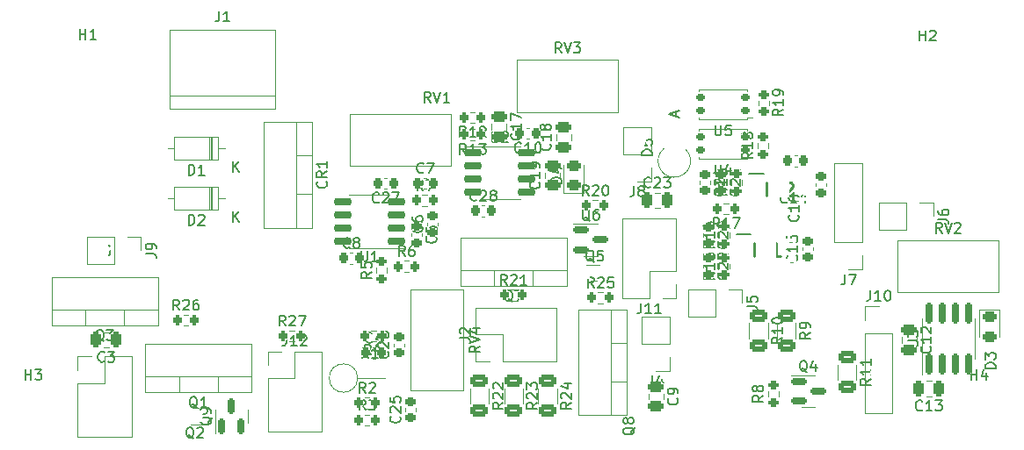
<source format=gto>
%TF.GenerationSoftware,KiCad,Pcbnew,7.0.5-7.0.5~ubuntu23.04.1*%
%TF.CreationDate,2023-07-09T18:59:55+02:00*%
%TF.ProjectId,omega-pico,6f6d6567-612d-4706-9963-6f2e6b696361,rev?*%
%TF.SameCoordinates,Original*%
%TF.FileFunction,Legend,Top*%
%TF.FilePolarity,Positive*%
%FSLAX46Y46*%
G04 Gerber Fmt 4.6, Leading zero omitted, Abs format (unit mm)*
G04 Created by KiCad (PCBNEW 7.0.5-7.0.5~ubuntu23.04.1) date 2023-07-09 18:59:55*
%MOMM*%
%LPD*%
G01*
G04 APERTURE LIST*
G04 Aperture macros list*
%AMRoundRect*
0 Rectangle with rounded corners*
0 $1 Rounding radius*
0 $2 $3 $4 $5 $6 $7 $8 $9 X,Y pos of 4 corners*
0 Add a 4 corners polygon primitive as box body*
4,1,4,$2,$3,$4,$5,$6,$7,$8,$9,$2,$3,0*
0 Add four circle primitives for the rounded corners*
1,1,$1+$1,$2,$3*
1,1,$1+$1,$4,$5*
1,1,$1+$1,$6,$7*
1,1,$1+$1,$8,$9*
0 Add four rect primitives between the rounded corners*
20,1,$1+$1,$2,$3,$4,$5,0*
20,1,$1+$1,$4,$5,$6,$7,0*
20,1,$1+$1,$6,$7,$8,$9,0*
20,1,$1+$1,$8,$9,$2,$3,0*%
G04 Aperture macros list end*
%ADD10C,0.150000*%
%ADD11C,0.254000*%
%ADD12C,0.120000*%
%ADD13C,0.200000*%
%ADD14C,3.200000*%
%ADD15RoundRect,0.250000X-0.625000X0.312500X-0.625000X-0.312500X0.625000X-0.312500X0.625000X0.312500X0*%
%ADD16C,1.440000*%
%ADD17R,1.400000X0.450000*%
%ADD18R,1.890000X1.570000*%
%ADD19R,1.700000X1.700000*%
%ADD20O,1.700000X1.700000*%
%ADD21R,2.000000X2.000000*%
%ADD22O,2.000000X2.000000*%
%ADD23RoundRect,0.250000X0.250000X0.475000X-0.250000X0.475000X-0.250000X-0.475000X0.250000X-0.475000X0*%
%ADD24RoundRect,0.225000X0.225000X0.250000X-0.225000X0.250000X-0.225000X-0.250000X0.225000X-0.250000X0*%
%ADD25R,2.000000X1.905000*%
%ADD26O,2.000000X1.905000*%
%ADD27RoundRect,0.150000X-0.587500X-0.150000X0.587500X-0.150000X0.587500X0.150000X-0.587500X0.150000X0*%
%ADD28RoundRect,0.200000X-0.200000X-0.275000X0.200000X-0.275000X0.200000X0.275000X-0.200000X0.275000X0*%
%ADD29R,3.000000X3.000000*%
%ADD30C,3.000000*%
%ADD31C,1.600000*%
%ADD32O,1.600000X1.600000*%
%ADD33RoundRect,0.200000X0.275000X-0.200000X0.275000X0.200000X-0.275000X0.200000X-0.275000X-0.200000X0*%
%ADD34RoundRect,0.150000X0.150000X-0.587500X0.150000X0.587500X-0.150000X0.587500X-0.150000X-0.587500X0*%
%ADD35RoundRect,0.225000X-0.250000X0.225000X-0.250000X-0.225000X0.250000X-0.225000X0.250000X0.225000X0*%
%ADD36RoundRect,0.243750X0.456250X-0.243750X0.456250X0.243750X-0.456250X0.243750X-0.456250X-0.243750X0*%
%ADD37RoundRect,0.150000X0.725000X0.150000X-0.725000X0.150000X-0.725000X-0.150000X0.725000X-0.150000X0*%
%ADD38RoundRect,0.225000X-0.225000X-0.250000X0.225000X-0.250000X0.225000X0.250000X-0.225000X0.250000X0*%
%ADD39R,1.600000X1.600000*%
%ADD40RoundRect,0.150000X-0.725000X-0.150000X0.725000X-0.150000X0.725000X0.150000X-0.725000X0.150000X0*%
%ADD41RoundRect,0.150000X0.150000X-0.825000X0.150000X0.825000X-0.150000X0.825000X-0.150000X-0.825000X0*%
%ADD42RoundRect,0.200000X0.200000X0.275000X-0.200000X0.275000X-0.200000X-0.275000X0.200000X-0.275000X0*%
%ADD43RoundRect,0.250000X-0.475000X0.250000X-0.475000X-0.250000X0.475000X-0.250000X0.475000X0.250000X0*%
%ADD44RoundRect,0.225000X0.250000X-0.225000X0.250000X0.225000X-0.250000X0.225000X-0.250000X-0.225000X0*%
%ADD45R,1.905000X2.000000*%
%ADD46O,1.905000X2.000000*%
%ADD47RoundRect,0.250000X-0.250000X-0.475000X0.250000X-0.475000X0.250000X0.475000X-0.250000X0.475000X0*%
%ADD48RoundRect,0.175000X0.275000X0.175000X-0.275000X0.175000X-0.275000X-0.175000X0.275000X-0.175000X0*%
%ADD49RoundRect,0.250000X0.475000X-0.250000X0.475000X0.250000X-0.475000X0.250000X-0.475000X-0.250000X0*%
%ADD50R,0.450000X0.400000*%
%ADD51R,0.450000X0.500000*%
%ADD52RoundRect,0.243750X-0.456250X0.243750X-0.456250X-0.243750X0.456250X-0.243750X0.456250X0.243750X0*%
G04 APERTURE END LIST*
D10*
X161925095Y-99996819D02*
X161925095Y-98996819D01*
X161925095Y-99473009D02*
X162496523Y-99473009D01*
X162496523Y-99996819D02*
X162496523Y-98996819D01*
X163401285Y-99330152D02*
X163401285Y-99996819D01*
X163163190Y-98949200D02*
X162925095Y-99663485D01*
X162925095Y-99663485D02*
X163544142Y-99663485D01*
X70819095Y-99996819D02*
X70819095Y-98996819D01*
X70819095Y-99473009D02*
X71390523Y-99473009D01*
X71390523Y-99996819D02*
X71390523Y-98996819D01*
X71771476Y-98996819D02*
X72390523Y-98996819D01*
X72390523Y-98996819D02*
X72057190Y-99377771D01*
X72057190Y-99377771D02*
X72200047Y-99377771D01*
X72200047Y-99377771D02*
X72295285Y-99425390D01*
X72295285Y-99425390D02*
X72342904Y-99473009D01*
X72342904Y-99473009D02*
X72390523Y-99568247D01*
X72390523Y-99568247D02*
X72390523Y-99806342D01*
X72390523Y-99806342D02*
X72342904Y-99901580D01*
X72342904Y-99901580D02*
X72295285Y-99949200D01*
X72295285Y-99949200D02*
X72200047Y-99996819D01*
X72200047Y-99996819D02*
X71914333Y-99996819D01*
X71914333Y-99996819D02*
X71819095Y-99949200D01*
X71819095Y-99949200D02*
X71771476Y-99901580D01*
X156951095Y-67256819D02*
X156951095Y-66256819D01*
X156951095Y-66733009D02*
X157522523Y-66733009D01*
X157522523Y-67256819D02*
X157522523Y-66256819D01*
X157951095Y-66352057D02*
X157998714Y-66304438D01*
X157998714Y-66304438D02*
X158093952Y-66256819D01*
X158093952Y-66256819D02*
X158332047Y-66256819D01*
X158332047Y-66256819D02*
X158427285Y-66304438D01*
X158427285Y-66304438D02*
X158474904Y-66352057D01*
X158474904Y-66352057D02*
X158522523Y-66447295D01*
X158522523Y-66447295D02*
X158522523Y-66542533D01*
X158522523Y-66542533D02*
X158474904Y-66685390D01*
X158474904Y-66685390D02*
X157903476Y-67256819D01*
X157903476Y-67256819D02*
X158522523Y-67256819D01*
X76073095Y-67129819D02*
X76073095Y-66129819D01*
X76073095Y-66606009D02*
X76644523Y-66606009D01*
X76644523Y-67129819D02*
X76644523Y-66129819D01*
X77644523Y-67129819D02*
X77073095Y-67129819D01*
X77358809Y-67129819D02*
X77358809Y-66129819D01*
X77358809Y-66129819D02*
X77263571Y-66272676D01*
X77263571Y-66272676D02*
X77168333Y-66367914D01*
X77168333Y-66367914D02*
X77073095Y-66415533D01*
X116852819Y-102177357D02*
X116376628Y-102510690D01*
X116852819Y-102748785D02*
X115852819Y-102748785D01*
X115852819Y-102748785D02*
X115852819Y-102367833D01*
X115852819Y-102367833D02*
X115900438Y-102272595D01*
X115900438Y-102272595D02*
X115948057Y-102224976D01*
X115948057Y-102224976D02*
X116043295Y-102177357D01*
X116043295Y-102177357D02*
X116186152Y-102177357D01*
X116186152Y-102177357D02*
X116281390Y-102224976D01*
X116281390Y-102224976D02*
X116329009Y-102272595D01*
X116329009Y-102272595D02*
X116376628Y-102367833D01*
X116376628Y-102367833D02*
X116376628Y-102748785D01*
X115948057Y-101796404D02*
X115900438Y-101748785D01*
X115900438Y-101748785D02*
X115852819Y-101653547D01*
X115852819Y-101653547D02*
X115852819Y-101415452D01*
X115852819Y-101415452D02*
X115900438Y-101320214D01*
X115900438Y-101320214D02*
X115948057Y-101272595D01*
X115948057Y-101272595D02*
X116043295Y-101224976D01*
X116043295Y-101224976D02*
X116138533Y-101224976D01*
X116138533Y-101224976D02*
X116281390Y-101272595D01*
X116281390Y-101272595D02*
X116852819Y-101844023D01*
X116852819Y-101844023D02*
X116852819Y-101224976D01*
X115948057Y-100844023D02*
X115900438Y-100796404D01*
X115900438Y-100796404D02*
X115852819Y-100701166D01*
X115852819Y-100701166D02*
X115852819Y-100463071D01*
X115852819Y-100463071D02*
X115900438Y-100367833D01*
X115900438Y-100367833D02*
X115948057Y-100320214D01*
X115948057Y-100320214D02*
X116043295Y-100272595D01*
X116043295Y-100272595D02*
X116138533Y-100272595D01*
X116138533Y-100272595D02*
X116281390Y-100320214D01*
X116281390Y-100320214D02*
X116852819Y-100891642D01*
X116852819Y-100891642D02*
X116852819Y-100272595D01*
X122467761Y-68422819D02*
X122134428Y-67946628D01*
X121896333Y-68422819D02*
X121896333Y-67422819D01*
X121896333Y-67422819D02*
X122277285Y-67422819D01*
X122277285Y-67422819D02*
X122372523Y-67470438D01*
X122372523Y-67470438D02*
X122420142Y-67518057D01*
X122420142Y-67518057D02*
X122467761Y-67613295D01*
X122467761Y-67613295D02*
X122467761Y-67756152D01*
X122467761Y-67756152D02*
X122420142Y-67851390D01*
X122420142Y-67851390D02*
X122372523Y-67899009D01*
X122372523Y-67899009D02*
X122277285Y-67946628D01*
X122277285Y-67946628D02*
X121896333Y-67946628D01*
X122753476Y-67422819D02*
X123086809Y-68422819D01*
X123086809Y-68422819D02*
X123420142Y-67422819D01*
X123658238Y-67422819D02*
X124277285Y-67422819D01*
X124277285Y-67422819D02*
X123943952Y-67803771D01*
X123943952Y-67803771D02*
X124086809Y-67803771D01*
X124086809Y-67803771D02*
X124182047Y-67851390D01*
X124182047Y-67851390D02*
X124229666Y-67899009D01*
X124229666Y-67899009D02*
X124277285Y-67994247D01*
X124277285Y-67994247D02*
X124277285Y-68232342D01*
X124277285Y-68232342D02*
X124229666Y-68327580D01*
X124229666Y-68327580D02*
X124182047Y-68375200D01*
X124182047Y-68375200D02*
X124086809Y-68422819D01*
X124086809Y-68422819D02*
X123801095Y-68422819D01*
X123801095Y-68422819D02*
X123705857Y-68375200D01*
X123705857Y-68375200D02*
X123658238Y-68327580D01*
X123432819Y-102177357D02*
X122956628Y-102510690D01*
X123432819Y-102748785D02*
X122432819Y-102748785D01*
X122432819Y-102748785D02*
X122432819Y-102367833D01*
X122432819Y-102367833D02*
X122480438Y-102272595D01*
X122480438Y-102272595D02*
X122528057Y-102224976D01*
X122528057Y-102224976D02*
X122623295Y-102177357D01*
X122623295Y-102177357D02*
X122766152Y-102177357D01*
X122766152Y-102177357D02*
X122861390Y-102224976D01*
X122861390Y-102224976D02*
X122909009Y-102272595D01*
X122909009Y-102272595D02*
X122956628Y-102367833D01*
X122956628Y-102367833D02*
X122956628Y-102748785D01*
X122528057Y-101796404D02*
X122480438Y-101748785D01*
X122480438Y-101748785D02*
X122432819Y-101653547D01*
X122432819Y-101653547D02*
X122432819Y-101415452D01*
X122432819Y-101415452D02*
X122480438Y-101320214D01*
X122480438Y-101320214D02*
X122528057Y-101272595D01*
X122528057Y-101272595D02*
X122623295Y-101224976D01*
X122623295Y-101224976D02*
X122718533Y-101224976D01*
X122718533Y-101224976D02*
X122861390Y-101272595D01*
X122861390Y-101272595D02*
X123432819Y-101844023D01*
X123432819Y-101844023D02*
X123432819Y-101224976D01*
X122766152Y-100367833D02*
X123432819Y-100367833D01*
X122385200Y-100605928D02*
X123099485Y-100844023D01*
X123099485Y-100844023D02*
X123099485Y-100224976D01*
D11*
X141000237Y-88064318D02*
X141000237Y-86794318D01*
X142330714Y-87943365D02*
X142270238Y-88003842D01*
X142270238Y-88003842D02*
X142088809Y-88064318D01*
X142088809Y-88064318D02*
X141967857Y-88064318D01*
X141967857Y-88064318D02*
X141786428Y-88003842D01*
X141786428Y-88003842D02*
X141665476Y-87882889D01*
X141665476Y-87882889D02*
X141604999Y-87761937D01*
X141604999Y-87761937D02*
X141544523Y-87520032D01*
X141544523Y-87520032D02*
X141544523Y-87338603D01*
X141544523Y-87338603D02*
X141604999Y-87096699D01*
X141604999Y-87096699D02*
X141665476Y-86975746D01*
X141665476Y-86975746D02*
X141786428Y-86854794D01*
X141786428Y-86854794D02*
X141967857Y-86794318D01*
X141967857Y-86794318D02*
X142088809Y-86794318D01*
X142088809Y-86794318D02*
X142270238Y-86854794D01*
X142270238Y-86854794D02*
X142330714Y-86915270D01*
X143540238Y-88064318D02*
X142814523Y-88064318D01*
X143177380Y-88064318D02*
X143177380Y-86794318D01*
X143177380Y-86794318D02*
X143056428Y-86975746D01*
X143056428Y-86975746D02*
X142935476Y-87096699D01*
X142935476Y-87096699D02*
X142814523Y-87157175D01*
D10*
X77984197Y-86999350D02*
X77984197Y-87713635D01*
X77984197Y-87713635D02*
X77936578Y-87856492D01*
X77936578Y-87856492D02*
X77841340Y-87951731D01*
X77841340Y-87951731D02*
X77698483Y-87999350D01*
X77698483Y-87999350D02*
X77603245Y-87999350D01*
X78365150Y-86999350D02*
X78984197Y-86999350D01*
X78984197Y-86999350D02*
X78650864Y-87380302D01*
X78650864Y-87380302D02*
X78793721Y-87380302D01*
X78793721Y-87380302D02*
X78888959Y-87427921D01*
X78888959Y-87427921D02*
X78936578Y-87475540D01*
X78936578Y-87475540D02*
X78984197Y-87570778D01*
X78984197Y-87570778D02*
X78984197Y-87808873D01*
X78984197Y-87808873D02*
X78936578Y-87904111D01*
X78936578Y-87904111D02*
X78888959Y-87951731D01*
X78888959Y-87951731D02*
X78793721Y-87999350D01*
X78793721Y-87999350D02*
X78508007Y-87999350D01*
X78508007Y-87999350D02*
X78412769Y-87951731D01*
X78412769Y-87951731D02*
X78365150Y-87904111D01*
X131195605Y-78335094D02*
X130195605Y-78335094D01*
X130195605Y-78335094D02*
X130195605Y-78096999D01*
X130195605Y-78096999D02*
X130243224Y-77954142D01*
X130243224Y-77954142D02*
X130338462Y-77858904D01*
X130338462Y-77858904D02*
X130433700Y-77811285D01*
X130433700Y-77811285D02*
X130624176Y-77763666D01*
X130624176Y-77763666D02*
X130767033Y-77763666D01*
X130767033Y-77763666D02*
X130957509Y-77811285D01*
X130957509Y-77811285D02*
X131052747Y-77858904D01*
X131052747Y-77858904D02*
X131147986Y-77954142D01*
X131147986Y-77954142D02*
X131195605Y-78096999D01*
X131195605Y-78096999D02*
X131195605Y-78335094D01*
X130195605Y-76858904D02*
X130195605Y-77335094D01*
X130195605Y-77335094D02*
X130671795Y-77382713D01*
X130671795Y-77382713D02*
X130624176Y-77335094D01*
X130624176Y-77335094D02*
X130576557Y-77239856D01*
X130576557Y-77239856D02*
X130576557Y-77001761D01*
X130576557Y-77001761D02*
X130624176Y-76906523D01*
X130624176Y-76906523D02*
X130671795Y-76858904D01*
X130671795Y-76858904D02*
X130767033Y-76811285D01*
X130767033Y-76811285D02*
X131005128Y-76811285D01*
X131005128Y-76811285D02*
X131100366Y-76858904D01*
X131100366Y-76858904D02*
X131147986Y-76906523D01*
X131147986Y-76906523D02*
X131195605Y-77001761D01*
X131195605Y-77001761D02*
X131195605Y-77239856D01*
X131195605Y-77239856D02*
X131147986Y-77335094D01*
X131147986Y-77335094D02*
X131100366Y-77382713D01*
X133519104Y-74565094D02*
X133519104Y-74088904D01*
X133804819Y-74660332D02*
X132804819Y-74326999D01*
X132804819Y-74326999D02*
X133804819Y-73993666D01*
X159118761Y-85821819D02*
X158785428Y-85345628D01*
X158547333Y-85821819D02*
X158547333Y-84821819D01*
X158547333Y-84821819D02*
X158928285Y-84821819D01*
X158928285Y-84821819D02*
X159023523Y-84869438D01*
X159023523Y-84869438D02*
X159071142Y-84917057D01*
X159071142Y-84917057D02*
X159118761Y-85012295D01*
X159118761Y-85012295D02*
X159118761Y-85155152D01*
X159118761Y-85155152D02*
X159071142Y-85250390D01*
X159071142Y-85250390D02*
X159023523Y-85298009D01*
X159023523Y-85298009D02*
X158928285Y-85345628D01*
X158928285Y-85345628D02*
X158547333Y-85345628D01*
X159404476Y-84821819D02*
X159737809Y-85821819D01*
X159737809Y-85821819D02*
X160071142Y-84821819D01*
X160356857Y-84917057D02*
X160404476Y-84869438D01*
X160404476Y-84869438D02*
X160499714Y-84821819D01*
X160499714Y-84821819D02*
X160737809Y-84821819D01*
X160737809Y-84821819D02*
X160833047Y-84869438D01*
X160833047Y-84869438D02*
X160880666Y-84917057D01*
X160880666Y-84917057D02*
X160928285Y-85012295D01*
X160928285Y-85012295D02*
X160928285Y-85107533D01*
X160928285Y-85107533D02*
X160880666Y-85250390D01*
X160880666Y-85250390D02*
X160309238Y-85821819D01*
X160309238Y-85821819D02*
X160928285Y-85821819D01*
D11*
X142215049Y-82189718D02*
X142215049Y-80919718D01*
X143545526Y-82068765D02*
X143485050Y-82129242D01*
X143485050Y-82129242D02*
X143303621Y-82189718D01*
X143303621Y-82189718D02*
X143182669Y-82189718D01*
X143182669Y-82189718D02*
X143001240Y-82129242D01*
X143001240Y-82129242D02*
X142880288Y-82008289D01*
X142880288Y-82008289D02*
X142819811Y-81887337D01*
X142819811Y-81887337D02*
X142759335Y-81645432D01*
X142759335Y-81645432D02*
X142759335Y-81464003D01*
X142759335Y-81464003D02*
X142819811Y-81222099D01*
X142819811Y-81222099D02*
X142880288Y-81101146D01*
X142880288Y-81101146D02*
X143001240Y-80980194D01*
X143001240Y-80980194D02*
X143182669Y-80919718D01*
X143182669Y-80919718D02*
X143303621Y-80919718D01*
X143303621Y-80919718D02*
X143485050Y-80980194D01*
X143485050Y-80980194D02*
X143545526Y-81040670D01*
X144029335Y-81040670D02*
X144089811Y-80980194D01*
X144089811Y-80980194D02*
X144210764Y-80919718D01*
X144210764Y-80919718D02*
X144513145Y-80919718D01*
X144513145Y-80919718D02*
X144634097Y-80980194D01*
X144634097Y-80980194D02*
X144694573Y-81040670D01*
X144694573Y-81040670D02*
X144755050Y-81161622D01*
X144755050Y-81161622D02*
X144755050Y-81282575D01*
X144755050Y-81282575D02*
X144694573Y-81464003D01*
X144694573Y-81464003D02*
X143968859Y-82189718D01*
X143968859Y-82189718D02*
X144755050Y-82189718D01*
D10*
X157218142Y-102877580D02*
X157170523Y-102925200D01*
X157170523Y-102925200D02*
X157027666Y-102972819D01*
X157027666Y-102972819D02*
X156932428Y-102972819D01*
X156932428Y-102972819D02*
X156789571Y-102925200D01*
X156789571Y-102925200D02*
X156694333Y-102829961D01*
X156694333Y-102829961D02*
X156646714Y-102734723D01*
X156646714Y-102734723D02*
X156599095Y-102544247D01*
X156599095Y-102544247D02*
X156599095Y-102401390D01*
X156599095Y-102401390D02*
X156646714Y-102210914D01*
X156646714Y-102210914D02*
X156694333Y-102115676D01*
X156694333Y-102115676D02*
X156789571Y-102020438D01*
X156789571Y-102020438D02*
X156932428Y-101972819D01*
X156932428Y-101972819D02*
X157027666Y-101972819D01*
X157027666Y-101972819D02*
X157170523Y-102020438D01*
X157170523Y-102020438D02*
X157218142Y-102068057D01*
X158170523Y-102972819D02*
X157599095Y-102972819D01*
X157884809Y-102972819D02*
X157884809Y-101972819D01*
X157884809Y-101972819D02*
X157789571Y-102115676D01*
X157789571Y-102115676D02*
X157694333Y-102210914D01*
X157694333Y-102210914D02*
X157599095Y-102258533D01*
X158503857Y-101972819D02*
X159122904Y-101972819D01*
X159122904Y-101972819D02*
X158789571Y-102353771D01*
X158789571Y-102353771D02*
X158932428Y-102353771D01*
X158932428Y-102353771D02*
X159027666Y-102401390D01*
X159027666Y-102401390D02*
X159075285Y-102449009D01*
X159075285Y-102449009D02*
X159122904Y-102544247D01*
X159122904Y-102544247D02*
X159122904Y-102782342D01*
X159122904Y-102782342D02*
X159075285Y-102877580D01*
X159075285Y-102877580D02*
X159027666Y-102925200D01*
X159027666Y-102925200D02*
X158932428Y-102972819D01*
X158932428Y-102972819D02*
X158646714Y-102972819D01*
X158646714Y-102972819D02*
X158551476Y-102925200D01*
X158551476Y-102925200D02*
X158503857Y-102877580D01*
X131238666Y-99574819D02*
X131238666Y-100289104D01*
X131238666Y-100289104D02*
X131191047Y-100431961D01*
X131191047Y-100431961D02*
X131095809Y-100527200D01*
X131095809Y-100527200D02*
X130952952Y-100574819D01*
X130952952Y-100574819D02*
X130857714Y-100574819D01*
X132143428Y-99908152D02*
X132143428Y-100574819D01*
X131905333Y-99527200D02*
X131667238Y-100241485D01*
X131667238Y-100241485D02*
X132286285Y-100241485D01*
X144177948Y-82815580D02*
X144130329Y-82863200D01*
X144130329Y-82863200D02*
X143987472Y-82910819D01*
X143987472Y-82910819D02*
X143892234Y-82910819D01*
X143892234Y-82910819D02*
X143749377Y-82863200D01*
X143749377Y-82863200D02*
X143654139Y-82767961D01*
X143654139Y-82767961D02*
X143606520Y-82672723D01*
X143606520Y-82672723D02*
X143558901Y-82482247D01*
X143558901Y-82482247D02*
X143558901Y-82339390D01*
X143558901Y-82339390D02*
X143606520Y-82148914D01*
X143606520Y-82148914D02*
X143654139Y-82053676D01*
X143654139Y-82053676D02*
X143749377Y-81958438D01*
X143749377Y-81958438D02*
X143892234Y-81910819D01*
X143892234Y-81910819D02*
X143987472Y-81910819D01*
X143987472Y-81910819D02*
X144130329Y-81958438D01*
X144130329Y-81958438D02*
X144177948Y-82006057D01*
X145130329Y-82910819D02*
X144558901Y-82910819D01*
X144844615Y-82910819D02*
X144844615Y-81910819D01*
X144844615Y-81910819D02*
X144749377Y-82053676D01*
X144749377Y-82053676D02*
X144654139Y-82148914D01*
X144654139Y-82148914D02*
X144558901Y-82196533D01*
X145987472Y-82244152D02*
X145987472Y-82910819D01*
X145749377Y-81863200D02*
X145511282Y-82577485D01*
X145511282Y-82577485D02*
X146130329Y-82577485D01*
X99803580Y-80854666D02*
X99851200Y-80902285D01*
X99851200Y-80902285D02*
X99898819Y-81045142D01*
X99898819Y-81045142D02*
X99898819Y-81140380D01*
X99898819Y-81140380D02*
X99851200Y-81283237D01*
X99851200Y-81283237D02*
X99755961Y-81378475D01*
X99755961Y-81378475D02*
X99660723Y-81426094D01*
X99660723Y-81426094D02*
X99470247Y-81473713D01*
X99470247Y-81473713D02*
X99327390Y-81473713D01*
X99327390Y-81473713D02*
X99136914Y-81426094D01*
X99136914Y-81426094D02*
X99041676Y-81378475D01*
X99041676Y-81378475D02*
X98946438Y-81283237D01*
X98946438Y-81283237D02*
X98898819Y-81140380D01*
X98898819Y-81140380D02*
X98898819Y-81045142D01*
X98898819Y-81045142D02*
X98946438Y-80902285D01*
X98946438Y-80902285D02*
X98994057Y-80854666D01*
X99898819Y-79854666D02*
X99422628Y-80187999D01*
X99898819Y-80426094D02*
X98898819Y-80426094D01*
X98898819Y-80426094D02*
X98898819Y-80045142D01*
X98898819Y-80045142D02*
X98946438Y-79949904D01*
X98946438Y-79949904D02*
X98994057Y-79902285D01*
X98994057Y-79902285D02*
X99089295Y-79854666D01*
X99089295Y-79854666D02*
X99232152Y-79854666D01*
X99232152Y-79854666D02*
X99327390Y-79902285D01*
X99327390Y-79902285D02*
X99375009Y-79949904D01*
X99375009Y-79949904D02*
X99422628Y-80045142D01*
X99422628Y-80045142D02*
X99422628Y-80426094D01*
X99898819Y-78902285D02*
X99898819Y-79473713D01*
X99898819Y-79187999D02*
X98898819Y-79187999D01*
X98898819Y-79187999D02*
X99041676Y-79283237D01*
X99041676Y-79283237D02*
X99136914Y-79378475D01*
X99136914Y-79378475D02*
X99184533Y-79473713D01*
X125205261Y-84637057D02*
X125110023Y-84589438D01*
X125110023Y-84589438D02*
X125014785Y-84494200D01*
X125014785Y-84494200D02*
X124871928Y-84351342D01*
X124871928Y-84351342D02*
X124776690Y-84303723D01*
X124776690Y-84303723D02*
X124681452Y-84303723D01*
X124729071Y-84541819D02*
X124633833Y-84494200D01*
X124633833Y-84494200D02*
X124538595Y-84398961D01*
X124538595Y-84398961D02*
X124490976Y-84208485D01*
X124490976Y-84208485D02*
X124490976Y-83875152D01*
X124490976Y-83875152D02*
X124538595Y-83684676D01*
X124538595Y-83684676D02*
X124633833Y-83589438D01*
X124633833Y-83589438D02*
X124729071Y-83541819D01*
X124729071Y-83541819D02*
X124919547Y-83541819D01*
X124919547Y-83541819D02*
X125014785Y-83589438D01*
X125014785Y-83589438D02*
X125110023Y-83684676D01*
X125110023Y-83684676D02*
X125157642Y-83875152D01*
X125157642Y-83875152D02*
X125157642Y-84208485D01*
X125157642Y-84208485D02*
X125110023Y-84398961D01*
X125110023Y-84398961D02*
X125014785Y-84494200D01*
X125014785Y-84494200D02*
X124919547Y-84541819D01*
X124919547Y-84541819D02*
X124729071Y-84541819D01*
X126014785Y-83541819D02*
X125824309Y-83541819D01*
X125824309Y-83541819D02*
X125729071Y-83589438D01*
X125729071Y-83589438D02*
X125681452Y-83637057D01*
X125681452Y-83637057D02*
X125586214Y-83779914D01*
X125586214Y-83779914D02*
X125538595Y-83970390D01*
X125538595Y-83970390D02*
X125538595Y-84351342D01*
X125538595Y-84351342D02*
X125586214Y-84446580D01*
X125586214Y-84446580D02*
X125633833Y-84494200D01*
X125633833Y-84494200D02*
X125729071Y-84541819D01*
X125729071Y-84541819D02*
X125919547Y-84541819D01*
X125919547Y-84541819D02*
X126014785Y-84494200D01*
X126014785Y-84494200D02*
X126062404Y-84446580D01*
X126062404Y-84446580D02*
X126110023Y-84351342D01*
X126110023Y-84351342D02*
X126110023Y-84113247D01*
X126110023Y-84113247D02*
X126062404Y-84018009D01*
X126062404Y-84018009D02*
X126014785Y-83970390D01*
X126014785Y-83970390D02*
X125919547Y-83922771D01*
X125919547Y-83922771D02*
X125729071Y-83922771D01*
X125729071Y-83922771D02*
X125633833Y-83970390D01*
X125633833Y-83970390D02*
X125586214Y-84018009D01*
X125586214Y-84018009D02*
X125538595Y-84113247D01*
X85653142Y-93258819D02*
X85319809Y-92782628D01*
X85081714Y-93258819D02*
X85081714Y-92258819D01*
X85081714Y-92258819D02*
X85462666Y-92258819D01*
X85462666Y-92258819D02*
X85557904Y-92306438D01*
X85557904Y-92306438D02*
X85605523Y-92354057D01*
X85605523Y-92354057D02*
X85653142Y-92449295D01*
X85653142Y-92449295D02*
X85653142Y-92592152D01*
X85653142Y-92592152D02*
X85605523Y-92687390D01*
X85605523Y-92687390D02*
X85557904Y-92735009D01*
X85557904Y-92735009D02*
X85462666Y-92782628D01*
X85462666Y-92782628D02*
X85081714Y-92782628D01*
X86034095Y-92354057D02*
X86081714Y-92306438D01*
X86081714Y-92306438D02*
X86176952Y-92258819D01*
X86176952Y-92258819D02*
X86415047Y-92258819D01*
X86415047Y-92258819D02*
X86510285Y-92306438D01*
X86510285Y-92306438D02*
X86557904Y-92354057D01*
X86557904Y-92354057D02*
X86605523Y-92449295D01*
X86605523Y-92449295D02*
X86605523Y-92544533D01*
X86605523Y-92544533D02*
X86557904Y-92687390D01*
X86557904Y-92687390D02*
X85986476Y-93258819D01*
X85986476Y-93258819D02*
X86605523Y-93258819D01*
X87462666Y-92258819D02*
X87272190Y-92258819D01*
X87272190Y-92258819D02*
X87176952Y-92306438D01*
X87176952Y-92306438D02*
X87129333Y-92354057D01*
X87129333Y-92354057D02*
X87034095Y-92496914D01*
X87034095Y-92496914D02*
X86986476Y-92687390D01*
X86986476Y-92687390D02*
X86986476Y-93068342D01*
X86986476Y-93068342D02*
X87034095Y-93163580D01*
X87034095Y-93163580D02*
X87081714Y-93211200D01*
X87081714Y-93211200D02*
X87176952Y-93258819D01*
X87176952Y-93258819D02*
X87367428Y-93258819D01*
X87367428Y-93258819D02*
X87462666Y-93211200D01*
X87462666Y-93211200D02*
X87510285Y-93163580D01*
X87510285Y-93163580D02*
X87557904Y-93068342D01*
X87557904Y-93068342D02*
X87557904Y-92830247D01*
X87557904Y-92830247D02*
X87510285Y-92735009D01*
X87510285Y-92735009D02*
X87462666Y-92687390D01*
X87462666Y-92687390D02*
X87367428Y-92639771D01*
X87367428Y-92639771D02*
X87176952Y-92639771D01*
X87176952Y-92639771D02*
X87081714Y-92687390D01*
X87081714Y-92687390D02*
X87034095Y-92735009D01*
X87034095Y-92735009D02*
X86986476Y-92830247D01*
X89506666Y-64402819D02*
X89506666Y-65117104D01*
X89506666Y-65117104D02*
X89459047Y-65259961D01*
X89459047Y-65259961D02*
X89363809Y-65355200D01*
X89363809Y-65355200D02*
X89220952Y-65402819D01*
X89220952Y-65402819D02*
X89125714Y-65402819D01*
X90506666Y-65402819D02*
X89935238Y-65402819D01*
X90220952Y-65402819D02*
X90220952Y-64402819D01*
X90220952Y-64402819D02*
X90125714Y-64545676D01*
X90125714Y-64545676D02*
X90030476Y-64640914D01*
X90030476Y-64640914D02*
X89935238Y-64688533D01*
X103846333Y-97906819D02*
X103513000Y-97430628D01*
X103274905Y-97906819D02*
X103274905Y-96906819D01*
X103274905Y-96906819D02*
X103655857Y-96906819D01*
X103655857Y-96906819D02*
X103751095Y-96954438D01*
X103751095Y-96954438D02*
X103798714Y-97002057D01*
X103798714Y-97002057D02*
X103846333Y-97097295D01*
X103846333Y-97097295D02*
X103846333Y-97240152D01*
X103846333Y-97240152D02*
X103798714Y-97335390D01*
X103798714Y-97335390D02*
X103751095Y-97383009D01*
X103751095Y-97383009D02*
X103655857Y-97430628D01*
X103655857Y-97430628D02*
X103274905Y-97430628D01*
X104798714Y-97906819D02*
X104227286Y-97906819D01*
X104513000Y-97906819D02*
X104513000Y-96906819D01*
X104513000Y-96906819D02*
X104417762Y-97049676D01*
X104417762Y-97049676D02*
X104322524Y-97144914D01*
X104322524Y-97144914D02*
X104227286Y-97192533D01*
X140883819Y-78036527D02*
X140407628Y-78369860D01*
X140883819Y-78607955D02*
X139883819Y-78607955D01*
X139883819Y-78607955D02*
X139883819Y-78227003D01*
X139883819Y-78227003D02*
X139931438Y-78131765D01*
X139931438Y-78131765D02*
X139979057Y-78084146D01*
X139979057Y-78084146D02*
X140074295Y-78036527D01*
X140074295Y-78036527D02*
X140217152Y-78036527D01*
X140217152Y-78036527D02*
X140312390Y-78084146D01*
X140312390Y-78084146D02*
X140360009Y-78131765D01*
X140360009Y-78131765D02*
X140407628Y-78227003D01*
X140407628Y-78227003D02*
X140407628Y-78607955D01*
X140883819Y-77084146D02*
X140883819Y-77655574D01*
X140883819Y-77369860D02*
X139883819Y-77369860D01*
X139883819Y-77369860D02*
X140026676Y-77465098D01*
X140026676Y-77465098D02*
X140121914Y-77560336D01*
X140121914Y-77560336D02*
X140169533Y-77655574D01*
X140312390Y-76512717D02*
X140264771Y-76607955D01*
X140264771Y-76607955D02*
X140217152Y-76655574D01*
X140217152Y-76655574D02*
X140121914Y-76703193D01*
X140121914Y-76703193D02*
X140074295Y-76703193D01*
X140074295Y-76703193D02*
X139979057Y-76655574D01*
X139979057Y-76655574D02*
X139931438Y-76607955D01*
X139931438Y-76607955D02*
X139883819Y-76512717D01*
X139883819Y-76512717D02*
X139883819Y-76322241D01*
X139883819Y-76322241D02*
X139931438Y-76227003D01*
X139931438Y-76227003D02*
X139979057Y-76179384D01*
X139979057Y-76179384D02*
X140074295Y-76131765D01*
X140074295Y-76131765D02*
X140121914Y-76131765D01*
X140121914Y-76131765D02*
X140217152Y-76179384D01*
X140217152Y-76179384D02*
X140264771Y-76227003D01*
X140264771Y-76227003D02*
X140312390Y-76322241D01*
X140312390Y-76322241D02*
X140312390Y-76512717D01*
X140312390Y-76512717D02*
X140360009Y-76607955D01*
X140360009Y-76607955D02*
X140407628Y-76655574D01*
X140407628Y-76655574D02*
X140502866Y-76703193D01*
X140502866Y-76703193D02*
X140693342Y-76703193D01*
X140693342Y-76703193D02*
X140788580Y-76655574D01*
X140788580Y-76655574D02*
X140836200Y-76607955D01*
X140836200Y-76607955D02*
X140883819Y-76512717D01*
X140883819Y-76512717D02*
X140883819Y-76322241D01*
X140883819Y-76322241D02*
X140836200Y-76227003D01*
X140836200Y-76227003D02*
X140788580Y-76179384D01*
X140788580Y-76179384D02*
X140693342Y-76131765D01*
X140693342Y-76131765D02*
X140502866Y-76131765D01*
X140502866Y-76131765D02*
X140407628Y-76179384D01*
X140407628Y-76179384D02*
X140360009Y-76227003D01*
X140360009Y-76227003D02*
X140312390Y-76322241D01*
X88828057Y-103600238D02*
X88780438Y-103695476D01*
X88780438Y-103695476D02*
X88685200Y-103790714D01*
X88685200Y-103790714D02*
X88542342Y-103933571D01*
X88542342Y-103933571D02*
X88494723Y-104028809D01*
X88494723Y-104028809D02*
X88494723Y-104124047D01*
X88732819Y-104076428D02*
X88685200Y-104171666D01*
X88685200Y-104171666D02*
X88589961Y-104266904D01*
X88589961Y-104266904D02*
X88399485Y-104314523D01*
X88399485Y-104314523D02*
X88066152Y-104314523D01*
X88066152Y-104314523D02*
X87875676Y-104266904D01*
X87875676Y-104266904D02*
X87780438Y-104171666D01*
X87780438Y-104171666D02*
X87732819Y-104076428D01*
X87732819Y-104076428D02*
X87732819Y-103885952D01*
X87732819Y-103885952D02*
X87780438Y-103790714D01*
X87780438Y-103790714D02*
X87875676Y-103695476D01*
X87875676Y-103695476D02*
X88066152Y-103647857D01*
X88066152Y-103647857D02*
X88399485Y-103647857D01*
X88399485Y-103647857D02*
X88589961Y-103695476D01*
X88589961Y-103695476D02*
X88685200Y-103790714D01*
X88685200Y-103790714D02*
X88732819Y-103885952D01*
X88732819Y-103885952D02*
X88732819Y-104076428D01*
X88732819Y-103171666D02*
X88732819Y-102981190D01*
X88732819Y-102981190D02*
X88685200Y-102885952D01*
X88685200Y-102885952D02*
X88637580Y-102838333D01*
X88637580Y-102838333D02*
X88494723Y-102743095D01*
X88494723Y-102743095D02*
X88304247Y-102695476D01*
X88304247Y-102695476D02*
X87923295Y-102695476D01*
X87923295Y-102695476D02*
X87828057Y-102743095D01*
X87828057Y-102743095D02*
X87780438Y-102790714D01*
X87780438Y-102790714D02*
X87732819Y-102885952D01*
X87732819Y-102885952D02*
X87732819Y-103076428D01*
X87732819Y-103076428D02*
X87780438Y-103171666D01*
X87780438Y-103171666D02*
X87828057Y-103219285D01*
X87828057Y-103219285D02*
X87923295Y-103266904D01*
X87923295Y-103266904D02*
X88161390Y-103266904D01*
X88161390Y-103266904D02*
X88256628Y-103219285D01*
X88256628Y-103219285D02*
X88304247Y-103171666D01*
X88304247Y-103171666D02*
X88351866Y-103076428D01*
X88351866Y-103076428D02*
X88351866Y-102885952D01*
X88351866Y-102885952D02*
X88304247Y-102790714D01*
X88304247Y-102790714D02*
X88256628Y-102743095D01*
X88256628Y-102743095D02*
X88161390Y-102695476D01*
X138441580Y-89669857D02*
X138489200Y-89717476D01*
X138489200Y-89717476D02*
X138536819Y-89860333D01*
X138536819Y-89860333D02*
X138536819Y-89955571D01*
X138536819Y-89955571D02*
X138489200Y-90098428D01*
X138489200Y-90098428D02*
X138393961Y-90193666D01*
X138393961Y-90193666D02*
X138298723Y-90241285D01*
X138298723Y-90241285D02*
X138108247Y-90288904D01*
X138108247Y-90288904D02*
X137965390Y-90288904D01*
X137965390Y-90288904D02*
X137774914Y-90241285D01*
X137774914Y-90241285D02*
X137679676Y-90193666D01*
X137679676Y-90193666D02*
X137584438Y-90098428D01*
X137584438Y-90098428D02*
X137536819Y-89955571D01*
X137536819Y-89955571D02*
X137536819Y-89860333D01*
X137536819Y-89860333D02*
X137584438Y-89717476D01*
X137584438Y-89717476D02*
X137632057Y-89669857D01*
X137632057Y-89288904D02*
X137584438Y-89241285D01*
X137584438Y-89241285D02*
X137536819Y-89146047D01*
X137536819Y-89146047D02*
X137536819Y-88907952D01*
X137536819Y-88907952D02*
X137584438Y-88812714D01*
X137584438Y-88812714D02*
X137632057Y-88765095D01*
X137632057Y-88765095D02*
X137727295Y-88717476D01*
X137727295Y-88717476D02*
X137822533Y-88717476D01*
X137822533Y-88717476D02*
X137965390Y-88765095D01*
X137965390Y-88765095D02*
X138536819Y-89336523D01*
X138536819Y-89336523D02*
X138536819Y-88717476D01*
X137632057Y-88336523D02*
X137584438Y-88288904D01*
X137584438Y-88288904D02*
X137536819Y-88193666D01*
X137536819Y-88193666D02*
X137536819Y-87955571D01*
X137536819Y-87955571D02*
X137584438Y-87860333D01*
X137584438Y-87860333D02*
X137632057Y-87812714D01*
X137632057Y-87812714D02*
X137727295Y-87765095D01*
X137727295Y-87765095D02*
X137822533Y-87765095D01*
X137822533Y-87765095D02*
X137965390Y-87812714D01*
X137965390Y-87812714D02*
X138536819Y-88384142D01*
X138536819Y-88384142D02*
X138536819Y-87765095D01*
X122467819Y-81002094D02*
X121467819Y-81002094D01*
X121467819Y-81002094D02*
X121467819Y-80763999D01*
X121467819Y-80763999D02*
X121515438Y-80621142D01*
X121515438Y-80621142D02*
X121610676Y-80525904D01*
X121610676Y-80525904D02*
X121705914Y-80478285D01*
X121705914Y-80478285D02*
X121896390Y-80430666D01*
X121896390Y-80430666D02*
X122039247Y-80430666D01*
X122039247Y-80430666D02*
X122229723Y-80478285D01*
X122229723Y-80478285D02*
X122324961Y-80525904D01*
X122324961Y-80525904D02*
X122420200Y-80621142D01*
X122420200Y-80621142D02*
X122467819Y-80763999D01*
X122467819Y-80763999D02*
X122467819Y-81002094D01*
X121801152Y-79573523D02*
X122467819Y-79573523D01*
X121420200Y-79811618D02*
X122134485Y-80049713D01*
X122134485Y-80049713D02*
X122134485Y-79430666D01*
X103216095Y-87563819D02*
X103216095Y-88373342D01*
X103216095Y-88373342D02*
X103263714Y-88468580D01*
X103263714Y-88468580D02*
X103311333Y-88516200D01*
X103311333Y-88516200D02*
X103406571Y-88563819D01*
X103406571Y-88563819D02*
X103597047Y-88563819D01*
X103597047Y-88563819D02*
X103692285Y-88516200D01*
X103692285Y-88516200D02*
X103739904Y-88468580D01*
X103739904Y-88468580D02*
X103787523Y-88373342D01*
X103787523Y-88373342D02*
X103787523Y-87563819D01*
X104787523Y-88563819D02*
X104216095Y-88563819D01*
X104501809Y-88563819D02*
X104501809Y-87563819D01*
X104501809Y-87563819D02*
X104406571Y-87706676D01*
X104406571Y-87706676D02*
X104311333Y-87801914D01*
X104311333Y-87801914D02*
X104216095Y-87849533D01*
X78446333Y-98178580D02*
X78398714Y-98226200D01*
X78398714Y-98226200D02*
X78255857Y-98273819D01*
X78255857Y-98273819D02*
X78160619Y-98273819D01*
X78160619Y-98273819D02*
X78017762Y-98226200D01*
X78017762Y-98226200D02*
X77922524Y-98130961D01*
X77922524Y-98130961D02*
X77874905Y-98035723D01*
X77874905Y-98035723D02*
X77827286Y-97845247D01*
X77827286Y-97845247D02*
X77827286Y-97702390D01*
X77827286Y-97702390D02*
X77874905Y-97511914D01*
X77874905Y-97511914D02*
X77922524Y-97416676D01*
X77922524Y-97416676D02*
X78017762Y-97321438D01*
X78017762Y-97321438D02*
X78160619Y-97273819D01*
X78160619Y-97273819D02*
X78255857Y-97273819D01*
X78255857Y-97273819D02*
X78398714Y-97321438D01*
X78398714Y-97321438D02*
X78446333Y-97369057D01*
X78779667Y-97273819D02*
X79398714Y-97273819D01*
X79398714Y-97273819D02*
X79065381Y-97654771D01*
X79065381Y-97654771D02*
X79208238Y-97654771D01*
X79208238Y-97654771D02*
X79303476Y-97702390D01*
X79303476Y-97702390D02*
X79351095Y-97750009D01*
X79351095Y-97750009D02*
X79398714Y-97845247D01*
X79398714Y-97845247D02*
X79398714Y-98083342D01*
X79398714Y-98083342D02*
X79351095Y-98178580D01*
X79351095Y-98178580D02*
X79303476Y-98226200D01*
X79303476Y-98226200D02*
X79208238Y-98273819D01*
X79208238Y-98273819D02*
X78922524Y-98273819D01*
X78922524Y-98273819D02*
X78827286Y-98226200D01*
X78827286Y-98226200D02*
X78779667Y-98178580D01*
X143752819Y-95892857D02*
X143276628Y-96226190D01*
X143752819Y-96464285D02*
X142752819Y-96464285D01*
X142752819Y-96464285D02*
X142752819Y-96083333D01*
X142752819Y-96083333D02*
X142800438Y-95988095D01*
X142800438Y-95988095D02*
X142848057Y-95940476D01*
X142848057Y-95940476D02*
X142943295Y-95892857D01*
X142943295Y-95892857D02*
X143086152Y-95892857D01*
X143086152Y-95892857D02*
X143181390Y-95940476D01*
X143181390Y-95940476D02*
X143229009Y-95988095D01*
X143229009Y-95988095D02*
X143276628Y-96083333D01*
X143276628Y-96083333D02*
X143276628Y-96464285D01*
X143752819Y-94940476D02*
X143752819Y-95511904D01*
X143752819Y-95226190D02*
X142752819Y-95226190D01*
X142752819Y-95226190D02*
X142895676Y-95321428D01*
X142895676Y-95321428D02*
X142990914Y-95416666D01*
X142990914Y-95416666D02*
X143038533Y-95511904D01*
X142752819Y-94321428D02*
X142752819Y-94226190D01*
X142752819Y-94226190D02*
X142800438Y-94130952D01*
X142800438Y-94130952D02*
X142848057Y-94083333D01*
X142848057Y-94083333D02*
X142943295Y-94035714D01*
X142943295Y-94035714D02*
X143133771Y-93988095D01*
X143133771Y-93988095D02*
X143371866Y-93988095D01*
X143371866Y-93988095D02*
X143562342Y-94035714D01*
X143562342Y-94035714D02*
X143657580Y-94083333D01*
X143657580Y-94083333D02*
X143705200Y-94130952D01*
X143705200Y-94130952D02*
X143752819Y-94226190D01*
X143752819Y-94226190D02*
X143752819Y-94321428D01*
X143752819Y-94321428D02*
X143705200Y-94416666D01*
X143705200Y-94416666D02*
X143657580Y-94464285D01*
X143657580Y-94464285D02*
X143562342Y-94511904D01*
X143562342Y-94511904D02*
X143371866Y-94559523D01*
X143371866Y-94559523D02*
X143133771Y-94559523D01*
X143133771Y-94559523D02*
X142943295Y-94511904D01*
X142943295Y-94511904D02*
X142848057Y-94464285D01*
X142848057Y-94464285D02*
X142800438Y-94416666D01*
X142800438Y-94416666D02*
X142752819Y-94321428D01*
X109180333Y-79955580D02*
X109132714Y-80003200D01*
X109132714Y-80003200D02*
X108989857Y-80050819D01*
X108989857Y-80050819D02*
X108894619Y-80050819D01*
X108894619Y-80050819D02*
X108751762Y-80003200D01*
X108751762Y-80003200D02*
X108656524Y-79907961D01*
X108656524Y-79907961D02*
X108608905Y-79812723D01*
X108608905Y-79812723D02*
X108561286Y-79622247D01*
X108561286Y-79622247D02*
X108561286Y-79479390D01*
X108561286Y-79479390D02*
X108608905Y-79288914D01*
X108608905Y-79288914D02*
X108656524Y-79193676D01*
X108656524Y-79193676D02*
X108751762Y-79098438D01*
X108751762Y-79098438D02*
X108894619Y-79050819D01*
X108894619Y-79050819D02*
X108989857Y-79050819D01*
X108989857Y-79050819D02*
X109132714Y-79098438D01*
X109132714Y-79098438D02*
X109180333Y-79146057D01*
X109513667Y-79050819D02*
X110180333Y-79050819D01*
X110180333Y-79050819D02*
X109751762Y-80050819D01*
X158756819Y-84534333D02*
X159471104Y-84534333D01*
X159471104Y-84534333D02*
X159613961Y-84581952D01*
X159613961Y-84581952D02*
X159709200Y-84677190D01*
X159709200Y-84677190D02*
X159756819Y-84820047D01*
X159756819Y-84820047D02*
X159756819Y-84915285D01*
X158756819Y-83629571D02*
X158756819Y-83820047D01*
X158756819Y-83820047D02*
X158804438Y-83915285D01*
X158804438Y-83915285D02*
X158852057Y-83962904D01*
X158852057Y-83962904D02*
X158994914Y-84058142D01*
X158994914Y-84058142D02*
X159185390Y-84105761D01*
X159185390Y-84105761D02*
X159566342Y-84105761D01*
X159566342Y-84105761D02*
X159661580Y-84058142D01*
X159661580Y-84058142D02*
X159709200Y-84010523D01*
X159709200Y-84010523D02*
X159756819Y-83915285D01*
X159756819Y-83915285D02*
X159756819Y-83724809D01*
X159756819Y-83724809D02*
X159709200Y-83629571D01*
X159709200Y-83629571D02*
X159661580Y-83581952D01*
X159661580Y-83581952D02*
X159566342Y-83534333D01*
X159566342Y-83534333D02*
X159328247Y-83534333D01*
X159328247Y-83534333D02*
X159233009Y-83581952D01*
X159233009Y-83581952D02*
X159185390Y-83629571D01*
X159185390Y-83629571D02*
X159137771Y-83724809D01*
X159137771Y-83724809D02*
X159137771Y-83915285D01*
X159137771Y-83915285D02*
X159185390Y-84010523D01*
X159185390Y-84010523D02*
X159233009Y-84058142D01*
X159233009Y-84058142D02*
X159328247Y-84105761D01*
X86561905Y-85048819D02*
X86561905Y-84048819D01*
X86561905Y-84048819D02*
X86800000Y-84048819D01*
X86800000Y-84048819D02*
X86942857Y-84096438D01*
X86942857Y-84096438D02*
X87038095Y-84191676D01*
X87038095Y-84191676D02*
X87085714Y-84286914D01*
X87085714Y-84286914D02*
X87133333Y-84477390D01*
X87133333Y-84477390D02*
X87133333Y-84620247D01*
X87133333Y-84620247D02*
X87085714Y-84810723D01*
X87085714Y-84810723D02*
X87038095Y-84905961D01*
X87038095Y-84905961D02*
X86942857Y-85001200D01*
X86942857Y-85001200D02*
X86800000Y-85048819D01*
X86800000Y-85048819D02*
X86561905Y-85048819D01*
X87514286Y-84144057D02*
X87561905Y-84096438D01*
X87561905Y-84096438D02*
X87657143Y-84048819D01*
X87657143Y-84048819D02*
X87895238Y-84048819D01*
X87895238Y-84048819D02*
X87990476Y-84096438D01*
X87990476Y-84096438D02*
X88038095Y-84144057D01*
X88038095Y-84144057D02*
X88085714Y-84239295D01*
X88085714Y-84239295D02*
X88085714Y-84334533D01*
X88085714Y-84334533D02*
X88038095Y-84477390D01*
X88038095Y-84477390D02*
X87466667Y-85048819D01*
X87466667Y-85048819D02*
X88085714Y-85048819D01*
X90848095Y-84728819D02*
X90848095Y-83728819D01*
X91419523Y-84728819D02*
X90990952Y-84157390D01*
X91419523Y-83728819D02*
X90848095Y-84300247D01*
X104894142Y-82815580D02*
X104846523Y-82863200D01*
X104846523Y-82863200D02*
X104703666Y-82910819D01*
X104703666Y-82910819D02*
X104608428Y-82910819D01*
X104608428Y-82910819D02*
X104465571Y-82863200D01*
X104465571Y-82863200D02*
X104370333Y-82767961D01*
X104370333Y-82767961D02*
X104322714Y-82672723D01*
X104322714Y-82672723D02*
X104275095Y-82482247D01*
X104275095Y-82482247D02*
X104275095Y-82339390D01*
X104275095Y-82339390D02*
X104322714Y-82148914D01*
X104322714Y-82148914D02*
X104370333Y-82053676D01*
X104370333Y-82053676D02*
X104465571Y-81958438D01*
X104465571Y-81958438D02*
X104608428Y-81910819D01*
X104608428Y-81910819D02*
X104703666Y-81910819D01*
X104703666Y-81910819D02*
X104846523Y-81958438D01*
X104846523Y-81958438D02*
X104894142Y-82006057D01*
X105275095Y-82006057D02*
X105322714Y-81958438D01*
X105322714Y-81958438D02*
X105417952Y-81910819D01*
X105417952Y-81910819D02*
X105656047Y-81910819D01*
X105656047Y-81910819D02*
X105751285Y-81958438D01*
X105751285Y-81958438D02*
X105798904Y-82006057D01*
X105798904Y-82006057D02*
X105846523Y-82101295D01*
X105846523Y-82101295D02*
X105846523Y-82196533D01*
X105846523Y-82196533D02*
X105798904Y-82339390D01*
X105798904Y-82339390D02*
X105227476Y-82910819D01*
X105227476Y-82910819D02*
X105846523Y-82910819D01*
X106179857Y-81910819D02*
X106846523Y-81910819D01*
X106846523Y-81910819D02*
X106417952Y-82910819D01*
X115789095Y-76064819D02*
X115789095Y-76874342D01*
X115789095Y-76874342D02*
X115836714Y-76969580D01*
X115836714Y-76969580D02*
X115884333Y-77017200D01*
X115884333Y-77017200D02*
X115979571Y-77064819D01*
X115979571Y-77064819D02*
X116170047Y-77064819D01*
X116170047Y-77064819D02*
X116265285Y-77017200D01*
X116265285Y-77017200D02*
X116312904Y-76969580D01*
X116312904Y-76969580D02*
X116360523Y-76874342D01*
X116360523Y-76874342D02*
X116360523Y-76064819D01*
X116789095Y-76160057D02*
X116836714Y-76112438D01*
X116836714Y-76112438D02*
X116931952Y-76064819D01*
X116931952Y-76064819D02*
X117170047Y-76064819D01*
X117170047Y-76064819D02*
X117265285Y-76112438D01*
X117265285Y-76112438D02*
X117312904Y-76160057D01*
X117312904Y-76160057D02*
X117360523Y-76255295D01*
X117360523Y-76255295D02*
X117360523Y-76350533D01*
X117360523Y-76350533D02*
X117312904Y-76493390D01*
X117312904Y-76493390D02*
X116741476Y-77064819D01*
X116741476Y-77064819D02*
X117360523Y-77064819D01*
X155820819Y-96773904D02*
X156630342Y-96773904D01*
X156630342Y-96773904D02*
X156725580Y-96726285D01*
X156725580Y-96726285D02*
X156773200Y-96678666D01*
X156773200Y-96678666D02*
X156820819Y-96583428D01*
X156820819Y-96583428D02*
X156820819Y-96392952D01*
X156820819Y-96392952D02*
X156773200Y-96297714D01*
X156773200Y-96297714D02*
X156725580Y-96250095D01*
X156725580Y-96250095D02*
X156630342Y-96202476D01*
X156630342Y-96202476D02*
X155820819Y-96202476D01*
X155820819Y-95821523D02*
X155820819Y-95202476D01*
X155820819Y-95202476D02*
X156201771Y-95535809D01*
X156201771Y-95535809D02*
X156201771Y-95392952D01*
X156201771Y-95392952D02*
X156249390Y-95297714D01*
X156249390Y-95297714D02*
X156297009Y-95250095D01*
X156297009Y-95250095D02*
X156392247Y-95202476D01*
X156392247Y-95202476D02*
X156630342Y-95202476D01*
X156630342Y-95202476D02*
X156725580Y-95250095D01*
X156725580Y-95250095D02*
X156773200Y-95297714D01*
X156773200Y-95297714D02*
X156820819Y-95392952D01*
X156820819Y-95392952D02*
X156820819Y-95678666D01*
X156820819Y-95678666D02*
X156773200Y-95773904D01*
X156773200Y-95773904D02*
X156725580Y-95821523D01*
X125087142Y-82209819D02*
X124753809Y-81733628D01*
X124515714Y-82209819D02*
X124515714Y-81209819D01*
X124515714Y-81209819D02*
X124896666Y-81209819D01*
X124896666Y-81209819D02*
X124991904Y-81257438D01*
X124991904Y-81257438D02*
X125039523Y-81305057D01*
X125039523Y-81305057D02*
X125087142Y-81400295D01*
X125087142Y-81400295D02*
X125087142Y-81543152D01*
X125087142Y-81543152D02*
X125039523Y-81638390D01*
X125039523Y-81638390D02*
X124991904Y-81686009D01*
X124991904Y-81686009D02*
X124896666Y-81733628D01*
X124896666Y-81733628D02*
X124515714Y-81733628D01*
X125468095Y-81305057D02*
X125515714Y-81257438D01*
X125515714Y-81257438D02*
X125610952Y-81209819D01*
X125610952Y-81209819D02*
X125849047Y-81209819D01*
X125849047Y-81209819D02*
X125944285Y-81257438D01*
X125944285Y-81257438D02*
X125991904Y-81305057D01*
X125991904Y-81305057D02*
X126039523Y-81400295D01*
X126039523Y-81400295D02*
X126039523Y-81495533D01*
X126039523Y-81495533D02*
X125991904Y-81638390D01*
X125991904Y-81638390D02*
X125420476Y-82209819D01*
X125420476Y-82209819D02*
X126039523Y-82209819D01*
X126658571Y-81209819D02*
X126753809Y-81209819D01*
X126753809Y-81209819D02*
X126849047Y-81257438D01*
X126849047Y-81257438D02*
X126896666Y-81305057D01*
X126896666Y-81305057D02*
X126944285Y-81400295D01*
X126944285Y-81400295D02*
X126991904Y-81590771D01*
X126991904Y-81590771D02*
X126991904Y-81828866D01*
X126991904Y-81828866D02*
X126944285Y-82019342D01*
X126944285Y-82019342D02*
X126896666Y-82114580D01*
X126896666Y-82114580D02*
X126849047Y-82162200D01*
X126849047Y-82162200D02*
X126753809Y-82209819D01*
X126753809Y-82209819D02*
X126658571Y-82209819D01*
X126658571Y-82209819D02*
X126563333Y-82162200D01*
X126563333Y-82162200D02*
X126515714Y-82114580D01*
X126515714Y-82114580D02*
X126468095Y-82019342D01*
X126468095Y-82019342D02*
X126420476Y-81828866D01*
X126420476Y-81828866D02*
X126420476Y-81590771D01*
X126420476Y-81590771D02*
X126468095Y-81400295D01*
X126468095Y-81400295D02*
X126515714Y-81305057D01*
X126515714Y-81305057D02*
X126563333Y-81257438D01*
X126563333Y-81257438D02*
X126658571Y-81209819D01*
X139615392Y-81580257D02*
X139663012Y-81627876D01*
X139663012Y-81627876D02*
X139710631Y-81770733D01*
X139710631Y-81770733D02*
X139710631Y-81865971D01*
X139710631Y-81865971D02*
X139663012Y-82008828D01*
X139663012Y-82008828D02*
X139567773Y-82104066D01*
X139567773Y-82104066D02*
X139472535Y-82151685D01*
X139472535Y-82151685D02*
X139282059Y-82199304D01*
X139282059Y-82199304D02*
X139139202Y-82199304D01*
X139139202Y-82199304D02*
X138948726Y-82151685D01*
X138948726Y-82151685D02*
X138853488Y-82104066D01*
X138853488Y-82104066D02*
X138758250Y-82008828D01*
X138758250Y-82008828D02*
X138710631Y-81865971D01*
X138710631Y-81865971D02*
X138710631Y-81770733D01*
X138710631Y-81770733D02*
X138758250Y-81627876D01*
X138758250Y-81627876D02*
X138805869Y-81580257D01*
X138805869Y-81199304D02*
X138758250Y-81151685D01*
X138758250Y-81151685D02*
X138710631Y-81056447D01*
X138710631Y-81056447D02*
X138710631Y-80818352D01*
X138710631Y-80818352D02*
X138758250Y-80723114D01*
X138758250Y-80723114D02*
X138805869Y-80675495D01*
X138805869Y-80675495D02*
X138901107Y-80627876D01*
X138901107Y-80627876D02*
X138996345Y-80627876D01*
X138996345Y-80627876D02*
X139139202Y-80675495D01*
X139139202Y-80675495D02*
X139710631Y-81246923D01*
X139710631Y-81246923D02*
X139710631Y-80627876D01*
X139710631Y-79675495D02*
X139710631Y-80246923D01*
X139710631Y-79961209D02*
X138710631Y-79961209D01*
X138710631Y-79961209D02*
X138853488Y-80056447D01*
X138853488Y-80056447D02*
X138948726Y-80151685D01*
X138948726Y-80151685D02*
X138996345Y-80246923D01*
X137690954Y-85362219D02*
X137357621Y-84886028D01*
X137119526Y-85362219D02*
X137119526Y-84362219D01*
X137119526Y-84362219D02*
X137500478Y-84362219D01*
X137500478Y-84362219D02*
X137595716Y-84409838D01*
X137595716Y-84409838D02*
X137643335Y-84457457D01*
X137643335Y-84457457D02*
X137690954Y-84552695D01*
X137690954Y-84552695D02*
X137690954Y-84695552D01*
X137690954Y-84695552D02*
X137643335Y-84790790D01*
X137643335Y-84790790D02*
X137595716Y-84838409D01*
X137595716Y-84838409D02*
X137500478Y-84886028D01*
X137500478Y-84886028D02*
X137119526Y-84886028D01*
X138643335Y-85362219D02*
X138071907Y-85362219D01*
X138357621Y-85362219D02*
X138357621Y-84362219D01*
X138357621Y-84362219D02*
X138262383Y-84505076D01*
X138262383Y-84505076D02*
X138167145Y-84600314D01*
X138167145Y-84600314D02*
X138071907Y-84647933D01*
X138976669Y-84362219D02*
X139643335Y-84362219D01*
X139643335Y-84362219D02*
X139214764Y-85362219D01*
X138441580Y-86654857D02*
X138489200Y-86702476D01*
X138489200Y-86702476D02*
X138536819Y-86845333D01*
X138536819Y-86845333D02*
X138536819Y-86940571D01*
X138536819Y-86940571D02*
X138489200Y-87083428D01*
X138489200Y-87083428D02*
X138393961Y-87178666D01*
X138393961Y-87178666D02*
X138298723Y-87226285D01*
X138298723Y-87226285D02*
X138108247Y-87273904D01*
X138108247Y-87273904D02*
X137965390Y-87273904D01*
X137965390Y-87273904D02*
X137774914Y-87226285D01*
X137774914Y-87226285D02*
X137679676Y-87178666D01*
X137679676Y-87178666D02*
X137584438Y-87083428D01*
X137584438Y-87083428D02*
X137536819Y-86940571D01*
X137536819Y-86940571D02*
X137536819Y-86845333D01*
X137536819Y-86845333D02*
X137584438Y-86702476D01*
X137584438Y-86702476D02*
X137632057Y-86654857D01*
X137632057Y-86273904D02*
X137584438Y-86226285D01*
X137584438Y-86226285D02*
X137536819Y-86131047D01*
X137536819Y-86131047D02*
X137536819Y-85892952D01*
X137536819Y-85892952D02*
X137584438Y-85797714D01*
X137584438Y-85797714D02*
X137632057Y-85750095D01*
X137632057Y-85750095D02*
X137727295Y-85702476D01*
X137727295Y-85702476D02*
X137822533Y-85702476D01*
X137822533Y-85702476D02*
X137965390Y-85750095D01*
X137965390Y-85750095D02*
X138536819Y-86321523D01*
X138536819Y-86321523D02*
X138536819Y-85702476D01*
X137536819Y-85083428D02*
X137536819Y-84988190D01*
X137536819Y-84988190D02*
X137584438Y-84892952D01*
X137584438Y-84892952D02*
X137632057Y-84845333D01*
X137632057Y-84845333D02*
X137727295Y-84797714D01*
X137727295Y-84797714D02*
X137917771Y-84750095D01*
X137917771Y-84750095D02*
X138155866Y-84750095D01*
X138155866Y-84750095D02*
X138346342Y-84797714D01*
X138346342Y-84797714D02*
X138441580Y-84845333D01*
X138441580Y-84845333D02*
X138489200Y-84892952D01*
X138489200Y-84892952D02*
X138536819Y-84988190D01*
X138536819Y-84988190D02*
X138536819Y-85083428D01*
X138536819Y-85083428D02*
X138489200Y-85178666D01*
X138489200Y-85178666D02*
X138441580Y-85226285D01*
X138441580Y-85226285D02*
X138346342Y-85273904D01*
X138346342Y-85273904D02*
X138155866Y-85321523D01*
X138155866Y-85321523D02*
X137917771Y-85321523D01*
X137917771Y-85321523D02*
X137727295Y-85273904D01*
X137727295Y-85273904D02*
X137632057Y-85226285D01*
X137632057Y-85226285D02*
X137584438Y-85178666D01*
X137584438Y-85178666D02*
X137536819Y-85083428D01*
X133611580Y-101766666D02*
X133659200Y-101814285D01*
X133659200Y-101814285D02*
X133706819Y-101957142D01*
X133706819Y-101957142D02*
X133706819Y-102052380D01*
X133706819Y-102052380D02*
X133659200Y-102195237D01*
X133659200Y-102195237D02*
X133563961Y-102290475D01*
X133563961Y-102290475D02*
X133468723Y-102338094D01*
X133468723Y-102338094D02*
X133278247Y-102385713D01*
X133278247Y-102385713D02*
X133135390Y-102385713D01*
X133135390Y-102385713D02*
X132944914Y-102338094D01*
X132944914Y-102338094D02*
X132849676Y-102290475D01*
X132849676Y-102290475D02*
X132754438Y-102195237D01*
X132754438Y-102195237D02*
X132706819Y-102052380D01*
X132706819Y-102052380D02*
X132706819Y-101957142D01*
X132706819Y-101957142D02*
X132754438Y-101814285D01*
X132754438Y-101814285D02*
X132802057Y-101766666D01*
X133706819Y-101290475D02*
X133706819Y-101099999D01*
X133706819Y-101099999D02*
X133659200Y-101004761D01*
X133659200Y-101004761D02*
X133611580Y-100957142D01*
X133611580Y-100957142D02*
X133468723Y-100861904D01*
X133468723Y-100861904D02*
X133278247Y-100814285D01*
X133278247Y-100814285D02*
X132897295Y-100814285D01*
X132897295Y-100814285D02*
X132802057Y-100861904D01*
X132802057Y-100861904D02*
X132754438Y-100909523D01*
X132754438Y-100909523D02*
X132706819Y-101004761D01*
X132706819Y-101004761D02*
X132706819Y-101195237D01*
X132706819Y-101195237D02*
X132754438Y-101290475D01*
X132754438Y-101290475D02*
X132802057Y-101338094D01*
X132802057Y-101338094D02*
X132897295Y-101385713D01*
X132897295Y-101385713D02*
X133135390Y-101385713D01*
X133135390Y-101385713D02*
X133230628Y-101338094D01*
X133230628Y-101338094D02*
X133278247Y-101290475D01*
X133278247Y-101290475D02*
X133325866Y-101195237D01*
X133325866Y-101195237D02*
X133325866Y-101004761D01*
X133325866Y-101004761D02*
X133278247Y-100909523D01*
X133278247Y-100909523D02*
X133230628Y-100861904D01*
X133230628Y-100861904D02*
X133135390Y-100814285D01*
X102068333Y-87194580D02*
X102020714Y-87242200D01*
X102020714Y-87242200D02*
X101877857Y-87289819D01*
X101877857Y-87289819D02*
X101782619Y-87289819D01*
X101782619Y-87289819D02*
X101639762Y-87242200D01*
X101639762Y-87242200D02*
X101544524Y-87146961D01*
X101544524Y-87146961D02*
X101496905Y-87051723D01*
X101496905Y-87051723D02*
X101449286Y-86861247D01*
X101449286Y-86861247D02*
X101449286Y-86718390D01*
X101449286Y-86718390D02*
X101496905Y-86527914D01*
X101496905Y-86527914D02*
X101544524Y-86432676D01*
X101544524Y-86432676D02*
X101639762Y-86337438D01*
X101639762Y-86337438D02*
X101782619Y-86289819D01*
X101782619Y-86289819D02*
X101877857Y-86289819D01*
X101877857Y-86289819D02*
X102020714Y-86337438D01*
X102020714Y-86337438D02*
X102068333Y-86385057D01*
X102639762Y-86718390D02*
X102544524Y-86670771D01*
X102544524Y-86670771D02*
X102496905Y-86623152D01*
X102496905Y-86623152D02*
X102449286Y-86527914D01*
X102449286Y-86527914D02*
X102449286Y-86480295D01*
X102449286Y-86480295D02*
X102496905Y-86385057D01*
X102496905Y-86385057D02*
X102544524Y-86337438D01*
X102544524Y-86337438D02*
X102639762Y-86289819D01*
X102639762Y-86289819D02*
X102830238Y-86289819D01*
X102830238Y-86289819D02*
X102925476Y-86337438D01*
X102925476Y-86337438D02*
X102973095Y-86385057D01*
X102973095Y-86385057D02*
X103020714Y-86480295D01*
X103020714Y-86480295D02*
X103020714Y-86527914D01*
X103020714Y-86527914D02*
X102973095Y-86623152D01*
X102973095Y-86623152D02*
X102925476Y-86670771D01*
X102925476Y-86670771D02*
X102830238Y-86718390D01*
X102830238Y-86718390D02*
X102639762Y-86718390D01*
X102639762Y-86718390D02*
X102544524Y-86766009D01*
X102544524Y-86766009D02*
X102496905Y-86813628D01*
X102496905Y-86813628D02*
X102449286Y-86908866D01*
X102449286Y-86908866D02*
X102449286Y-87099342D01*
X102449286Y-87099342D02*
X102496905Y-87194580D01*
X102496905Y-87194580D02*
X102544524Y-87242200D01*
X102544524Y-87242200D02*
X102639762Y-87289819D01*
X102639762Y-87289819D02*
X102830238Y-87289819D01*
X102830238Y-87289819D02*
X102925476Y-87242200D01*
X102925476Y-87242200D02*
X102973095Y-87194580D01*
X102973095Y-87194580D02*
X103020714Y-87099342D01*
X103020714Y-87099342D02*
X103020714Y-86908866D01*
X103020714Y-86908866D02*
X102973095Y-86813628D01*
X102973095Y-86813628D02*
X102925476Y-86766009D01*
X102925476Y-86766009D02*
X102830238Y-86718390D01*
X82429819Y-87836333D02*
X83144104Y-87836333D01*
X83144104Y-87836333D02*
X83286961Y-87883952D01*
X83286961Y-87883952D02*
X83382200Y-87979190D01*
X83382200Y-87979190D02*
X83429819Y-88122047D01*
X83429819Y-88122047D02*
X83429819Y-88217285D01*
X83429819Y-87312523D02*
X83429819Y-87122047D01*
X83429819Y-87122047D02*
X83382200Y-87026809D01*
X83382200Y-87026809D02*
X83334580Y-86979190D01*
X83334580Y-86979190D02*
X83191723Y-86883952D01*
X83191723Y-86883952D02*
X83001247Y-86836333D01*
X83001247Y-86836333D02*
X82620295Y-86836333D01*
X82620295Y-86836333D02*
X82525057Y-86883952D01*
X82525057Y-86883952D02*
X82477438Y-86931571D01*
X82477438Y-86931571D02*
X82429819Y-87026809D01*
X82429819Y-87026809D02*
X82429819Y-87217285D01*
X82429819Y-87217285D02*
X82477438Y-87312523D01*
X82477438Y-87312523D02*
X82525057Y-87360142D01*
X82525057Y-87360142D02*
X82620295Y-87407761D01*
X82620295Y-87407761D02*
X82858390Y-87407761D01*
X82858390Y-87407761D02*
X82953628Y-87360142D01*
X82953628Y-87360142D02*
X83001247Y-87312523D01*
X83001247Y-87312523D02*
X83048866Y-87217285D01*
X83048866Y-87217285D02*
X83048866Y-87026809D01*
X83048866Y-87026809D02*
X83001247Y-86931571D01*
X83001247Y-86931571D02*
X82953628Y-86883952D01*
X82953628Y-86883952D02*
X82858390Y-86836333D01*
X152225476Y-91358819D02*
X152225476Y-92073104D01*
X152225476Y-92073104D02*
X152177857Y-92215961D01*
X152177857Y-92215961D02*
X152082619Y-92311200D01*
X152082619Y-92311200D02*
X151939762Y-92358819D01*
X151939762Y-92358819D02*
X151844524Y-92358819D01*
X153225476Y-92358819D02*
X152654048Y-92358819D01*
X152939762Y-92358819D02*
X152939762Y-91358819D01*
X152939762Y-91358819D02*
X152844524Y-91501676D01*
X152844524Y-91501676D02*
X152749286Y-91596914D01*
X152749286Y-91596914D02*
X152654048Y-91644533D01*
X153844524Y-91358819D02*
X153939762Y-91358819D01*
X153939762Y-91358819D02*
X154035000Y-91406438D01*
X154035000Y-91406438D02*
X154082619Y-91454057D01*
X154082619Y-91454057D02*
X154130238Y-91549295D01*
X154130238Y-91549295D02*
X154177857Y-91739771D01*
X154177857Y-91739771D02*
X154177857Y-91977866D01*
X154177857Y-91977866D02*
X154130238Y-92168342D01*
X154130238Y-92168342D02*
X154082619Y-92263580D01*
X154082619Y-92263580D02*
X154035000Y-92311200D01*
X154035000Y-92311200D02*
X153939762Y-92358819D01*
X153939762Y-92358819D02*
X153844524Y-92358819D01*
X153844524Y-92358819D02*
X153749286Y-92311200D01*
X153749286Y-92311200D02*
X153701667Y-92263580D01*
X153701667Y-92263580D02*
X153654048Y-92168342D01*
X153654048Y-92168342D02*
X153606429Y-91977866D01*
X153606429Y-91977866D02*
X153606429Y-91739771D01*
X153606429Y-91739771D02*
X153654048Y-91549295D01*
X153654048Y-91549295D02*
X153701667Y-91454057D01*
X153701667Y-91454057D02*
X153749286Y-91406438D01*
X153749286Y-91406438D02*
X153844524Y-91358819D01*
X145248386Y-84081857D02*
X145296006Y-84129476D01*
X145296006Y-84129476D02*
X145343625Y-84272333D01*
X145343625Y-84272333D02*
X145343625Y-84367571D01*
X145343625Y-84367571D02*
X145296006Y-84510428D01*
X145296006Y-84510428D02*
X145200767Y-84605666D01*
X145200767Y-84605666D02*
X145105529Y-84653285D01*
X145105529Y-84653285D02*
X144915053Y-84700904D01*
X144915053Y-84700904D02*
X144772196Y-84700904D01*
X144772196Y-84700904D02*
X144581720Y-84653285D01*
X144581720Y-84653285D02*
X144486482Y-84605666D01*
X144486482Y-84605666D02*
X144391244Y-84510428D01*
X144391244Y-84510428D02*
X144343625Y-84367571D01*
X144343625Y-84367571D02*
X144343625Y-84272333D01*
X144343625Y-84272333D02*
X144391244Y-84129476D01*
X144391244Y-84129476D02*
X144438863Y-84081857D01*
X145343625Y-83129476D02*
X145343625Y-83700904D01*
X145343625Y-83415190D02*
X144343625Y-83415190D01*
X144343625Y-83415190D02*
X144486482Y-83510428D01*
X144486482Y-83510428D02*
X144581720Y-83605666D01*
X144581720Y-83605666D02*
X144629339Y-83700904D01*
X144343625Y-82272333D02*
X144343625Y-82462809D01*
X144343625Y-82462809D02*
X144391244Y-82558047D01*
X144391244Y-82558047D02*
X144438863Y-82605666D01*
X144438863Y-82605666D02*
X144581720Y-82700904D01*
X144581720Y-82700904D02*
X144772196Y-82748523D01*
X144772196Y-82748523D02*
X145153148Y-82748523D01*
X145153148Y-82748523D02*
X145248386Y-82700904D01*
X145248386Y-82700904D02*
X145296006Y-82653285D01*
X145296006Y-82653285D02*
X145343625Y-82558047D01*
X145343625Y-82558047D02*
X145343625Y-82367571D01*
X145343625Y-82367571D02*
X145296006Y-82272333D01*
X145296006Y-82272333D02*
X145248386Y-82224714D01*
X145248386Y-82224714D02*
X145153148Y-82177095D01*
X145153148Y-82177095D02*
X144915053Y-82177095D01*
X144915053Y-82177095D02*
X144819815Y-82224714D01*
X144819815Y-82224714D02*
X144772196Y-82272333D01*
X144772196Y-82272333D02*
X144724577Y-82367571D01*
X144724577Y-82367571D02*
X144724577Y-82558047D01*
X144724577Y-82558047D02*
X144772196Y-82653285D01*
X144772196Y-82653285D02*
X144819815Y-82700904D01*
X144819815Y-82700904D02*
X144915053Y-82748523D01*
X104227333Y-96338580D02*
X104179714Y-96386200D01*
X104179714Y-96386200D02*
X104036857Y-96433819D01*
X104036857Y-96433819D02*
X103941619Y-96433819D01*
X103941619Y-96433819D02*
X103798762Y-96386200D01*
X103798762Y-96386200D02*
X103703524Y-96290961D01*
X103703524Y-96290961D02*
X103655905Y-96195723D01*
X103655905Y-96195723D02*
X103608286Y-96005247D01*
X103608286Y-96005247D02*
X103608286Y-95862390D01*
X103608286Y-95862390D02*
X103655905Y-95671914D01*
X103655905Y-95671914D02*
X103703524Y-95576676D01*
X103703524Y-95576676D02*
X103798762Y-95481438D01*
X103798762Y-95481438D02*
X103941619Y-95433819D01*
X103941619Y-95433819D02*
X104036857Y-95433819D01*
X104036857Y-95433819D02*
X104179714Y-95481438D01*
X104179714Y-95481438D02*
X104227333Y-95529057D01*
X105084476Y-95767152D02*
X105084476Y-96433819D01*
X104846381Y-95386200D02*
X104608286Y-96100485D01*
X104608286Y-96100485D02*
X105227333Y-96100485D01*
X118597142Y-77989580D02*
X118549523Y-78037200D01*
X118549523Y-78037200D02*
X118406666Y-78084819D01*
X118406666Y-78084819D02*
X118311428Y-78084819D01*
X118311428Y-78084819D02*
X118168571Y-78037200D01*
X118168571Y-78037200D02*
X118073333Y-77941961D01*
X118073333Y-77941961D02*
X118025714Y-77846723D01*
X118025714Y-77846723D02*
X117978095Y-77656247D01*
X117978095Y-77656247D02*
X117978095Y-77513390D01*
X117978095Y-77513390D02*
X118025714Y-77322914D01*
X118025714Y-77322914D02*
X118073333Y-77227676D01*
X118073333Y-77227676D02*
X118168571Y-77132438D01*
X118168571Y-77132438D02*
X118311428Y-77084819D01*
X118311428Y-77084819D02*
X118406666Y-77084819D01*
X118406666Y-77084819D02*
X118549523Y-77132438D01*
X118549523Y-77132438D02*
X118597142Y-77180057D01*
X119549523Y-78084819D02*
X118978095Y-78084819D01*
X119263809Y-78084819D02*
X119263809Y-77084819D01*
X119263809Y-77084819D02*
X119168571Y-77227676D01*
X119168571Y-77227676D02*
X119073333Y-77322914D01*
X119073333Y-77322914D02*
X118978095Y-77370533D01*
X120168571Y-77084819D02*
X120263809Y-77084819D01*
X120263809Y-77084819D02*
X120359047Y-77132438D01*
X120359047Y-77132438D02*
X120406666Y-77180057D01*
X120406666Y-77180057D02*
X120454285Y-77275295D01*
X120454285Y-77275295D02*
X120501904Y-77465771D01*
X120501904Y-77465771D02*
X120501904Y-77703866D01*
X120501904Y-77703866D02*
X120454285Y-77894342D01*
X120454285Y-77894342D02*
X120406666Y-77989580D01*
X120406666Y-77989580D02*
X120359047Y-78037200D01*
X120359047Y-78037200D02*
X120263809Y-78084819D01*
X120263809Y-78084819D02*
X120168571Y-78084819D01*
X120168571Y-78084819D02*
X120073333Y-78037200D01*
X120073333Y-78037200D02*
X120025714Y-77989580D01*
X120025714Y-77989580D02*
X119978095Y-77894342D01*
X119978095Y-77894342D02*
X119930476Y-77703866D01*
X119930476Y-77703866D02*
X119930476Y-77465771D01*
X119930476Y-77465771D02*
X119978095Y-77275295D01*
X119978095Y-77275295D02*
X120025714Y-77180057D01*
X120025714Y-77180057D02*
X120073333Y-77132438D01*
X120073333Y-77132438D02*
X120168571Y-77084819D01*
X78390761Y-96260057D02*
X78295523Y-96212438D01*
X78295523Y-96212438D02*
X78200285Y-96117200D01*
X78200285Y-96117200D02*
X78057428Y-95974342D01*
X78057428Y-95974342D02*
X77962190Y-95926723D01*
X77962190Y-95926723D02*
X77866952Y-95926723D01*
X77914571Y-96164819D02*
X77819333Y-96117200D01*
X77819333Y-96117200D02*
X77724095Y-96021961D01*
X77724095Y-96021961D02*
X77676476Y-95831485D01*
X77676476Y-95831485D02*
X77676476Y-95498152D01*
X77676476Y-95498152D02*
X77724095Y-95307676D01*
X77724095Y-95307676D02*
X77819333Y-95212438D01*
X77819333Y-95212438D02*
X77914571Y-95164819D01*
X77914571Y-95164819D02*
X78105047Y-95164819D01*
X78105047Y-95164819D02*
X78200285Y-95212438D01*
X78200285Y-95212438D02*
X78295523Y-95307676D01*
X78295523Y-95307676D02*
X78343142Y-95498152D01*
X78343142Y-95498152D02*
X78343142Y-95831485D01*
X78343142Y-95831485D02*
X78295523Y-96021961D01*
X78295523Y-96021961D02*
X78200285Y-96117200D01*
X78200285Y-96117200D02*
X78105047Y-96164819D01*
X78105047Y-96164819D02*
X77914571Y-96164819D01*
X78676476Y-95164819D02*
X79295523Y-95164819D01*
X79295523Y-95164819D02*
X78962190Y-95545771D01*
X78962190Y-95545771D02*
X79105047Y-95545771D01*
X79105047Y-95545771D02*
X79200285Y-95593390D01*
X79200285Y-95593390D02*
X79247904Y-95641009D01*
X79247904Y-95641009D02*
X79295523Y-95736247D01*
X79295523Y-95736247D02*
X79295523Y-95974342D01*
X79295523Y-95974342D02*
X79247904Y-96069580D01*
X79247904Y-96069580D02*
X79200285Y-96117200D01*
X79200285Y-96117200D02*
X79105047Y-96164819D01*
X79105047Y-96164819D02*
X78819333Y-96164819D01*
X78819333Y-96164819D02*
X78724095Y-96117200D01*
X78724095Y-96117200D02*
X78676476Y-96069580D01*
X129534057Y-104560238D02*
X129486438Y-104655476D01*
X129486438Y-104655476D02*
X129391200Y-104750714D01*
X129391200Y-104750714D02*
X129248342Y-104893571D01*
X129248342Y-104893571D02*
X129200723Y-104988809D01*
X129200723Y-104988809D02*
X129200723Y-105084047D01*
X129438819Y-105036428D02*
X129391200Y-105131666D01*
X129391200Y-105131666D02*
X129295961Y-105226904D01*
X129295961Y-105226904D02*
X129105485Y-105274523D01*
X129105485Y-105274523D02*
X128772152Y-105274523D01*
X128772152Y-105274523D02*
X128581676Y-105226904D01*
X128581676Y-105226904D02*
X128486438Y-105131666D01*
X128486438Y-105131666D02*
X128438819Y-105036428D01*
X128438819Y-105036428D02*
X128438819Y-104845952D01*
X128438819Y-104845952D02*
X128486438Y-104750714D01*
X128486438Y-104750714D02*
X128581676Y-104655476D01*
X128581676Y-104655476D02*
X128772152Y-104607857D01*
X128772152Y-104607857D02*
X129105485Y-104607857D01*
X129105485Y-104607857D02*
X129295961Y-104655476D01*
X129295961Y-104655476D02*
X129391200Y-104750714D01*
X129391200Y-104750714D02*
X129438819Y-104845952D01*
X129438819Y-104845952D02*
X129438819Y-105036428D01*
X128867390Y-104036428D02*
X128819771Y-104131666D01*
X128819771Y-104131666D02*
X128772152Y-104179285D01*
X128772152Y-104179285D02*
X128676914Y-104226904D01*
X128676914Y-104226904D02*
X128629295Y-104226904D01*
X128629295Y-104226904D02*
X128534057Y-104179285D01*
X128534057Y-104179285D02*
X128486438Y-104131666D01*
X128486438Y-104131666D02*
X128438819Y-104036428D01*
X128438819Y-104036428D02*
X128438819Y-103845952D01*
X128438819Y-103845952D02*
X128486438Y-103750714D01*
X128486438Y-103750714D02*
X128534057Y-103703095D01*
X128534057Y-103703095D02*
X128629295Y-103655476D01*
X128629295Y-103655476D02*
X128676914Y-103655476D01*
X128676914Y-103655476D02*
X128772152Y-103703095D01*
X128772152Y-103703095D02*
X128819771Y-103750714D01*
X128819771Y-103750714D02*
X128867390Y-103845952D01*
X128867390Y-103845952D02*
X128867390Y-104036428D01*
X128867390Y-104036428D02*
X128915009Y-104131666D01*
X128915009Y-104131666D02*
X128962628Y-104179285D01*
X128962628Y-104179285D02*
X129057866Y-104226904D01*
X129057866Y-104226904D02*
X129248342Y-104226904D01*
X129248342Y-104226904D02*
X129343580Y-104179285D01*
X129343580Y-104179285D02*
X129391200Y-104131666D01*
X129391200Y-104131666D02*
X129438819Y-104036428D01*
X129438819Y-104036428D02*
X129438819Y-103845952D01*
X129438819Y-103845952D02*
X129391200Y-103750714D01*
X129391200Y-103750714D02*
X129343580Y-103703095D01*
X129343580Y-103703095D02*
X129248342Y-103655476D01*
X129248342Y-103655476D02*
X129057866Y-103655476D01*
X129057866Y-103655476D02*
X128962628Y-103703095D01*
X128962628Y-103703095D02*
X128915009Y-103750714D01*
X128915009Y-103750714D02*
X128867390Y-103845952D01*
X131056142Y-81356580D02*
X131008523Y-81404200D01*
X131008523Y-81404200D02*
X130865666Y-81451819D01*
X130865666Y-81451819D02*
X130770428Y-81451819D01*
X130770428Y-81451819D02*
X130627571Y-81404200D01*
X130627571Y-81404200D02*
X130532333Y-81308961D01*
X130532333Y-81308961D02*
X130484714Y-81213723D01*
X130484714Y-81213723D02*
X130437095Y-81023247D01*
X130437095Y-81023247D02*
X130437095Y-80880390D01*
X130437095Y-80880390D02*
X130484714Y-80689914D01*
X130484714Y-80689914D02*
X130532333Y-80594676D01*
X130532333Y-80594676D02*
X130627571Y-80499438D01*
X130627571Y-80499438D02*
X130770428Y-80451819D01*
X130770428Y-80451819D02*
X130865666Y-80451819D01*
X130865666Y-80451819D02*
X131008523Y-80499438D01*
X131008523Y-80499438D02*
X131056142Y-80547057D01*
X131437095Y-80547057D02*
X131484714Y-80499438D01*
X131484714Y-80499438D02*
X131579952Y-80451819D01*
X131579952Y-80451819D02*
X131818047Y-80451819D01*
X131818047Y-80451819D02*
X131913285Y-80499438D01*
X131913285Y-80499438D02*
X131960904Y-80547057D01*
X131960904Y-80547057D02*
X132008523Y-80642295D01*
X132008523Y-80642295D02*
X132008523Y-80737533D01*
X132008523Y-80737533D02*
X131960904Y-80880390D01*
X131960904Y-80880390D02*
X131389476Y-81451819D01*
X131389476Y-81451819D02*
X132008523Y-81451819D01*
X132341857Y-80451819D02*
X132960904Y-80451819D01*
X132960904Y-80451819D02*
X132627571Y-80832771D01*
X132627571Y-80832771D02*
X132770428Y-80832771D01*
X132770428Y-80832771D02*
X132865666Y-80880390D01*
X132865666Y-80880390D02*
X132913285Y-80928009D01*
X132913285Y-80928009D02*
X132960904Y-81023247D01*
X132960904Y-81023247D02*
X132960904Y-81261342D01*
X132960904Y-81261342D02*
X132913285Y-81356580D01*
X132913285Y-81356580D02*
X132865666Y-81404200D01*
X132865666Y-81404200D02*
X132770428Y-81451819D01*
X132770428Y-81451819D02*
X132484714Y-81451819D01*
X132484714Y-81451819D02*
X132389476Y-81404200D01*
X132389476Y-81404200D02*
X132341857Y-81356580D01*
X149780666Y-89795819D02*
X149780666Y-90510104D01*
X149780666Y-90510104D02*
X149733047Y-90652961D01*
X149733047Y-90652961D02*
X149637809Y-90748200D01*
X149637809Y-90748200D02*
X149494952Y-90795819D01*
X149494952Y-90795819D02*
X149399714Y-90795819D01*
X150161619Y-89795819D02*
X150828285Y-89795819D01*
X150828285Y-89795819D02*
X150399714Y-90795819D01*
X137271095Y-75400819D02*
X137271095Y-76210342D01*
X137271095Y-76210342D02*
X137318714Y-76305580D01*
X137318714Y-76305580D02*
X137366333Y-76353200D01*
X137366333Y-76353200D02*
X137461571Y-76400819D01*
X137461571Y-76400819D02*
X137652047Y-76400819D01*
X137652047Y-76400819D02*
X137747285Y-76353200D01*
X137747285Y-76353200D02*
X137794904Y-76305580D01*
X137794904Y-76305580D02*
X137842523Y-76210342D01*
X137842523Y-76210342D02*
X137842523Y-75400819D01*
X138794904Y-75400819D02*
X138318714Y-75400819D01*
X138318714Y-75400819D02*
X138271095Y-75877009D01*
X138271095Y-75877009D02*
X138318714Y-75829390D01*
X138318714Y-75829390D02*
X138413952Y-75781771D01*
X138413952Y-75781771D02*
X138652047Y-75781771D01*
X138652047Y-75781771D02*
X138747285Y-75829390D01*
X138747285Y-75829390D02*
X138794904Y-75877009D01*
X138794904Y-75877009D02*
X138842523Y-75972247D01*
X138842523Y-75972247D02*
X138842523Y-76210342D01*
X138842523Y-76210342D02*
X138794904Y-76305580D01*
X138794904Y-76305580D02*
X138747285Y-76353200D01*
X138747285Y-76353200D02*
X138652047Y-76400819D01*
X138652047Y-76400819D02*
X138413952Y-76400819D01*
X138413952Y-76400819D02*
X138318714Y-76353200D01*
X138318714Y-76353200D02*
X138271095Y-76305580D01*
X152261819Y-99891357D02*
X151785628Y-100224690D01*
X152261819Y-100462785D02*
X151261819Y-100462785D01*
X151261819Y-100462785D02*
X151261819Y-100081833D01*
X151261819Y-100081833D02*
X151309438Y-99986595D01*
X151309438Y-99986595D02*
X151357057Y-99938976D01*
X151357057Y-99938976D02*
X151452295Y-99891357D01*
X151452295Y-99891357D02*
X151595152Y-99891357D01*
X151595152Y-99891357D02*
X151690390Y-99938976D01*
X151690390Y-99938976D02*
X151738009Y-99986595D01*
X151738009Y-99986595D02*
X151785628Y-100081833D01*
X151785628Y-100081833D02*
X151785628Y-100462785D01*
X152261819Y-98938976D02*
X152261819Y-99510404D01*
X152261819Y-99224690D02*
X151261819Y-99224690D01*
X151261819Y-99224690D02*
X151404676Y-99319928D01*
X151404676Y-99319928D02*
X151499914Y-99415166D01*
X151499914Y-99415166D02*
X151547533Y-99510404D01*
X152261819Y-97986595D02*
X152261819Y-98558023D01*
X152261819Y-98272309D02*
X151261819Y-98272309D01*
X151261819Y-98272309D02*
X151404676Y-98367547D01*
X151404676Y-98367547D02*
X151499914Y-98462785D01*
X151499914Y-98462785D02*
X151547533Y-98558023D01*
X129460666Y-81286819D02*
X129460666Y-82001104D01*
X129460666Y-82001104D02*
X129413047Y-82143961D01*
X129413047Y-82143961D02*
X129317809Y-82239200D01*
X129317809Y-82239200D02*
X129174952Y-82286819D01*
X129174952Y-82286819D02*
X129079714Y-82286819D01*
X130079714Y-81715390D02*
X129984476Y-81667771D01*
X129984476Y-81667771D02*
X129936857Y-81620152D01*
X129936857Y-81620152D02*
X129889238Y-81524914D01*
X129889238Y-81524914D02*
X129889238Y-81477295D01*
X129889238Y-81477295D02*
X129936857Y-81382057D01*
X129936857Y-81382057D02*
X129984476Y-81334438D01*
X129984476Y-81334438D02*
X130079714Y-81286819D01*
X130079714Y-81286819D02*
X130270190Y-81286819D01*
X130270190Y-81286819D02*
X130365428Y-81334438D01*
X130365428Y-81334438D02*
X130413047Y-81382057D01*
X130413047Y-81382057D02*
X130460666Y-81477295D01*
X130460666Y-81477295D02*
X130460666Y-81524914D01*
X130460666Y-81524914D02*
X130413047Y-81620152D01*
X130413047Y-81620152D02*
X130365428Y-81667771D01*
X130365428Y-81667771D02*
X130270190Y-81715390D01*
X130270190Y-81715390D02*
X130079714Y-81715390D01*
X130079714Y-81715390D02*
X129984476Y-81763009D01*
X129984476Y-81763009D02*
X129936857Y-81810628D01*
X129936857Y-81810628D02*
X129889238Y-81905866D01*
X129889238Y-81905866D02*
X129889238Y-82096342D01*
X129889238Y-82096342D02*
X129936857Y-82191580D01*
X129936857Y-82191580D02*
X129984476Y-82239200D01*
X129984476Y-82239200D02*
X130079714Y-82286819D01*
X130079714Y-82286819D02*
X130270190Y-82286819D01*
X130270190Y-82286819D02*
X130365428Y-82239200D01*
X130365428Y-82239200D02*
X130413047Y-82191580D01*
X130413047Y-82191580D02*
X130460666Y-82096342D01*
X130460666Y-82096342D02*
X130460666Y-81905866D01*
X130460666Y-81905866D02*
X130413047Y-81810628D01*
X130413047Y-81810628D02*
X130365428Y-81763009D01*
X130365428Y-81763009D02*
X130270190Y-81715390D01*
X95877142Y-94782819D02*
X95543809Y-94306628D01*
X95305714Y-94782819D02*
X95305714Y-93782819D01*
X95305714Y-93782819D02*
X95686666Y-93782819D01*
X95686666Y-93782819D02*
X95781904Y-93830438D01*
X95781904Y-93830438D02*
X95829523Y-93878057D01*
X95829523Y-93878057D02*
X95877142Y-93973295D01*
X95877142Y-93973295D02*
X95877142Y-94116152D01*
X95877142Y-94116152D02*
X95829523Y-94211390D01*
X95829523Y-94211390D02*
X95781904Y-94259009D01*
X95781904Y-94259009D02*
X95686666Y-94306628D01*
X95686666Y-94306628D02*
X95305714Y-94306628D01*
X96258095Y-93878057D02*
X96305714Y-93830438D01*
X96305714Y-93830438D02*
X96400952Y-93782819D01*
X96400952Y-93782819D02*
X96639047Y-93782819D01*
X96639047Y-93782819D02*
X96734285Y-93830438D01*
X96734285Y-93830438D02*
X96781904Y-93878057D01*
X96781904Y-93878057D02*
X96829523Y-93973295D01*
X96829523Y-93973295D02*
X96829523Y-94068533D01*
X96829523Y-94068533D02*
X96781904Y-94211390D01*
X96781904Y-94211390D02*
X96210476Y-94782819D01*
X96210476Y-94782819D02*
X96829523Y-94782819D01*
X97162857Y-93782819D02*
X97829523Y-93782819D01*
X97829523Y-93782819D02*
X97400952Y-94782819D01*
X120142819Y-102177357D02*
X119666628Y-102510690D01*
X120142819Y-102748785D02*
X119142819Y-102748785D01*
X119142819Y-102748785D02*
X119142819Y-102367833D01*
X119142819Y-102367833D02*
X119190438Y-102272595D01*
X119190438Y-102272595D02*
X119238057Y-102224976D01*
X119238057Y-102224976D02*
X119333295Y-102177357D01*
X119333295Y-102177357D02*
X119476152Y-102177357D01*
X119476152Y-102177357D02*
X119571390Y-102224976D01*
X119571390Y-102224976D02*
X119619009Y-102272595D01*
X119619009Y-102272595D02*
X119666628Y-102367833D01*
X119666628Y-102367833D02*
X119666628Y-102748785D01*
X119238057Y-101796404D02*
X119190438Y-101748785D01*
X119190438Y-101748785D02*
X119142819Y-101653547D01*
X119142819Y-101653547D02*
X119142819Y-101415452D01*
X119142819Y-101415452D02*
X119190438Y-101320214D01*
X119190438Y-101320214D02*
X119238057Y-101272595D01*
X119238057Y-101272595D02*
X119333295Y-101224976D01*
X119333295Y-101224976D02*
X119428533Y-101224976D01*
X119428533Y-101224976D02*
X119571390Y-101272595D01*
X119571390Y-101272595D02*
X120142819Y-101844023D01*
X120142819Y-101844023D02*
X120142819Y-101224976D01*
X119142819Y-100891642D02*
X119142819Y-100272595D01*
X119142819Y-100272595D02*
X119523771Y-100605928D01*
X119523771Y-100605928D02*
X119523771Y-100463071D01*
X119523771Y-100463071D02*
X119571390Y-100367833D01*
X119571390Y-100367833D02*
X119619009Y-100320214D01*
X119619009Y-100320214D02*
X119714247Y-100272595D01*
X119714247Y-100272595D02*
X119952342Y-100272595D01*
X119952342Y-100272595D02*
X120047580Y-100320214D01*
X120047580Y-100320214D02*
X120095200Y-100367833D01*
X120095200Y-100367833D02*
X120142819Y-100463071D01*
X120142819Y-100463071D02*
X120142819Y-100748785D01*
X120142819Y-100748785D02*
X120095200Y-100844023D01*
X120095200Y-100844023D02*
X120047580Y-100891642D01*
X145106580Y-88005857D02*
X145154200Y-88053476D01*
X145154200Y-88053476D02*
X145201819Y-88196333D01*
X145201819Y-88196333D02*
X145201819Y-88291571D01*
X145201819Y-88291571D02*
X145154200Y-88434428D01*
X145154200Y-88434428D02*
X145058961Y-88529666D01*
X145058961Y-88529666D02*
X144963723Y-88577285D01*
X144963723Y-88577285D02*
X144773247Y-88624904D01*
X144773247Y-88624904D02*
X144630390Y-88624904D01*
X144630390Y-88624904D02*
X144439914Y-88577285D01*
X144439914Y-88577285D02*
X144344676Y-88529666D01*
X144344676Y-88529666D02*
X144249438Y-88434428D01*
X144249438Y-88434428D02*
X144201819Y-88291571D01*
X144201819Y-88291571D02*
X144201819Y-88196333D01*
X144201819Y-88196333D02*
X144249438Y-88053476D01*
X144249438Y-88053476D02*
X144297057Y-88005857D01*
X145201819Y-87053476D02*
X145201819Y-87624904D01*
X145201819Y-87339190D02*
X144201819Y-87339190D01*
X144201819Y-87339190D02*
X144344676Y-87434428D01*
X144344676Y-87434428D02*
X144439914Y-87529666D01*
X144439914Y-87529666D02*
X144487533Y-87624904D01*
X144201819Y-86148714D02*
X144201819Y-86624904D01*
X144201819Y-86624904D02*
X144678009Y-86672523D01*
X144678009Y-86672523D02*
X144630390Y-86624904D01*
X144630390Y-86624904D02*
X144582771Y-86529666D01*
X144582771Y-86529666D02*
X144582771Y-86291571D01*
X144582771Y-86291571D02*
X144630390Y-86196333D01*
X144630390Y-86196333D02*
X144678009Y-86148714D01*
X144678009Y-86148714D02*
X144773247Y-86101095D01*
X144773247Y-86101095D02*
X145011342Y-86101095D01*
X145011342Y-86101095D02*
X145106580Y-86148714D01*
X145106580Y-86148714D02*
X145154200Y-86196333D01*
X145154200Y-86196333D02*
X145201819Y-86291571D01*
X145201819Y-86291571D02*
X145201819Y-86529666D01*
X145201819Y-86529666D02*
X145154200Y-86624904D01*
X145154200Y-86624904D02*
X145106580Y-86672523D01*
X87407761Y-102737057D02*
X87312523Y-102689438D01*
X87312523Y-102689438D02*
X87217285Y-102594200D01*
X87217285Y-102594200D02*
X87074428Y-102451342D01*
X87074428Y-102451342D02*
X86979190Y-102403723D01*
X86979190Y-102403723D02*
X86883952Y-102403723D01*
X86931571Y-102641819D02*
X86836333Y-102594200D01*
X86836333Y-102594200D02*
X86741095Y-102498961D01*
X86741095Y-102498961D02*
X86693476Y-102308485D01*
X86693476Y-102308485D02*
X86693476Y-101975152D01*
X86693476Y-101975152D02*
X86741095Y-101784676D01*
X86741095Y-101784676D02*
X86836333Y-101689438D01*
X86836333Y-101689438D02*
X86931571Y-101641819D01*
X86931571Y-101641819D02*
X87122047Y-101641819D01*
X87122047Y-101641819D02*
X87217285Y-101689438D01*
X87217285Y-101689438D02*
X87312523Y-101784676D01*
X87312523Y-101784676D02*
X87360142Y-101975152D01*
X87360142Y-101975152D02*
X87360142Y-102308485D01*
X87360142Y-102308485D02*
X87312523Y-102498961D01*
X87312523Y-102498961D02*
X87217285Y-102594200D01*
X87217285Y-102594200D02*
X87122047Y-102641819D01*
X87122047Y-102641819D02*
X86931571Y-102641819D01*
X88312523Y-102641819D02*
X87741095Y-102641819D01*
X88026809Y-102641819D02*
X88026809Y-101641819D01*
X88026809Y-101641819D02*
X87931571Y-101784676D01*
X87931571Y-101784676D02*
X87836333Y-101879914D01*
X87836333Y-101879914D02*
X87741095Y-101927533D01*
X121361580Y-77223857D02*
X121409200Y-77271476D01*
X121409200Y-77271476D02*
X121456819Y-77414333D01*
X121456819Y-77414333D02*
X121456819Y-77509571D01*
X121456819Y-77509571D02*
X121409200Y-77652428D01*
X121409200Y-77652428D02*
X121313961Y-77747666D01*
X121313961Y-77747666D02*
X121218723Y-77795285D01*
X121218723Y-77795285D02*
X121028247Y-77842904D01*
X121028247Y-77842904D02*
X120885390Y-77842904D01*
X120885390Y-77842904D02*
X120694914Y-77795285D01*
X120694914Y-77795285D02*
X120599676Y-77747666D01*
X120599676Y-77747666D02*
X120504438Y-77652428D01*
X120504438Y-77652428D02*
X120456819Y-77509571D01*
X120456819Y-77509571D02*
X120456819Y-77414333D01*
X120456819Y-77414333D02*
X120504438Y-77271476D01*
X120504438Y-77271476D02*
X120552057Y-77223857D01*
X121456819Y-76271476D02*
X121456819Y-76842904D01*
X121456819Y-76557190D02*
X120456819Y-76557190D01*
X120456819Y-76557190D02*
X120599676Y-76652428D01*
X120599676Y-76652428D02*
X120694914Y-76747666D01*
X120694914Y-76747666D02*
X120742533Y-76842904D01*
X120885390Y-75700047D02*
X120837771Y-75795285D01*
X120837771Y-75795285D02*
X120790152Y-75842904D01*
X120790152Y-75842904D02*
X120694914Y-75890523D01*
X120694914Y-75890523D02*
X120647295Y-75890523D01*
X120647295Y-75890523D02*
X120552057Y-75842904D01*
X120552057Y-75842904D02*
X120504438Y-75795285D01*
X120504438Y-75795285D02*
X120456819Y-75700047D01*
X120456819Y-75700047D02*
X120456819Y-75509571D01*
X120456819Y-75509571D02*
X120504438Y-75414333D01*
X120504438Y-75414333D02*
X120552057Y-75366714D01*
X120552057Y-75366714D02*
X120647295Y-75319095D01*
X120647295Y-75319095D02*
X120694914Y-75319095D01*
X120694914Y-75319095D02*
X120790152Y-75366714D01*
X120790152Y-75366714D02*
X120837771Y-75414333D01*
X120837771Y-75414333D02*
X120885390Y-75509571D01*
X120885390Y-75509571D02*
X120885390Y-75700047D01*
X120885390Y-75700047D02*
X120933009Y-75795285D01*
X120933009Y-75795285D02*
X120980628Y-75842904D01*
X120980628Y-75842904D02*
X121075866Y-75890523D01*
X121075866Y-75890523D02*
X121266342Y-75890523D01*
X121266342Y-75890523D02*
X121361580Y-75842904D01*
X121361580Y-75842904D02*
X121409200Y-75795285D01*
X121409200Y-75795285D02*
X121456819Y-75700047D01*
X121456819Y-75700047D02*
X121456819Y-75509571D01*
X121456819Y-75509571D02*
X121409200Y-75414333D01*
X121409200Y-75414333D02*
X121361580Y-75366714D01*
X121361580Y-75366714D02*
X121266342Y-75319095D01*
X121266342Y-75319095D02*
X121075866Y-75319095D01*
X121075866Y-75319095D02*
X120980628Y-75366714D01*
X120980628Y-75366714D02*
X120933009Y-75414333D01*
X120933009Y-75414333D02*
X120885390Y-75509571D01*
X109145333Y-81701819D02*
X108812000Y-81225628D01*
X108573905Y-81701819D02*
X108573905Y-80701819D01*
X108573905Y-80701819D02*
X108954857Y-80701819D01*
X108954857Y-80701819D02*
X109050095Y-80749438D01*
X109050095Y-80749438D02*
X109097714Y-80797057D01*
X109097714Y-80797057D02*
X109145333Y-80892295D01*
X109145333Y-80892295D02*
X109145333Y-81035152D01*
X109145333Y-81035152D02*
X109097714Y-81130390D01*
X109097714Y-81130390D02*
X109050095Y-81178009D01*
X109050095Y-81178009D02*
X108954857Y-81225628D01*
X108954857Y-81225628D02*
X108573905Y-81225628D01*
X109478667Y-80701819D02*
X110145333Y-80701819D01*
X110145333Y-80701819D02*
X109716762Y-81701819D01*
X146419819Y-95416666D02*
X145943628Y-95749999D01*
X146419819Y-95988094D02*
X145419819Y-95988094D01*
X145419819Y-95988094D02*
X145419819Y-95607142D01*
X145419819Y-95607142D02*
X145467438Y-95511904D01*
X145467438Y-95511904D02*
X145515057Y-95464285D01*
X145515057Y-95464285D02*
X145610295Y-95416666D01*
X145610295Y-95416666D02*
X145753152Y-95416666D01*
X145753152Y-95416666D02*
X145848390Y-95464285D01*
X145848390Y-95464285D02*
X145896009Y-95511904D01*
X145896009Y-95511904D02*
X145943628Y-95607142D01*
X145943628Y-95607142D02*
X145943628Y-95988094D01*
X146419819Y-94940475D02*
X146419819Y-94749999D01*
X146419819Y-94749999D02*
X146372200Y-94654761D01*
X146372200Y-94654761D02*
X146324580Y-94607142D01*
X146324580Y-94607142D02*
X146181723Y-94511904D01*
X146181723Y-94511904D02*
X145991247Y-94464285D01*
X145991247Y-94464285D02*
X145610295Y-94464285D01*
X145610295Y-94464285D02*
X145515057Y-94511904D01*
X145515057Y-94511904D02*
X145467438Y-94559523D01*
X145467438Y-94559523D02*
X145419819Y-94654761D01*
X145419819Y-94654761D02*
X145419819Y-94845237D01*
X145419819Y-94845237D02*
X145467438Y-94940475D01*
X145467438Y-94940475D02*
X145515057Y-94988094D01*
X145515057Y-94988094D02*
X145610295Y-95035713D01*
X145610295Y-95035713D02*
X145848390Y-95035713D01*
X145848390Y-95035713D02*
X145943628Y-94988094D01*
X145943628Y-94988094D02*
X145991247Y-94940475D01*
X145991247Y-94940475D02*
X146038866Y-94845237D01*
X146038866Y-94845237D02*
X146038866Y-94654761D01*
X146038866Y-94654761D02*
X145991247Y-94559523D01*
X145991247Y-94559523D02*
X145943628Y-94511904D01*
X145943628Y-94511904D02*
X145848390Y-94464285D01*
X113276142Y-76560819D02*
X112942809Y-76084628D01*
X112704714Y-76560819D02*
X112704714Y-75560819D01*
X112704714Y-75560819D02*
X113085666Y-75560819D01*
X113085666Y-75560819D02*
X113180904Y-75608438D01*
X113180904Y-75608438D02*
X113228523Y-75656057D01*
X113228523Y-75656057D02*
X113276142Y-75751295D01*
X113276142Y-75751295D02*
X113276142Y-75894152D01*
X113276142Y-75894152D02*
X113228523Y-75989390D01*
X113228523Y-75989390D02*
X113180904Y-76037009D01*
X113180904Y-76037009D02*
X113085666Y-76084628D01*
X113085666Y-76084628D02*
X112704714Y-76084628D01*
X114228523Y-76560819D02*
X113657095Y-76560819D01*
X113942809Y-76560819D02*
X113942809Y-75560819D01*
X113942809Y-75560819D02*
X113847571Y-75703676D01*
X113847571Y-75703676D02*
X113752333Y-75798914D01*
X113752333Y-75798914D02*
X113657095Y-75846533D01*
X114609476Y-75656057D02*
X114657095Y-75608438D01*
X114657095Y-75608438D02*
X114752333Y-75560819D01*
X114752333Y-75560819D02*
X114990428Y-75560819D01*
X114990428Y-75560819D02*
X115085666Y-75608438D01*
X115085666Y-75608438D02*
X115133285Y-75656057D01*
X115133285Y-75656057D02*
X115180904Y-75751295D01*
X115180904Y-75751295D02*
X115180904Y-75846533D01*
X115180904Y-75846533D02*
X115133285Y-75989390D01*
X115133285Y-75989390D02*
X114561857Y-76560819D01*
X114561857Y-76560819D02*
X115180904Y-76560819D01*
X87053761Y-105655057D02*
X86958523Y-105607438D01*
X86958523Y-105607438D02*
X86863285Y-105512200D01*
X86863285Y-105512200D02*
X86720428Y-105369342D01*
X86720428Y-105369342D02*
X86625190Y-105321723D01*
X86625190Y-105321723D02*
X86529952Y-105321723D01*
X86577571Y-105559819D02*
X86482333Y-105512200D01*
X86482333Y-105512200D02*
X86387095Y-105416961D01*
X86387095Y-105416961D02*
X86339476Y-105226485D01*
X86339476Y-105226485D02*
X86339476Y-104893152D01*
X86339476Y-104893152D02*
X86387095Y-104702676D01*
X86387095Y-104702676D02*
X86482333Y-104607438D01*
X86482333Y-104607438D02*
X86577571Y-104559819D01*
X86577571Y-104559819D02*
X86768047Y-104559819D01*
X86768047Y-104559819D02*
X86863285Y-104607438D01*
X86863285Y-104607438D02*
X86958523Y-104702676D01*
X86958523Y-104702676D02*
X87006142Y-104893152D01*
X87006142Y-104893152D02*
X87006142Y-105226485D01*
X87006142Y-105226485D02*
X86958523Y-105416961D01*
X86958523Y-105416961D02*
X86863285Y-105512200D01*
X86863285Y-105512200D02*
X86768047Y-105559819D01*
X86768047Y-105559819D02*
X86577571Y-105559819D01*
X87387095Y-104655057D02*
X87434714Y-104607438D01*
X87434714Y-104607438D02*
X87529952Y-104559819D01*
X87529952Y-104559819D02*
X87768047Y-104559819D01*
X87768047Y-104559819D02*
X87863285Y-104607438D01*
X87863285Y-104607438D02*
X87910904Y-104655057D01*
X87910904Y-104655057D02*
X87958523Y-104750295D01*
X87958523Y-104750295D02*
X87958523Y-104845533D01*
X87958523Y-104845533D02*
X87910904Y-104988390D01*
X87910904Y-104988390D02*
X87339476Y-105559819D01*
X87339476Y-105559819D02*
X87958523Y-105559819D01*
X110339580Y-86145666D02*
X110387200Y-86193285D01*
X110387200Y-86193285D02*
X110434819Y-86336142D01*
X110434819Y-86336142D02*
X110434819Y-86431380D01*
X110434819Y-86431380D02*
X110387200Y-86574237D01*
X110387200Y-86574237D02*
X110291961Y-86669475D01*
X110291961Y-86669475D02*
X110196723Y-86717094D01*
X110196723Y-86717094D02*
X110006247Y-86764713D01*
X110006247Y-86764713D02*
X109863390Y-86764713D01*
X109863390Y-86764713D02*
X109672914Y-86717094D01*
X109672914Y-86717094D02*
X109577676Y-86669475D01*
X109577676Y-86669475D02*
X109482438Y-86574237D01*
X109482438Y-86574237D02*
X109434819Y-86431380D01*
X109434819Y-86431380D02*
X109434819Y-86336142D01*
X109434819Y-86336142D02*
X109482438Y-86193285D01*
X109482438Y-86193285D02*
X109530057Y-86145666D01*
X109434819Y-85240904D02*
X109434819Y-85717094D01*
X109434819Y-85717094D02*
X109911009Y-85764713D01*
X109911009Y-85764713D02*
X109863390Y-85717094D01*
X109863390Y-85717094D02*
X109815771Y-85621856D01*
X109815771Y-85621856D02*
X109815771Y-85383761D01*
X109815771Y-85383761D02*
X109863390Y-85288523D01*
X109863390Y-85288523D02*
X109911009Y-85240904D01*
X109911009Y-85240904D02*
X110006247Y-85193285D01*
X110006247Y-85193285D02*
X110244342Y-85193285D01*
X110244342Y-85193285D02*
X110339580Y-85240904D01*
X110339580Y-85240904D02*
X110387200Y-85288523D01*
X110387200Y-85288523D02*
X110434819Y-85383761D01*
X110434819Y-85383761D02*
X110434819Y-85621856D01*
X110434819Y-85621856D02*
X110387200Y-85717094D01*
X110387200Y-85717094D02*
X110339580Y-85764713D01*
X141899819Y-101508666D02*
X141423628Y-101841999D01*
X141899819Y-102080094D02*
X140899819Y-102080094D01*
X140899819Y-102080094D02*
X140899819Y-101699142D01*
X140899819Y-101699142D02*
X140947438Y-101603904D01*
X140947438Y-101603904D02*
X140995057Y-101556285D01*
X140995057Y-101556285D02*
X141090295Y-101508666D01*
X141090295Y-101508666D02*
X141233152Y-101508666D01*
X141233152Y-101508666D02*
X141328390Y-101556285D01*
X141328390Y-101556285D02*
X141376009Y-101603904D01*
X141376009Y-101603904D02*
X141423628Y-101699142D01*
X141423628Y-101699142D02*
X141423628Y-102080094D01*
X141328390Y-100937237D02*
X141280771Y-101032475D01*
X141280771Y-101032475D02*
X141233152Y-101080094D01*
X141233152Y-101080094D02*
X141137914Y-101127713D01*
X141137914Y-101127713D02*
X141090295Y-101127713D01*
X141090295Y-101127713D02*
X140995057Y-101080094D01*
X140995057Y-101080094D02*
X140947438Y-101032475D01*
X140947438Y-101032475D02*
X140899819Y-100937237D01*
X140899819Y-100937237D02*
X140899819Y-100746761D01*
X140899819Y-100746761D02*
X140947438Y-100651523D01*
X140947438Y-100651523D02*
X140995057Y-100603904D01*
X140995057Y-100603904D02*
X141090295Y-100556285D01*
X141090295Y-100556285D02*
X141137914Y-100556285D01*
X141137914Y-100556285D02*
X141233152Y-100603904D01*
X141233152Y-100603904D02*
X141280771Y-100651523D01*
X141280771Y-100651523D02*
X141328390Y-100746761D01*
X141328390Y-100746761D02*
X141328390Y-100937237D01*
X141328390Y-100937237D02*
X141376009Y-101032475D01*
X141376009Y-101032475D02*
X141423628Y-101080094D01*
X141423628Y-101080094D02*
X141518866Y-101127713D01*
X141518866Y-101127713D02*
X141709342Y-101127713D01*
X141709342Y-101127713D02*
X141804580Y-101080094D01*
X141804580Y-101080094D02*
X141852200Y-101032475D01*
X141852200Y-101032475D02*
X141899819Y-100937237D01*
X141899819Y-100937237D02*
X141899819Y-100746761D01*
X141899819Y-100746761D02*
X141852200Y-100651523D01*
X141852200Y-100651523D02*
X141804580Y-100603904D01*
X141804580Y-100603904D02*
X141709342Y-100556285D01*
X141709342Y-100556285D02*
X141518866Y-100556285D01*
X141518866Y-100556285D02*
X141423628Y-100603904D01*
X141423628Y-100603904D02*
X141376009Y-100651523D01*
X141376009Y-100651523D02*
X141328390Y-100746761D01*
X104180819Y-89574666D02*
X103704628Y-89907999D01*
X104180819Y-90146094D02*
X103180819Y-90146094D01*
X103180819Y-90146094D02*
X103180819Y-89765142D01*
X103180819Y-89765142D02*
X103228438Y-89669904D01*
X103228438Y-89669904D02*
X103276057Y-89622285D01*
X103276057Y-89622285D02*
X103371295Y-89574666D01*
X103371295Y-89574666D02*
X103514152Y-89574666D01*
X103514152Y-89574666D02*
X103609390Y-89622285D01*
X103609390Y-89622285D02*
X103657009Y-89669904D01*
X103657009Y-89669904D02*
X103704628Y-89765142D01*
X103704628Y-89765142D02*
X103704628Y-90146094D01*
X103180819Y-88669904D02*
X103180819Y-89146094D01*
X103180819Y-89146094D02*
X103657009Y-89193713D01*
X103657009Y-89193713D02*
X103609390Y-89146094D01*
X103609390Y-89146094D02*
X103561771Y-89050856D01*
X103561771Y-89050856D02*
X103561771Y-88812761D01*
X103561771Y-88812761D02*
X103609390Y-88717523D01*
X103609390Y-88717523D02*
X103657009Y-88669904D01*
X103657009Y-88669904D02*
X103752247Y-88622285D01*
X103752247Y-88622285D02*
X103990342Y-88622285D01*
X103990342Y-88622285D02*
X104085580Y-88669904D01*
X104085580Y-88669904D02*
X104133200Y-88717523D01*
X104133200Y-88717523D02*
X104180819Y-88812761D01*
X104180819Y-88812761D02*
X104180819Y-89050856D01*
X104180819Y-89050856D02*
X104133200Y-89146094D01*
X104133200Y-89146094D02*
X104085580Y-89193713D01*
X125607761Y-88612057D02*
X125512523Y-88564438D01*
X125512523Y-88564438D02*
X125417285Y-88469200D01*
X125417285Y-88469200D02*
X125274428Y-88326342D01*
X125274428Y-88326342D02*
X125179190Y-88278723D01*
X125179190Y-88278723D02*
X125083952Y-88278723D01*
X125131571Y-88516819D02*
X125036333Y-88469200D01*
X125036333Y-88469200D02*
X124941095Y-88373961D01*
X124941095Y-88373961D02*
X124893476Y-88183485D01*
X124893476Y-88183485D02*
X124893476Y-87850152D01*
X124893476Y-87850152D02*
X124941095Y-87659676D01*
X124941095Y-87659676D02*
X125036333Y-87564438D01*
X125036333Y-87564438D02*
X125131571Y-87516819D01*
X125131571Y-87516819D02*
X125322047Y-87516819D01*
X125322047Y-87516819D02*
X125417285Y-87564438D01*
X125417285Y-87564438D02*
X125512523Y-87659676D01*
X125512523Y-87659676D02*
X125560142Y-87850152D01*
X125560142Y-87850152D02*
X125560142Y-88183485D01*
X125560142Y-88183485D02*
X125512523Y-88373961D01*
X125512523Y-88373961D02*
X125417285Y-88469200D01*
X125417285Y-88469200D02*
X125322047Y-88516819D01*
X125322047Y-88516819D02*
X125131571Y-88516819D01*
X126464904Y-87516819D02*
X125988714Y-87516819D01*
X125988714Y-87516819D02*
X125941095Y-87993009D01*
X125941095Y-87993009D02*
X125988714Y-87945390D01*
X125988714Y-87945390D02*
X126083952Y-87897771D01*
X126083952Y-87897771D02*
X126322047Y-87897771D01*
X126322047Y-87897771D02*
X126417285Y-87945390D01*
X126417285Y-87945390D02*
X126464904Y-87993009D01*
X126464904Y-87993009D02*
X126512523Y-88088247D01*
X126512523Y-88088247D02*
X126512523Y-88326342D01*
X126512523Y-88326342D02*
X126464904Y-88421580D01*
X126464904Y-88421580D02*
X126417285Y-88469200D01*
X126417285Y-88469200D02*
X126322047Y-88516819D01*
X126322047Y-88516819D02*
X126083952Y-88516819D01*
X126083952Y-88516819D02*
X125988714Y-88469200D01*
X125988714Y-88469200D02*
X125941095Y-88421580D01*
X138091392Y-81580257D02*
X138139012Y-81627876D01*
X138139012Y-81627876D02*
X138186631Y-81770733D01*
X138186631Y-81770733D02*
X138186631Y-81865971D01*
X138186631Y-81865971D02*
X138139012Y-82008828D01*
X138139012Y-82008828D02*
X138043773Y-82104066D01*
X138043773Y-82104066D02*
X137948535Y-82151685D01*
X137948535Y-82151685D02*
X137758059Y-82199304D01*
X137758059Y-82199304D02*
X137615202Y-82199304D01*
X137615202Y-82199304D02*
X137424726Y-82151685D01*
X137424726Y-82151685D02*
X137329488Y-82104066D01*
X137329488Y-82104066D02*
X137234250Y-82008828D01*
X137234250Y-82008828D02*
X137186631Y-81865971D01*
X137186631Y-81865971D02*
X137186631Y-81770733D01*
X137186631Y-81770733D02*
X137234250Y-81627876D01*
X137234250Y-81627876D02*
X137281869Y-81580257D01*
X137281869Y-81199304D02*
X137234250Y-81151685D01*
X137234250Y-81151685D02*
X137186631Y-81056447D01*
X137186631Y-81056447D02*
X137186631Y-80818352D01*
X137186631Y-80818352D02*
X137234250Y-80723114D01*
X137234250Y-80723114D02*
X137281869Y-80675495D01*
X137281869Y-80675495D02*
X137377107Y-80627876D01*
X137377107Y-80627876D02*
X137472345Y-80627876D01*
X137472345Y-80627876D02*
X137615202Y-80675495D01*
X137615202Y-80675495D02*
X138186631Y-81246923D01*
X138186631Y-81246923D02*
X138186631Y-80627876D01*
X137519964Y-79770733D02*
X138186631Y-79770733D01*
X137139012Y-80008828D02*
X137853297Y-80246923D01*
X137853297Y-80246923D02*
X137853297Y-79627876D01*
X103592333Y-102910819D02*
X103259000Y-102434628D01*
X103020905Y-102910819D02*
X103020905Y-101910819D01*
X103020905Y-101910819D02*
X103401857Y-101910819D01*
X103401857Y-101910819D02*
X103497095Y-101958438D01*
X103497095Y-101958438D02*
X103544714Y-102006057D01*
X103544714Y-102006057D02*
X103592333Y-102101295D01*
X103592333Y-102101295D02*
X103592333Y-102244152D01*
X103592333Y-102244152D02*
X103544714Y-102339390D01*
X103544714Y-102339390D02*
X103497095Y-102387009D01*
X103497095Y-102387009D02*
X103401857Y-102434628D01*
X103401857Y-102434628D02*
X103020905Y-102434628D01*
X103925667Y-101910819D02*
X104544714Y-101910819D01*
X104544714Y-101910819D02*
X104211381Y-102291771D01*
X104211381Y-102291771D02*
X104354238Y-102291771D01*
X104354238Y-102291771D02*
X104449476Y-102339390D01*
X104449476Y-102339390D02*
X104497095Y-102387009D01*
X104497095Y-102387009D02*
X104544714Y-102482247D01*
X104544714Y-102482247D02*
X104544714Y-102720342D01*
X104544714Y-102720342D02*
X104497095Y-102815580D01*
X104497095Y-102815580D02*
X104449476Y-102863200D01*
X104449476Y-102863200D02*
X104354238Y-102910819D01*
X104354238Y-102910819D02*
X104068524Y-102910819D01*
X104068524Y-102910819D02*
X103973286Y-102863200D01*
X103973286Y-102863200D02*
X103925667Y-102815580D01*
X118498580Y-76207857D02*
X118546200Y-76255476D01*
X118546200Y-76255476D02*
X118593819Y-76398333D01*
X118593819Y-76398333D02*
X118593819Y-76493571D01*
X118593819Y-76493571D02*
X118546200Y-76636428D01*
X118546200Y-76636428D02*
X118450961Y-76731666D01*
X118450961Y-76731666D02*
X118355723Y-76779285D01*
X118355723Y-76779285D02*
X118165247Y-76826904D01*
X118165247Y-76826904D02*
X118022390Y-76826904D01*
X118022390Y-76826904D02*
X117831914Y-76779285D01*
X117831914Y-76779285D02*
X117736676Y-76731666D01*
X117736676Y-76731666D02*
X117641438Y-76636428D01*
X117641438Y-76636428D02*
X117593819Y-76493571D01*
X117593819Y-76493571D02*
X117593819Y-76398333D01*
X117593819Y-76398333D02*
X117641438Y-76255476D01*
X117641438Y-76255476D02*
X117689057Y-76207857D01*
X118593819Y-75255476D02*
X118593819Y-75826904D01*
X118593819Y-75541190D02*
X117593819Y-75541190D01*
X117593819Y-75541190D02*
X117736676Y-75636428D01*
X117736676Y-75636428D02*
X117831914Y-75731666D01*
X117831914Y-75731666D02*
X117879533Y-75826904D01*
X117593819Y-74922142D02*
X117593819Y-74255476D01*
X117593819Y-74255476D02*
X118593819Y-74684047D01*
X157995580Y-96781857D02*
X158043200Y-96829476D01*
X158043200Y-96829476D02*
X158090819Y-96972333D01*
X158090819Y-96972333D02*
X158090819Y-97067571D01*
X158090819Y-97067571D02*
X158043200Y-97210428D01*
X158043200Y-97210428D02*
X157947961Y-97305666D01*
X157947961Y-97305666D02*
X157852723Y-97353285D01*
X157852723Y-97353285D02*
X157662247Y-97400904D01*
X157662247Y-97400904D02*
X157519390Y-97400904D01*
X157519390Y-97400904D02*
X157328914Y-97353285D01*
X157328914Y-97353285D02*
X157233676Y-97305666D01*
X157233676Y-97305666D02*
X157138438Y-97210428D01*
X157138438Y-97210428D02*
X157090819Y-97067571D01*
X157090819Y-97067571D02*
X157090819Y-96972333D01*
X157090819Y-96972333D02*
X157138438Y-96829476D01*
X157138438Y-96829476D02*
X157186057Y-96781857D01*
X158090819Y-95829476D02*
X158090819Y-96400904D01*
X158090819Y-96115190D02*
X157090819Y-96115190D01*
X157090819Y-96115190D02*
X157233676Y-96210428D01*
X157233676Y-96210428D02*
X157328914Y-96305666D01*
X157328914Y-96305666D02*
X157376533Y-96400904D01*
X157186057Y-95448523D02*
X157138438Y-95400904D01*
X157138438Y-95400904D02*
X157090819Y-95305666D01*
X157090819Y-95305666D02*
X157090819Y-95067571D01*
X157090819Y-95067571D02*
X157138438Y-94972333D01*
X157138438Y-94972333D02*
X157186057Y-94924714D01*
X157186057Y-94924714D02*
X157281295Y-94877095D01*
X157281295Y-94877095D02*
X157376533Y-94877095D01*
X157376533Y-94877095D02*
X157519390Y-94924714D01*
X157519390Y-94924714D02*
X158090819Y-95496142D01*
X158090819Y-95496142D02*
X158090819Y-94877095D01*
X130127476Y-92589819D02*
X130127476Y-93304104D01*
X130127476Y-93304104D02*
X130079857Y-93446961D01*
X130079857Y-93446961D02*
X129984619Y-93542200D01*
X129984619Y-93542200D02*
X129841762Y-93589819D01*
X129841762Y-93589819D02*
X129746524Y-93589819D01*
X131127476Y-93589819D02*
X130556048Y-93589819D01*
X130841762Y-93589819D02*
X130841762Y-92589819D01*
X130841762Y-92589819D02*
X130746524Y-92732676D01*
X130746524Y-92732676D02*
X130651286Y-92827914D01*
X130651286Y-92827914D02*
X130556048Y-92875533D01*
X132079857Y-93589819D02*
X131508429Y-93589819D01*
X131794143Y-93589819D02*
X131794143Y-92589819D01*
X131794143Y-92589819D02*
X131698905Y-92732676D01*
X131698905Y-92732676D02*
X131603667Y-92827914D01*
X131603667Y-92827914D02*
X131508429Y-92875533D01*
X146160261Y-99238057D02*
X146065023Y-99190438D01*
X146065023Y-99190438D02*
X145969785Y-99095200D01*
X145969785Y-99095200D02*
X145826928Y-98952342D01*
X145826928Y-98952342D02*
X145731690Y-98904723D01*
X145731690Y-98904723D02*
X145636452Y-98904723D01*
X145684071Y-99142819D02*
X145588833Y-99095200D01*
X145588833Y-99095200D02*
X145493595Y-98999961D01*
X145493595Y-98999961D02*
X145445976Y-98809485D01*
X145445976Y-98809485D02*
X145445976Y-98476152D01*
X145445976Y-98476152D02*
X145493595Y-98285676D01*
X145493595Y-98285676D02*
X145588833Y-98190438D01*
X145588833Y-98190438D02*
X145684071Y-98142819D01*
X145684071Y-98142819D02*
X145874547Y-98142819D01*
X145874547Y-98142819D02*
X145969785Y-98190438D01*
X145969785Y-98190438D02*
X146065023Y-98285676D01*
X146065023Y-98285676D02*
X146112642Y-98476152D01*
X146112642Y-98476152D02*
X146112642Y-98809485D01*
X146112642Y-98809485D02*
X146065023Y-98999961D01*
X146065023Y-98999961D02*
X145969785Y-99095200D01*
X145969785Y-99095200D02*
X145874547Y-99142819D01*
X145874547Y-99142819D02*
X145684071Y-99142819D01*
X146969785Y-98476152D02*
X146969785Y-99142819D01*
X146731690Y-98095200D02*
X146493595Y-98809485D01*
X146493595Y-98809485D02*
X147112642Y-98809485D01*
X137271095Y-79210819D02*
X137271095Y-80020342D01*
X137271095Y-80020342D02*
X137318714Y-80115580D01*
X137318714Y-80115580D02*
X137366333Y-80163200D01*
X137366333Y-80163200D02*
X137461571Y-80210819D01*
X137461571Y-80210819D02*
X137652047Y-80210819D01*
X137652047Y-80210819D02*
X137747285Y-80163200D01*
X137747285Y-80163200D02*
X137794904Y-80115580D01*
X137794904Y-80115580D02*
X137842523Y-80020342D01*
X137842523Y-80020342D02*
X137842523Y-79210819D01*
X138747285Y-79544152D02*
X138747285Y-80210819D01*
X138509190Y-79163200D02*
X138271095Y-79877485D01*
X138271095Y-79877485D02*
X138890142Y-79877485D01*
X109003580Y-85142666D02*
X109051200Y-85190285D01*
X109051200Y-85190285D02*
X109098819Y-85333142D01*
X109098819Y-85333142D02*
X109098819Y-85428380D01*
X109098819Y-85428380D02*
X109051200Y-85571237D01*
X109051200Y-85571237D02*
X108955961Y-85666475D01*
X108955961Y-85666475D02*
X108860723Y-85714094D01*
X108860723Y-85714094D02*
X108670247Y-85761713D01*
X108670247Y-85761713D02*
X108527390Y-85761713D01*
X108527390Y-85761713D02*
X108336914Y-85714094D01*
X108336914Y-85714094D02*
X108241676Y-85666475D01*
X108241676Y-85666475D02*
X108146438Y-85571237D01*
X108146438Y-85571237D02*
X108098819Y-85428380D01*
X108098819Y-85428380D02*
X108098819Y-85333142D01*
X108098819Y-85333142D02*
X108146438Y-85190285D01*
X108146438Y-85190285D02*
X108194057Y-85142666D01*
X108098819Y-84285523D02*
X108098819Y-84475999D01*
X108098819Y-84475999D02*
X108146438Y-84571237D01*
X108146438Y-84571237D02*
X108194057Y-84618856D01*
X108194057Y-84618856D02*
X108336914Y-84714094D01*
X108336914Y-84714094D02*
X108527390Y-84761713D01*
X108527390Y-84761713D02*
X108908342Y-84761713D01*
X108908342Y-84761713D02*
X109003580Y-84714094D01*
X109003580Y-84714094D02*
X109051200Y-84666475D01*
X109051200Y-84666475D02*
X109098819Y-84571237D01*
X109098819Y-84571237D02*
X109098819Y-84380761D01*
X109098819Y-84380761D02*
X109051200Y-84285523D01*
X109051200Y-84285523D02*
X109003580Y-84237904D01*
X109003580Y-84237904D02*
X108908342Y-84190285D01*
X108908342Y-84190285D02*
X108670247Y-84190285D01*
X108670247Y-84190285D02*
X108575009Y-84237904D01*
X108575009Y-84237904D02*
X108527390Y-84285523D01*
X108527390Y-84285523D02*
X108479771Y-84380761D01*
X108479771Y-84380761D02*
X108479771Y-84571237D01*
X108479771Y-84571237D02*
X108527390Y-84666475D01*
X108527390Y-84666475D02*
X108575009Y-84714094D01*
X108575009Y-84714094D02*
X108670247Y-84761713D01*
X137200819Y-89669857D02*
X136724628Y-90003190D01*
X137200819Y-90241285D02*
X136200819Y-90241285D01*
X136200819Y-90241285D02*
X136200819Y-89860333D01*
X136200819Y-89860333D02*
X136248438Y-89765095D01*
X136248438Y-89765095D02*
X136296057Y-89717476D01*
X136296057Y-89717476D02*
X136391295Y-89669857D01*
X136391295Y-89669857D02*
X136534152Y-89669857D01*
X136534152Y-89669857D02*
X136629390Y-89717476D01*
X136629390Y-89717476D02*
X136677009Y-89765095D01*
X136677009Y-89765095D02*
X136724628Y-89860333D01*
X136724628Y-89860333D02*
X136724628Y-90241285D01*
X137200819Y-88717476D02*
X137200819Y-89288904D01*
X137200819Y-89003190D02*
X136200819Y-89003190D01*
X136200819Y-89003190D02*
X136343676Y-89098428D01*
X136343676Y-89098428D02*
X136438914Y-89193666D01*
X136438914Y-89193666D02*
X136486533Y-89288904D01*
X136200819Y-87812714D02*
X136200819Y-88288904D01*
X136200819Y-88288904D02*
X136677009Y-88336523D01*
X136677009Y-88336523D02*
X136629390Y-88288904D01*
X136629390Y-88288904D02*
X136581771Y-88193666D01*
X136581771Y-88193666D02*
X136581771Y-87955571D01*
X136581771Y-87955571D02*
X136629390Y-87860333D01*
X136629390Y-87860333D02*
X136677009Y-87812714D01*
X136677009Y-87812714D02*
X136772247Y-87765095D01*
X136772247Y-87765095D02*
X137010342Y-87765095D01*
X137010342Y-87765095D02*
X137105580Y-87812714D01*
X137105580Y-87812714D02*
X137153200Y-87860333D01*
X137153200Y-87860333D02*
X137200819Y-87955571D01*
X137200819Y-87955571D02*
X137200819Y-88193666D01*
X137200819Y-88193666D02*
X137153200Y-88288904D01*
X137153200Y-88288904D02*
X137105580Y-88336523D01*
X107402333Y-88058319D02*
X107069000Y-87582128D01*
X106830905Y-88058319D02*
X106830905Y-87058319D01*
X106830905Y-87058319D02*
X107211857Y-87058319D01*
X107211857Y-87058319D02*
X107307095Y-87105938D01*
X107307095Y-87105938D02*
X107354714Y-87153557D01*
X107354714Y-87153557D02*
X107402333Y-87248795D01*
X107402333Y-87248795D02*
X107402333Y-87391652D01*
X107402333Y-87391652D02*
X107354714Y-87486890D01*
X107354714Y-87486890D02*
X107307095Y-87534509D01*
X107307095Y-87534509D02*
X107211857Y-87582128D01*
X107211857Y-87582128D02*
X106830905Y-87582128D01*
X108259476Y-87058319D02*
X108069000Y-87058319D01*
X108069000Y-87058319D02*
X107973762Y-87105938D01*
X107973762Y-87105938D02*
X107926143Y-87153557D01*
X107926143Y-87153557D02*
X107830905Y-87296414D01*
X107830905Y-87296414D02*
X107783286Y-87486890D01*
X107783286Y-87486890D02*
X107783286Y-87867842D01*
X107783286Y-87867842D02*
X107830905Y-87963080D01*
X107830905Y-87963080D02*
X107878524Y-88010700D01*
X107878524Y-88010700D02*
X107973762Y-88058319D01*
X107973762Y-88058319D02*
X108164238Y-88058319D01*
X108164238Y-88058319D02*
X108259476Y-88010700D01*
X108259476Y-88010700D02*
X108307095Y-87963080D01*
X108307095Y-87963080D02*
X108354714Y-87867842D01*
X108354714Y-87867842D02*
X108354714Y-87629747D01*
X108354714Y-87629747D02*
X108307095Y-87534509D01*
X108307095Y-87534509D02*
X108259476Y-87486890D01*
X108259476Y-87486890D02*
X108164238Y-87439271D01*
X108164238Y-87439271D02*
X107973762Y-87439271D01*
X107973762Y-87439271D02*
X107878524Y-87486890D01*
X107878524Y-87486890D02*
X107830905Y-87534509D01*
X107830905Y-87534509D02*
X107783286Y-87629747D01*
X86561905Y-80222819D02*
X86561905Y-79222819D01*
X86561905Y-79222819D02*
X86800000Y-79222819D01*
X86800000Y-79222819D02*
X86942857Y-79270438D01*
X86942857Y-79270438D02*
X87038095Y-79365676D01*
X87038095Y-79365676D02*
X87085714Y-79460914D01*
X87085714Y-79460914D02*
X87133333Y-79651390D01*
X87133333Y-79651390D02*
X87133333Y-79794247D01*
X87133333Y-79794247D02*
X87085714Y-79984723D01*
X87085714Y-79984723D02*
X87038095Y-80079961D01*
X87038095Y-80079961D02*
X86942857Y-80175200D01*
X86942857Y-80175200D02*
X86800000Y-80222819D01*
X86800000Y-80222819D02*
X86561905Y-80222819D01*
X88085714Y-80222819D02*
X87514286Y-80222819D01*
X87800000Y-80222819D02*
X87800000Y-79222819D01*
X87800000Y-79222819D02*
X87704762Y-79365676D01*
X87704762Y-79365676D02*
X87609524Y-79460914D01*
X87609524Y-79460914D02*
X87514286Y-79508533D01*
X90848095Y-79902819D02*
X90848095Y-78902819D01*
X91419523Y-79902819D02*
X90990952Y-79331390D01*
X91419523Y-78902819D02*
X90848095Y-79474247D01*
X125595142Y-91099819D02*
X125261809Y-90623628D01*
X125023714Y-91099819D02*
X125023714Y-90099819D01*
X125023714Y-90099819D02*
X125404666Y-90099819D01*
X125404666Y-90099819D02*
X125499904Y-90147438D01*
X125499904Y-90147438D02*
X125547523Y-90195057D01*
X125547523Y-90195057D02*
X125595142Y-90290295D01*
X125595142Y-90290295D02*
X125595142Y-90433152D01*
X125595142Y-90433152D02*
X125547523Y-90528390D01*
X125547523Y-90528390D02*
X125499904Y-90576009D01*
X125499904Y-90576009D02*
X125404666Y-90623628D01*
X125404666Y-90623628D02*
X125023714Y-90623628D01*
X125976095Y-90195057D02*
X126023714Y-90147438D01*
X126023714Y-90147438D02*
X126118952Y-90099819D01*
X126118952Y-90099819D02*
X126357047Y-90099819D01*
X126357047Y-90099819D02*
X126452285Y-90147438D01*
X126452285Y-90147438D02*
X126499904Y-90195057D01*
X126499904Y-90195057D02*
X126547523Y-90290295D01*
X126547523Y-90290295D02*
X126547523Y-90385533D01*
X126547523Y-90385533D02*
X126499904Y-90528390D01*
X126499904Y-90528390D02*
X125928476Y-91099819D01*
X125928476Y-91099819D02*
X126547523Y-91099819D01*
X127452285Y-90099819D02*
X126976095Y-90099819D01*
X126976095Y-90099819D02*
X126928476Y-90576009D01*
X126928476Y-90576009D02*
X126976095Y-90528390D01*
X126976095Y-90528390D02*
X127071333Y-90480771D01*
X127071333Y-90480771D02*
X127309428Y-90480771D01*
X127309428Y-90480771D02*
X127404666Y-90528390D01*
X127404666Y-90528390D02*
X127452285Y-90576009D01*
X127452285Y-90576009D02*
X127499904Y-90671247D01*
X127499904Y-90671247D02*
X127499904Y-90909342D01*
X127499904Y-90909342D02*
X127452285Y-91004580D01*
X127452285Y-91004580D02*
X127404666Y-91052200D01*
X127404666Y-91052200D02*
X127309428Y-91099819D01*
X127309428Y-91099819D02*
X127071333Y-91099819D01*
X127071333Y-91099819D02*
X126976095Y-91052200D01*
X126976095Y-91052200D02*
X126928476Y-91004580D01*
X117213142Y-90845819D02*
X116879809Y-90369628D01*
X116641714Y-90845819D02*
X116641714Y-89845819D01*
X116641714Y-89845819D02*
X117022666Y-89845819D01*
X117022666Y-89845819D02*
X117117904Y-89893438D01*
X117117904Y-89893438D02*
X117165523Y-89941057D01*
X117165523Y-89941057D02*
X117213142Y-90036295D01*
X117213142Y-90036295D02*
X117213142Y-90179152D01*
X117213142Y-90179152D02*
X117165523Y-90274390D01*
X117165523Y-90274390D02*
X117117904Y-90322009D01*
X117117904Y-90322009D02*
X117022666Y-90369628D01*
X117022666Y-90369628D02*
X116641714Y-90369628D01*
X117594095Y-89941057D02*
X117641714Y-89893438D01*
X117641714Y-89893438D02*
X117736952Y-89845819D01*
X117736952Y-89845819D02*
X117975047Y-89845819D01*
X117975047Y-89845819D02*
X118070285Y-89893438D01*
X118070285Y-89893438D02*
X118117904Y-89941057D01*
X118117904Y-89941057D02*
X118165523Y-90036295D01*
X118165523Y-90036295D02*
X118165523Y-90131533D01*
X118165523Y-90131533D02*
X118117904Y-90274390D01*
X118117904Y-90274390D02*
X117546476Y-90845819D01*
X117546476Y-90845819D02*
X118165523Y-90845819D01*
X119117904Y-90845819D02*
X118546476Y-90845819D01*
X118832190Y-90845819D02*
X118832190Y-89845819D01*
X118832190Y-89845819D02*
X118736952Y-89988676D01*
X118736952Y-89988676D02*
X118641714Y-90083914D01*
X118641714Y-90083914D02*
X118546476Y-90131533D01*
X113276142Y-78211819D02*
X112942809Y-77735628D01*
X112704714Y-78211819D02*
X112704714Y-77211819D01*
X112704714Y-77211819D02*
X113085666Y-77211819D01*
X113085666Y-77211819D02*
X113180904Y-77259438D01*
X113180904Y-77259438D02*
X113228523Y-77307057D01*
X113228523Y-77307057D02*
X113276142Y-77402295D01*
X113276142Y-77402295D02*
X113276142Y-77545152D01*
X113276142Y-77545152D02*
X113228523Y-77640390D01*
X113228523Y-77640390D02*
X113180904Y-77688009D01*
X113180904Y-77688009D02*
X113085666Y-77735628D01*
X113085666Y-77735628D02*
X112704714Y-77735628D01*
X114228523Y-78211819D02*
X113657095Y-78211819D01*
X113942809Y-78211819D02*
X113942809Y-77211819D01*
X113942809Y-77211819D02*
X113847571Y-77354676D01*
X113847571Y-77354676D02*
X113752333Y-77449914D01*
X113752333Y-77449914D02*
X113657095Y-77497533D01*
X114561857Y-77211819D02*
X115180904Y-77211819D01*
X115180904Y-77211819D02*
X114847571Y-77592771D01*
X114847571Y-77592771D02*
X114990428Y-77592771D01*
X114990428Y-77592771D02*
X115085666Y-77640390D01*
X115085666Y-77640390D02*
X115133285Y-77688009D01*
X115133285Y-77688009D02*
X115180904Y-77783247D01*
X115180904Y-77783247D02*
X115180904Y-78021342D01*
X115180904Y-78021342D02*
X115133285Y-78116580D01*
X115133285Y-78116580D02*
X115085666Y-78164200D01*
X115085666Y-78164200D02*
X114990428Y-78211819D01*
X114990428Y-78211819D02*
X114704714Y-78211819D01*
X114704714Y-78211819D02*
X114609476Y-78164200D01*
X114609476Y-78164200D02*
X114561857Y-78116580D01*
X120310580Y-80906857D02*
X120358200Y-80954476D01*
X120358200Y-80954476D02*
X120405819Y-81097333D01*
X120405819Y-81097333D02*
X120405819Y-81192571D01*
X120405819Y-81192571D02*
X120358200Y-81335428D01*
X120358200Y-81335428D02*
X120262961Y-81430666D01*
X120262961Y-81430666D02*
X120167723Y-81478285D01*
X120167723Y-81478285D02*
X119977247Y-81525904D01*
X119977247Y-81525904D02*
X119834390Y-81525904D01*
X119834390Y-81525904D02*
X119643914Y-81478285D01*
X119643914Y-81478285D02*
X119548676Y-81430666D01*
X119548676Y-81430666D02*
X119453438Y-81335428D01*
X119453438Y-81335428D02*
X119405819Y-81192571D01*
X119405819Y-81192571D02*
X119405819Y-81097333D01*
X119405819Y-81097333D02*
X119453438Y-80954476D01*
X119453438Y-80954476D02*
X119501057Y-80906857D01*
X120405819Y-79954476D02*
X120405819Y-80525904D01*
X120405819Y-80240190D02*
X119405819Y-80240190D01*
X119405819Y-80240190D02*
X119548676Y-80335428D01*
X119548676Y-80335428D02*
X119643914Y-80430666D01*
X119643914Y-80430666D02*
X119691533Y-80525904D01*
X120405819Y-79478285D02*
X120405819Y-79287809D01*
X120405819Y-79287809D02*
X120358200Y-79192571D01*
X120358200Y-79192571D02*
X120310580Y-79144952D01*
X120310580Y-79144952D02*
X120167723Y-79049714D01*
X120167723Y-79049714D02*
X119977247Y-79002095D01*
X119977247Y-79002095D02*
X119596295Y-79002095D01*
X119596295Y-79002095D02*
X119501057Y-79049714D01*
X119501057Y-79049714D02*
X119453438Y-79097333D01*
X119453438Y-79097333D02*
X119405819Y-79192571D01*
X119405819Y-79192571D02*
X119405819Y-79383047D01*
X119405819Y-79383047D02*
X119453438Y-79478285D01*
X119453438Y-79478285D02*
X119501057Y-79525904D01*
X119501057Y-79525904D02*
X119596295Y-79573523D01*
X119596295Y-79573523D02*
X119834390Y-79573523D01*
X119834390Y-79573523D02*
X119929628Y-79525904D01*
X119929628Y-79525904D02*
X119977247Y-79478285D01*
X119977247Y-79478285D02*
X120024866Y-79383047D01*
X120024866Y-79383047D02*
X120024866Y-79192571D01*
X120024866Y-79192571D02*
X119977247Y-79097333D01*
X119977247Y-79097333D02*
X119929628Y-79049714D01*
X119929628Y-79049714D02*
X119834390Y-79002095D01*
X106879580Y-103512857D02*
X106927200Y-103560476D01*
X106927200Y-103560476D02*
X106974819Y-103703333D01*
X106974819Y-103703333D02*
X106974819Y-103798571D01*
X106974819Y-103798571D02*
X106927200Y-103941428D01*
X106927200Y-103941428D02*
X106831961Y-104036666D01*
X106831961Y-104036666D02*
X106736723Y-104084285D01*
X106736723Y-104084285D02*
X106546247Y-104131904D01*
X106546247Y-104131904D02*
X106403390Y-104131904D01*
X106403390Y-104131904D02*
X106212914Y-104084285D01*
X106212914Y-104084285D02*
X106117676Y-104036666D01*
X106117676Y-104036666D02*
X106022438Y-103941428D01*
X106022438Y-103941428D02*
X105974819Y-103798571D01*
X105974819Y-103798571D02*
X105974819Y-103703333D01*
X105974819Y-103703333D02*
X106022438Y-103560476D01*
X106022438Y-103560476D02*
X106070057Y-103512857D01*
X106070057Y-103131904D02*
X106022438Y-103084285D01*
X106022438Y-103084285D02*
X105974819Y-102989047D01*
X105974819Y-102989047D02*
X105974819Y-102750952D01*
X105974819Y-102750952D02*
X106022438Y-102655714D01*
X106022438Y-102655714D02*
X106070057Y-102608095D01*
X106070057Y-102608095D02*
X106165295Y-102560476D01*
X106165295Y-102560476D02*
X106260533Y-102560476D01*
X106260533Y-102560476D02*
X106403390Y-102608095D01*
X106403390Y-102608095D02*
X106974819Y-103179523D01*
X106974819Y-103179523D02*
X106974819Y-102560476D01*
X105974819Y-101655714D02*
X105974819Y-102131904D01*
X105974819Y-102131904D02*
X106451009Y-102179523D01*
X106451009Y-102179523D02*
X106403390Y-102131904D01*
X106403390Y-102131904D02*
X106355771Y-102036666D01*
X106355771Y-102036666D02*
X106355771Y-101798571D01*
X106355771Y-101798571D02*
X106403390Y-101703333D01*
X106403390Y-101703333D02*
X106451009Y-101655714D01*
X106451009Y-101655714D02*
X106546247Y-101608095D01*
X106546247Y-101608095D02*
X106784342Y-101608095D01*
X106784342Y-101608095D02*
X106879580Y-101655714D01*
X106879580Y-101655714D02*
X106927200Y-101703333D01*
X106927200Y-101703333D02*
X106974819Y-101798571D01*
X106974819Y-101798571D02*
X106974819Y-102036666D01*
X106974819Y-102036666D02*
X106927200Y-102131904D01*
X106927200Y-102131904D02*
X106879580Y-102179523D01*
X137200819Y-86654857D02*
X136724628Y-86988190D01*
X137200819Y-87226285D02*
X136200819Y-87226285D01*
X136200819Y-87226285D02*
X136200819Y-86845333D01*
X136200819Y-86845333D02*
X136248438Y-86750095D01*
X136248438Y-86750095D02*
X136296057Y-86702476D01*
X136296057Y-86702476D02*
X136391295Y-86654857D01*
X136391295Y-86654857D02*
X136534152Y-86654857D01*
X136534152Y-86654857D02*
X136629390Y-86702476D01*
X136629390Y-86702476D02*
X136677009Y-86750095D01*
X136677009Y-86750095D02*
X136724628Y-86845333D01*
X136724628Y-86845333D02*
X136724628Y-87226285D01*
X137200819Y-85702476D02*
X137200819Y-86273904D01*
X137200819Y-85988190D02*
X136200819Y-85988190D01*
X136200819Y-85988190D02*
X136343676Y-86083428D01*
X136343676Y-86083428D02*
X136438914Y-86178666D01*
X136438914Y-86178666D02*
X136486533Y-86273904D01*
X136534152Y-84845333D02*
X137200819Y-84845333D01*
X136153200Y-85083428D02*
X136867485Y-85321523D01*
X136867485Y-85321523D02*
X136867485Y-84702476D01*
X95984539Y-95696131D02*
X95984539Y-96410416D01*
X95984539Y-96410416D02*
X95936920Y-96553273D01*
X95936920Y-96553273D02*
X95841682Y-96648512D01*
X95841682Y-96648512D02*
X95698825Y-96696131D01*
X95698825Y-96696131D02*
X95603587Y-96696131D01*
X96984539Y-96696131D02*
X96413111Y-96696131D01*
X96698825Y-96696131D02*
X96698825Y-95696131D01*
X96698825Y-95696131D02*
X96603587Y-95838988D01*
X96603587Y-95838988D02*
X96508349Y-95934226D01*
X96508349Y-95934226D02*
X96413111Y-95981845D01*
X97365492Y-95791369D02*
X97413111Y-95743750D01*
X97413111Y-95743750D02*
X97508349Y-95696131D01*
X97508349Y-95696131D02*
X97746444Y-95696131D01*
X97746444Y-95696131D02*
X97841682Y-95743750D01*
X97841682Y-95743750D02*
X97889301Y-95791369D01*
X97889301Y-95791369D02*
X97936920Y-95886607D01*
X97936920Y-95886607D02*
X97936920Y-95981845D01*
X97936920Y-95981845D02*
X97889301Y-96124702D01*
X97889301Y-96124702D02*
X97317873Y-96696131D01*
X97317873Y-96696131D02*
X97936920Y-96696131D01*
X117760761Y-92450057D02*
X117665523Y-92402438D01*
X117665523Y-92402438D02*
X117570285Y-92307200D01*
X117570285Y-92307200D02*
X117427428Y-92164342D01*
X117427428Y-92164342D02*
X117332190Y-92116723D01*
X117332190Y-92116723D02*
X117236952Y-92116723D01*
X117284571Y-92354819D02*
X117189333Y-92307200D01*
X117189333Y-92307200D02*
X117094095Y-92211961D01*
X117094095Y-92211961D02*
X117046476Y-92021485D01*
X117046476Y-92021485D02*
X117046476Y-91688152D01*
X117046476Y-91688152D02*
X117094095Y-91497676D01*
X117094095Y-91497676D02*
X117189333Y-91402438D01*
X117189333Y-91402438D02*
X117284571Y-91354819D01*
X117284571Y-91354819D02*
X117475047Y-91354819D01*
X117475047Y-91354819D02*
X117570285Y-91402438D01*
X117570285Y-91402438D02*
X117665523Y-91497676D01*
X117665523Y-91497676D02*
X117713142Y-91688152D01*
X117713142Y-91688152D02*
X117713142Y-92021485D01*
X117713142Y-92021485D02*
X117665523Y-92211961D01*
X117665523Y-92211961D02*
X117570285Y-92307200D01*
X117570285Y-92307200D02*
X117475047Y-92354819D01*
X117475047Y-92354819D02*
X117284571Y-92354819D01*
X118046476Y-91354819D02*
X118713142Y-91354819D01*
X118713142Y-91354819D02*
X118284571Y-92354819D01*
X104089396Y-97566819D02*
X103756063Y-97090628D01*
X103517968Y-97566819D02*
X103517968Y-96566819D01*
X103517968Y-96566819D02*
X103898920Y-96566819D01*
X103898920Y-96566819D02*
X103994158Y-96614438D01*
X103994158Y-96614438D02*
X104041777Y-96662057D01*
X104041777Y-96662057D02*
X104089396Y-96757295D01*
X104089396Y-96757295D02*
X104089396Y-96900152D01*
X104089396Y-96900152D02*
X104041777Y-96995390D01*
X104041777Y-96995390D02*
X103994158Y-97043009D01*
X103994158Y-97043009D02*
X103898920Y-97090628D01*
X103898920Y-97090628D02*
X103517968Y-97090628D01*
X104946539Y-96900152D02*
X104946539Y-97566819D01*
X104708444Y-96519200D02*
X104470349Y-97233485D01*
X104470349Y-97233485D02*
X105089396Y-97233485D01*
X164284819Y-98909094D02*
X163284819Y-98909094D01*
X163284819Y-98909094D02*
X163284819Y-98670999D01*
X163284819Y-98670999D02*
X163332438Y-98528142D01*
X163332438Y-98528142D02*
X163427676Y-98432904D01*
X163427676Y-98432904D02*
X163522914Y-98385285D01*
X163522914Y-98385285D02*
X163713390Y-98337666D01*
X163713390Y-98337666D02*
X163856247Y-98337666D01*
X163856247Y-98337666D02*
X164046723Y-98385285D01*
X164046723Y-98385285D02*
X164141961Y-98432904D01*
X164141961Y-98432904D02*
X164237200Y-98528142D01*
X164237200Y-98528142D02*
X164284819Y-98670999D01*
X164284819Y-98670999D02*
X164284819Y-98909094D01*
X163284819Y-98004332D02*
X163284819Y-97385285D01*
X163284819Y-97385285D02*
X163665771Y-97718618D01*
X163665771Y-97718618D02*
X163665771Y-97575761D01*
X163665771Y-97575761D02*
X163713390Y-97480523D01*
X163713390Y-97480523D02*
X163761009Y-97432904D01*
X163761009Y-97432904D02*
X163856247Y-97385285D01*
X163856247Y-97385285D02*
X164094342Y-97385285D01*
X164094342Y-97385285D02*
X164189580Y-97432904D01*
X164189580Y-97432904D02*
X164237200Y-97480523D01*
X164237200Y-97480523D02*
X164284819Y-97575761D01*
X164284819Y-97575761D02*
X164284819Y-97861475D01*
X164284819Y-97861475D02*
X164237200Y-97956713D01*
X164237200Y-97956713D02*
X164189580Y-98004332D01*
X105736580Y-97276857D02*
X105784200Y-97324476D01*
X105784200Y-97324476D02*
X105831819Y-97467333D01*
X105831819Y-97467333D02*
X105831819Y-97562571D01*
X105831819Y-97562571D02*
X105784200Y-97705428D01*
X105784200Y-97705428D02*
X105688961Y-97800666D01*
X105688961Y-97800666D02*
X105593723Y-97848285D01*
X105593723Y-97848285D02*
X105403247Y-97895904D01*
X105403247Y-97895904D02*
X105260390Y-97895904D01*
X105260390Y-97895904D02*
X105069914Y-97848285D01*
X105069914Y-97848285D02*
X104974676Y-97800666D01*
X104974676Y-97800666D02*
X104879438Y-97705428D01*
X104879438Y-97705428D02*
X104831819Y-97562571D01*
X104831819Y-97562571D02*
X104831819Y-97467333D01*
X104831819Y-97467333D02*
X104879438Y-97324476D01*
X104879438Y-97324476D02*
X104927057Y-97276857D01*
X104927057Y-96895904D02*
X104879438Y-96848285D01*
X104879438Y-96848285D02*
X104831819Y-96753047D01*
X104831819Y-96753047D02*
X104831819Y-96514952D01*
X104831819Y-96514952D02*
X104879438Y-96419714D01*
X104879438Y-96419714D02*
X104927057Y-96372095D01*
X104927057Y-96372095D02*
X105022295Y-96324476D01*
X105022295Y-96324476D02*
X105117533Y-96324476D01*
X105117533Y-96324476D02*
X105260390Y-96372095D01*
X105260390Y-96372095D02*
X105831819Y-96943523D01*
X105831819Y-96943523D02*
X105831819Y-96324476D01*
X104831819Y-95467333D02*
X104831819Y-95657809D01*
X104831819Y-95657809D02*
X104879438Y-95753047D01*
X104879438Y-95753047D02*
X104927057Y-95800666D01*
X104927057Y-95800666D02*
X105069914Y-95895904D01*
X105069914Y-95895904D02*
X105260390Y-95943523D01*
X105260390Y-95943523D02*
X105641342Y-95943523D01*
X105641342Y-95943523D02*
X105736580Y-95895904D01*
X105736580Y-95895904D02*
X105784200Y-95848285D01*
X105784200Y-95848285D02*
X105831819Y-95753047D01*
X105831819Y-95753047D02*
X105831819Y-95562571D01*
X105831819Y-95562571D02*
X105784200Y-95467333D01*
X105784200Y-95467333D02*
X105736580Y-95419714D01*
X105736580Y-95419714D02*
X105641342Y-95372095D01*
X105641342Y-95372095D02*
X105403247Y-95372095D01*
X105403247Y-95372095D02*
X105308009Y-95419714D01*
X105308009Y-95419714D02*
X105260390Y-95467333D01*
X105260390Y-95467333D02*
X105212771Y-95562571D01*
X105212771Y-95562571D02*
X105212771Y-95753047D01*
X105212771Y-95753047D02*
X105260390Y-95848285D01*
X105260390Y-95848285D02*
X105308009Y-95895904D01*
X105308009Y-95895904D02*
X105403247Y-95943523D01*
X103592333Y-101259819D02*
X103259000Y-100783628D01*
X103020905Y-101259819D02*
X103020905Y-100259819D01*
X103020905Y-100259819D02*
X103401857Y-100259819D01*
X103401857Y-100259819D02*
X103497095Y-100307438D01*
X103497095Y-100307438D02*
X103544714Y-100355057D01*
X103544714Y-100355057D02*
X103592333Y-100450295D01*
X103592333Y-100450295D02*
X103592333Y-100593152D01*
X103592333Y-100593152D02*
X103544714Y-100688390D01*
X103544714Y-100688390D02*
X103497095Y-100736009D01*
X103497095Y-100736009D02*
X103401857Y-100783628D01*
X103401857Y-100783628D02*
X103020905Y-100783628D01*
X103973286Y-100355057D02*
X104020905Y-100307438D01*
X104020905Y-100307438D02*
X104116143Y-100259819D01*
X104116143Y-100259819D02*
X104354238Y-100259819D01*
X104354238Y-100259819D02*
X104449476Y-100307438D01*
X104449476Y-100307438D02*
X104497095Y-100355057D01*
X104497095Y-100355057D02*
X104544714Y-100450295D01*
X104544714Y-100450295D02*
X104544714Y-100545533D01*
X104544714Y-100545533D02*
X104497095Y-100688390D01*
X104497095Y-100688390D02*
X103925667Y-101259819D01*
X103925667Y-101259819D02*
X104544714Y-101259819D01*
X114604819Y-96734238D02*
X114128628Y-97067571D01*
X114604819Y-97305666D02*
X113604819Y-97305666D01*
X113604819Y-97305666D02*
X113604819Y-96924714D01*
X113604819Y-96924714D02*
X113652438Y-96829476D01*
X113652438Y-96829476D02*
X113700057Y-96781857D01*
X113700057Y-96781857D02*
X113795295Y-96734238D01*
X113795295Y-96734238D02*
X113938152Y-96734238D01*
X113938152Y-96734238D02*
X114033390Y-96781857D01*
X114033390Y-96781857D02*
X114081009Y-96829476D01*
X114081009Y-96829476D02*
X114128628Y-96924714D01*
X114128628Y-96924714D02*
X114128628Y-97305666D01*
X113604819Y-96448523D02*
X114604819Y-96115190D01*
X114604819Y-96115190D02*
X113604819Y-95781857D01*
X113938152Y-95019952D02*
X114604819Y-95019952D01*
X113557200Y-95258047D02*
X114271485Y-95496142D01*
X114271485Y-95496142D02*
X114271485Y-94877095D01*
X112694819Y-95964333D02*
X113409104Y-95964333D01*
X113409104Y-95964333D02*
X113551961Y-96011952D01*
X113551961Y-96011952D02*
X113647200Y-96107190D01*
X113647200Y-96107190D02*
X113694819Y-96250047D01*
X113694819Y-96250047D02*
X113694819Y-96345285D01*
X112790057Y-95535761D02*
X112742438Y-95488142D01*
X112742438Y-95488142D02*
X112694819Y-95392904D01*
X112694819Y-95392904D02*
X112694819Y-95154809D01*
X112694819Y-95154809D02*
X112742438Y-95059571D01*
X112742438Y-95059571D02*
X112790057Y-95011952D01*
X112790057Y-95011952D02*
X112885295Y-94964333D01*
X112885295Y-94964333D02*
X112980533Y-94964333D01*
X112980533Y-94964333D02*
X113123390Y-95011952D01*
X113123390Y-95011952D02*
X113694819Y-95583380D01*
X113694819Y-95583380D02*
X113694819Y-94964333D01*
X138374631Y-81580257D02*
X137898440Y-81913590D01*
X138374631Y-82151685D02*
X137374631Y-82151685D01*
X137374631Y-82151685D02*
X137374631Y-81770733D01*
X137374631Y-81770733D02*
X137422250Y-81675495D01*
X137422250Y-81675495D02*
X137469869Y-81627876D01*
X137469869Y-81627876D02*
X137565107Y-81580257D01*
X137565107Y-81580257D02*
X137707964Y-81580257D01*
X137707964Y-81580257D02*
X137803202Y-81627876D01*
X137803202Y-81627876D02*
X137850821Y-81675495D01*
X137850821Y-81675495D02*
X137898440Y-81770733D01*
X137898440Y-81770733D02*
X137898440Y-82151685D01*
X138374631Y-80627876D02*
X138374631Y-81199304D01*
X138374631Y-80913590D02*
X137374631Y-80913590D01*
X137374631Y-80913590D02*
X137517488Y-81008828D01*
X137517488Y-81008828D02*
X137612726Y-81104066D01*
X137612726Y-81104066D02*
X137660345Y-81199304D01*
X137374631Y-79770733D02*
X137374631Y-79961209D01*
X137374631Y-79961209D02*
X137422250Y-80056447D01*
X137422250Y-80056447D02*
X137469869Y-80104066D01*
X137469869Y-80104066D02*
X137612726Y-80199304D01*
X137612726Y-80199304D02*
X137803202Y-80246923D01*
X137803202Y-80246923D02*
X138184154Y-80246923D01*
X138184154Y-80246923D02*
X138279392Y-80199304D01*
X138279392Y-80199304D02*
X138327012Y-80151685D01*
X138327012Y-80151685D02*
X138374631Y-80056447D01*
X138374631Y-80056447D02*
X138374631Y-79865971D01*
X138374631Y-79865971D02*
X138327012Y-79770733D01*
X138327012Y-79770733D02*
X138279392Y-79723114D01*
X138279392Y-79723114D02*
X138184154Y-79675495D01*
X138184154Y-79675495D02*
X137946059Y-79675495D01*
X137946059Y-79675495D02*
X137850821Y-79723114D01*
X137850821Y-79723114D02*
X137803202Y-79770733D01*
X137803202Y-79770733D02*
X137755583Y-79865971D01*
X137755583Y-79865971D02*
X137755583Y-80056447D01*
X137755583Y-80056447D02*
X137803202Y-80151685D01*
X137803202Y-80151685D02*
X137850821Y-80199304D01*
X137850821Y-80199304D02*
X137946059Y-80246923D01*
X109874698Y-73206507D02*
X109541365Y-72730316D01*
X109303270Y-73206507D02*
X109303270Y-72206507D01*
X109303270Y-72206507D02*
X109684222Y-72206507D01*
X109684222Y-72206507D02*
X109779460Y-72254126D01*
X109779460Y-72254126D02*
X109827079Y-72301745D01*
X109827079Y-72301745D02*
X109874698Y-72396983D01*
X109874698Y-72396983D02*
X109874698Y-72539840D01*
X109874698Y-72539840D02*
X109827079Y-72635078D01*
X109827079Y-72635078D02*
X109779460Y-72682697D01*
X109779460Y-72682697D02*
X109684222Y-72730316D01*
X109684222Y-72730316D02*
X109303270Y-72730316D01*
X110160413Y-72206507D02*
X110493746Y-73206507D01*
X110493746Y-73206507D02*
X110827079Y-72206507D01*
X111684222Y-73206507D02*
X111112794Y-73206507D01*
X111398508Y-73206507D02*
X111398508Y-72206507D01*
X111398508Y-72206507D02*
X111303270Y-72349364D01*
X111303270Y-72349364D02*
X111208032Y-72444602D01*
X111208032Y-72444602D02*
X111112794Y-72492221D01*
X143837819Y-73874857D02*
X143361628Y-74208190D01*
X143837819Y-74446285D02*
X142837819Y-74446285D01*
X142837819Y-74446285D02*
X142837819Y-74065333D01*
X142837819Y-74065333D02*
X142885438Y-73970095D01*
X142885438Y-73970095D02*
X142933057Y-73922476D01*
X142933057Y-73922476D02*
X143028295Y-73874857D01*
X143028295Y-73874857D02*
X143171152Y-73874857D01*
X143171152Y-73874857D02*
X143266390Y-73922476D01*
X143266390Y-73922476D02*
X143314009Y-73970095D01*
X143314009Y-73970095D02*
X143361628Y-74065333D01*
X143361628Y-74065333D02*
X143361628Y-74446285D01*
X143837819Y-72922476D02*
X143837819Y-73493904D01*
X143837819Y-73208190D02*
X142837819Y-73208190D01*
X142837819Y-73208190D02*
X142980676Y-73303428D01*
X142980676Y-73303428D02*
X143075914Y-73398666D01*
X143075914Y-73398666D02*
X143123533Y-73493904D01*
X143837819Y-72446285D02*
X143837819Y-72255809D01*
X143837819Y-72255809D02*
X143790200Y-72160571D01*
X143790200Y-72160571D02*
X143742580Y-72112952D01*
X143742580Y-72112952D02*
X143599723Y-72017714D01*
X143599723Y-72017714D02*
X143409247Y-71970095D01*
X143409247Y-71970095D02*
X143028295Y-71970095D01*
X143028295Y-71970095D02*
X142933057Y-72017714D01*
X142933057Y-72017714D02*
X142885438Y-72065333D01*
X142885438Y-72065333D02*
X142837819Y-72160571D01*
X142837819Y-72160571D02*
X142837819Y-72351047D01*
X142837819Y-72351047D02*
X142885438Y-72446285D01*
X142885438Y-72446285D02*
X142933057Y-72493904D01*
X142933057Y-72493904D02*
X143028295Y-72541523D01*
X143028295Y-72541523D02*
X143266390Y-72541523D01*
X143266390Y-72541523D02*
X143361628Y-72493904D01*
X143361628Y-72493904D02*
X143409247Y-72446285D01*
X143409247Y-72446285D02*
X143456866Y-72351047D01*
X143456866Y-72351047D02*
X143456866Y-72160571D01*
X143456866Y-72160571D02*
X143409247Y-72065333D01*
X143409247Y-72065333D02*
X143361628Y-72017714D01*
X143361628Y-72017714D02*
X143266390Y-71970095D01*
X140341819Y-92916333D02*
X141056104Y-92916333D01*
X141056104Y-92916333D02*
X141198961Y-92963952D01*
X141198961Y-92963952D02*
X141294200Y-93059190D01*
X141294200Y-93059190D02*
X141341819Y-93202047D01*
X141341819Y-93202047D02*
X141341819Y-93297285D01*
X140341819Y-91963952D02*
X140341819Y-92440142D01*
X140341819Y-92440142D02*
X140818009Y-92487761D01*
X140818009Y-92487761D02*
X140770390Y-92440142D01*
X140770390Y-92440142D02*
X140722771Y-92344904D01*
X140722771Y-92344904D02*
X140722771Y-92106809D01*
X140722771Y-92106809D02*
X140770390Y-92011571D01*
X140770390Y-92011571D02*
X140818009Y-91963952D01*
X140818009Y-91963952D02*
X140913247Y-91916333D01*
X140913247Y-91916333D02*
X141151342Y-91916333D01*
X141151342Y-91916333D02*
X141246580Y-91963952D01*
X141246580Y-91963952D02*
X141294200Y-92011571D01*
X141294200Y-92011571D02*
X141341819Y-92106809D01*
X141341819Y-92106809D02*
X141341819Y-92344904D01*
X141341819Y-92344904D02*
X141294200Y-92440142D01*
X141294200Y-92440142D02*
X141246580Y-92487761D01*
X114292142Y-82622580D02*
X114244523Y-82670200D01*
X114244523Y-82670200D02*
X114101666Y-82717819D01*
X114101666Y-82717819D02*
X114006428Y-82717819D01*
X114006428Y-82717819D02*
X113863571Y-82670200D01*
X113863571Y-82670200D02*
X113768333Y-82574961D01*
X113768333Y-82574961D02*
X113720714Y-82479723D01*
X113720714Y-82479723D02*
X113673095Y-82289247D01*
X113673095Y-82289247D02*
X113673095Y-82146390D01*
X113673095Y-82146390D02*
X113720714Y-81955914D01*
X113720714Y-81955914D02*
X113768333Y-81860676D01*
X113768333Y-81860676D02*
X113863571Y-81765438D01*
X113863571Y-81765438D02*
X114006428Y-81717819D01*
X114006428Y-81717819D02*
X114101666Y-81717819D01*
X114101666Y-81717819D02*
X114244523Y-81765438D01*
X114244523Y-81765438D02*
X114292142Y-81813057D01*
X114673095Y-81813057D02*
X114720714Y-81765438D01*
X114720714Y-81765438D02*
X114815952Y-81717819D01*
X114815952Y-81717819D02*
X115054047Y-81717819D01*
X115054047Y-81717819D02*
X115149285Y-81765438D01*
X115149285Y-81765438D02*
X115196904Y-81813057D01*
X115196904Y-81813057D02*
X115244523Y-81908295D01*
X115244523Y-81908295D02*
X115244523Y-82003533D01*
X115244523Y-82003533D02*
X115196904Y-82146390D01*
X115196904Y-82146390D02*
X114625476Y-82717819D01*
X114625476Y-82717819D02*
X115244523Y-82717819D01*
X115815952Y-82146390D02*
X115720714Y-82098771D01*
X115720714Y-82098771D02*
X115673095Y-82051152D01*
X115673095Y-82051152D02*
X115625476Y-81955914D01*
X115625476Y-81955914D02*
X115625476Y-81908295D01*
X115625476Y-81908295D02*
X115673095Y-81813057D01*
X115673095Y-81813057D02*
X115720714Y-81765438D01*
X115720714Y-81765438D02*
X115815952Y-81717819D01*
X115815952Y-81717819D02*
X116006428Y-81717819D01*
X116006428Y-81717819D02*
X116101666Y-81765438D01*
X116101666Y-81765438D02*
X116149285Y-81813057D01*
X116149285Y-81813057D02*
X116196904Y-81908295D01*
X116196904Y-81908295D02*
X116196904Y-81955914D01*
X116196904Y-81955914D02*
X116149285Y-82051152D01*
X116149285Y-82051152D02*
X116101666Y-82098771D01*
X116101666Y-82098771D02*
X116006428Y-82146390D01*
X116006428Y-82146390D02*
X115815952Y-82146390D01*
X115815952Y-82146390D02*
X115720714Y-82194009D01*
X115720714Y-82194009D02*
X115673095Y-82241628D01*
X115673095Y-82241628D02*
X115625476Y-82336866D01*
X115625476Y-82336866D02*
X115625476Y-82527342D01*
X115625476Y-82527342D02*
X115673095Y-82622580D01*
X115673095Y-82622580D02*
X115720714Y-82670200D01*
X115720714Y-82670200D02*
X115815952Y-82717819D01*
X115815952Y-82717819D02*
X116006428Y-82717819D01*
X116006428Y-82717819D02*
X116101666Y-82670200D01*
X116101666Y-82670200D02*
X116149285Y-82622580D01*
X116149285Y-82622580D02*
X116196904Y-82527342D01*
X116196904Y-82527342D02*
X116196904Y-82336866D01*
X116196904Y-82336866D02*
X116149285Y-82241628D01*
X116149285Y-82241628D02*
X116101666Y-82194009D01*
X116101666Y-82194009D02*
X116006428Y-82146390D01*
D12*
X115488000Y-100807436D02*
X115488000Y-102261564D01*
X113668000Y-100807436D02*
X113668000Y-102261564D01*
X118178000Y-69098000D02*
X118178000Y-74168000D01*
X118178000Y-69098000D02*
X127948000Y-69098000D01*
X118178000Y-74168000D02*
X127948000Y-74168000D01*
X127948000Y-69098000D02*
X127948000Y-74168000D01*
X122068000Y-100807436D02*
X122068000Y-102261564D01*
X120248000Y-100807436D02*
X120248000Y-102261564D01*
D13*
X139340000Y-85940000D02*
X140740000Y-85940000D01*
D12*
X75886000Y-97730000D02*
X77216000Y-97730000D01*
X75886000Y-99060000D02*
X75886000Y-97730000D01*
X75886000Y-100330000D02*
X75886000Y-105470000D01*
X75886000Y-100330000D02*
X78486000Y-100330000D01*
X75886000Y-105470000D02*
X81086000Y-105470000D01*
X78486000Y-97730000D02*
X81086000Y-97730000D01*
X78486000Y-100330000D02*
X78486000Y-97730000D01*
X81086000Y-97730000D02*
X81086000Y-105470000D01*
X132350000Y-77656228D02*
G75*
G03*
X134417982Y-77715747I1000000J-1210772D01*
G01*
X154829000Y-86497000D02*
X154829000Y-91567000D01*
X154829000Y-86497000D02*
X164599000Y-86497000D01*
X154829000Y-91567000D02*
X164599000Y-91567000D01*
X164599000Y-86497000D02*
X164599000Y-91567000D01*
D13*
X140554812Y-80065400D02*
X141954812Y-80065400D01*
D12*
X158122252Y-100103000D02*
X157599748Y-100103000D01*
X158122252Y-101573000D02*
X157599748Y-101573000D01*
X132902000Y-99120000D02*
X131572000Y-99120000D01*
X132902000Y-97790000D02*
X132902000Y-99120000D01*
X132902000Y-96520000D02*
X132902000Y-93920000D01*
X132902000Y-96520000D02*
X130242000Y-96520000D01*
X132902000Y-93920000D02*
X130242000Y-93920000D01*
X130242000Y-96520000D02*
X130242000Y-93920000D01*
X145174580Y-79377000D02*
X144893420Y-79377000D01*
X145174580Y-78357000D02*
X144893420Y-78357000D01*
X98444000Y-75068000D02*
X93803000Y-75068000D01*
X98444000Y-75068000D02*
X98444000Y-85308000D01*
X96934000Y-75068000D02*
X96934000Y-85308000D01*
X93803000Y-75068000D02*
X93803000Y-85308000D01*
X98444000Y-78338000D02*
X96934000Y-78338000D01*
X98444000Y-82039000D02*
X96934000Y-82039000D01*
X98444000Y-85308000D02*
X93803000Y-85308000D01*
X125300500Y-84927000D02*
X123625500Y-84927000D01*
X125300500Y-84927000D02*
X125950500Y-84927000D01*
X125300500Y-88047000D02*
X124650500Y-88047000D01*
X125300500Y-88047000D02*
X125950500Y-88047000D01*
X86058742Y-93711500D02*
X86533258Y-93711500D01*
X86058742Y-94756500D02*
X86533258Y-94756500D01*
X84760000Y-66218000D02*
X84760000Y-73838000D01*
X84760000Y-73838000D02*
X94920000Y-73838000D01*
X94920000Y-66218000D02*
X84760000Y-66218000D01*
X94920000Y-72568000D02*
X84760000Y-72568000D01*
X94920000Y-73838000D02*
X94920000Y-66218000D01*
X102843000Y-99822000D02*
X105453000Y-99822000D01*
X102843000Y-99822000D02*
G75*
G03*
X102843000Y-99822000I-1370000J0D01*
G01*
X141336500Y-77630928D02*
X141336500Y-77156412D01*
X142381500Y-77630928D02*
X142381500Y-77156412D01*
X89118000Y-103505000D02*
X89118000Y-105180000D01*
X89118000Y-103505000D02*
X89118000Y-102855000D01*
X92238000Y-103505000D02*
X92238000Y-104155000D01*
X92238000Y-103505000D02*
X92238000Y-102855000D01*
X137162000Y-88886420D02*
X137162000Y-89167580D01*
X136142000Y-88886420D02*
X136142000Y-89167580D01*
X122703000Y-81949000D02*
X124623000Y-81949000D01*
X124623000Y-81949000D02*
X124623000Y-79264000D01*
X122703000Y-79264000D02*
X122703000Y-81949000D01*
X103978000Y-87269000D02*
X107428000Y-87269000D01*
X103978000Y-87269000D02*
X102028000Y-87269000D01*
X103978000Y-82149000D02*
X105928000Y-82149000D01*
X103978000Y-82149000D02*
X102028000Y-82149000D01*
X78874252Y-96874000D02*
X78351748Y-96874000D01*
X78874252Y-95404000D02*
X78351748Y-95404000D01*
X142388000Y-94522936D02*
X142388000Y-95977064D01*
X140568000Y-94522936D02*
X140568000Y-95977064D01*
X109206420Y-80516000D02*
X109487580Y-80516000D01*
X109206420Y-81536000D02*
X109487580Y-81536000D01*
X158302000Y-82871000D02*
X158302000Y-84201000D01*
X156972000Y-82871000D02*
X158302000Y-82871000D01*
X155702000Y-82871000D02*
X153102000Y-82871000D01*
X155702000Y-82871000D02*
X155702000Y-85531000D01*
X153102000Y-82871000D02*
X153102000Y-85531000D01*
X155702000Y-85531000D02*
X153102000Y-85531000D01*
X90070000Y-82474000D02*
X89420000Y-82474000D01*
X89420000Y-83594000D02*
X89420000Y-81354000D01*
X89420000Y-81354000D02*
X85180000Y-81354000D01*
X88820000Y-83594000D02*
X88820000Y-81354000D01*
X88700000Y-83594000D02*
X88700000Y-81354000D01*
X88580000Y-83594000D02*
X88580000Y-81354000D01*
X85180000Y-83594000D02*
X89420000Y-83594000D01*
X85180000Y-81354000D02*
X85180000Y-83594000D01*
X84530000Y-82474000D02*
X85180000Y-82474000D01*
X105677580Y-81536000D02*
X105396420Y-81536000D01*
X105677580Y-80516000D02*
X105396420Y-80516000D01*
X116551000Y-82570000D02*
X118501000Y-82570000D01*
X116551000Y-82570000D02*
X114601000Y-82570000D01*
X116551000Y-77450000D02*
X118501000Y-77450000D01*
X116551000Y-77450000D02*
X113101000Y-77450000D01*
X157206000Y-96012000D02*
X157206000Y-99462000D01*
X157206000Y-96012000D02*
X157206000Y-94062000D01*
X162326000Y-96012000D02*
X162326000Y-97962000D01*
X162326000Y-96012000D02*
X162326000Y-94062000D01*
X125492742Y-82662500D02*
X125967258Y-82662500D01*
X125492742Y-83707500D02*
X125967258Y-83707500D01*
X138335812Y-80796820D02*
X138335812Y-81077980D01*
X137315812Y-80796820D02*
X137315812Y-81077980D01*
X138571070Y-83999900D02*
X138096554Y-83999900D01*
X138571070Y-82954900D02*
X138096554Y-82954900D01*
X137162000Y-85871420D02*
X137162000Y-86152580D01*
X136142000Y-85871420D02*
X136142000Y-86152580D01*
X132307000Y-101338748D02*
X132307000Y-101861252D01*
X130837000Y-101338748D02*
X130837000Y-101861252D01*
X102094420Y-87755000D02*
X102375580Y-87755000D01*
X102094420Y-88775000D02*
X102375580Y-88775000D01*
X81975000Y-86173000D02*
X81975000Y-87503000D01*
X80645000Y-86173000D02*
X81975000Y-86173000D01*
X79375000Y-86173000D02*
X76775000Y-86173000D01*
X79375000Y-86173000D02*
X79375000Y-88833000D01*
X76775000Y-86173000D02*
X76775000Y-88833000D01*
X79375000Y-88833000D02*
X76775000Y-88833000D01*
X151705000Y-92904000D02*
X153035000Y-92904000D01*
X151705000Y-94234000D02*
X151705000Y-92904000D01*
X151705000Y-95504000D02*
X151705000Y-103184000D01*
X151705000Y-95504000D02*
X154365000Y-95504000D01*
X151705000Y-103184000D02*
X154365000Y-103184000D01*
X154365000Y-95504000D02*
X154365000Y-103184000D01*
X146937000Y-81293580D02*
X146937000Y-81012420D01*
X147957000Y-81293580D02*
X147957000Y-81012420D01*
X104253420Y-96899000D02*
X104534580Y-96899000D01*
X104253420Y-97919000D02*
X104534580Y-97919000D01*
X119380580Y-76710000D02*
X119099420Y-76710000D01*
X119380580Y-75690000D02*
X119099420Y-75690000D01*
X83606000Y-94710000D02*
X83606000Y-90069000D01*
X83606000Y-94710000D02*
X73366000Y-94710000D01*
X83606000Y-93200000D02*
X73366000Y-93200000D01*
X83606000Y-90069000D02*
X73366000Y-90069000D01*
X80336000Y-94710000D02*
X80336000Y-93200000D01*
X76635000Y-94710000D02*
X76635000Y-93200000D01*
X73366000Y-94710000D02*
X73366000Y-90069000D01*
X128746000Y-93178000D02*
X124105000Y-93178000D01*
X128746000Y-93178000D02*
X128746000Y-103418000D01*
X127236000Y-93178000D02*
X127236000Y-103418000D01*
X124105000Y-93178000D02*
X124105000Y-103418000D01*
X128746000Y-96448000D02*
X127236000Y-96448000D01*
X128746000Y-100149000D02*
X127236000Y-100149000D01*
X128746000Y-103418000D02*
X124105000Y-103418000D01*
X131437748Y-81942000D02*
X131960252Y-81942000D01*
X131437748Y-83412000D02*
X131960252Y-83412000D01*
X151444000Y-89341000D02*
X150114000Y-89341000D01*
X151444000Y-88011000D02*
X151444000Y-89341000D01*
X151444000Y-86741000D02*
X151444000Y-79061000D01*
X151444000Y-86741000D02*
X148784000Y-86741000D01*
X151444000Y-79061000D02*
X148784000Y-79061000D01*
X148784000Y-86741000D02*
X148784000Y-79061000D01*
X140383000Y-74856000D02*
X140383000Y-74656000D01*
X140383000Y-74656000D02*
X140833000Y-74656000D01*
X140383000Y-72156000D02*
X140383000Y-71956000D01*
X140383000Y-71956000D02*
X135683000Y-71956000D01*
X135683000Y-74856000D02*
X140383000Y-74856000D01*
X135683000Y-74656000D02*
X135683000Y-74856000D01*
X135683000Y-71956000D02*
X135683000Y-72156000D01*
X150897000Y-98521436D02*
X150897000Y-99975564D01*
X149077000Y-98521436D02*
X149077000Y-99975564D01*
X131124000Y-80832000D02*
X129794000Y-80832000D01*
X131124000Y-79502000D02*
X131124000Y-80832000D01*
X131124000Y-78232000D02*
X131124000Y-75632000D01*
X131124000Y-78232000D02*
X128464000Y-78232000D01*
X131124000Y-75632000D02*
X128464000Y-75632000D01*
X128464000Y-78232000D02*
X128464000Y-75632000D01*
X96282742Y-95235500D02*
X96757258Y-95235500D01*
X96282742Y-96280500D02*
X96757258Y-96280500D01*
X118778000Y-100807436D02*
X118778000Y-102261564D01*
X116958000Y-100807436D02*
X116958000Y-102261564D01*
X145667000Y-87503580D02*
X145667000Y-87222420D01*
X146687000Y-87503580D02*
X146687000Y-87222420D01*
X92623000Y-101187000D02*
X92623000Y-96546000D01*
X92623000Y-101187000D02*
X82383000Y-101187000D01*
X92623000Y-99677000D02*
X82383000Y-99677000D01*
X92623000Y-96546000D02*
X82383000Y-96546000D01*
X89353000Y-101187000D02*
X89353000Y-99677000D01*
X85652000Y-101187000D02*
X85652000Y-99677000D01*
X82383000Y-101187000D02*
X82383000Y-96546000D01*
X121947000Y-76842252D02*
X121947000Y-76319748D01*
X123417000Y-76842252D02*
X123417000Y-76319748D01*
X109074742Y-82154500D02*
X109549258Y-82154500D01*
X109074742Y-83199500D02*
X109549258Y-83199500D01*
X145055000Y-94522936D02*
X145055000Y-95977064D01*
X143235000Y-94522936D02*
X143235000Y-95977064D01*
X114156258Y-75198500D02*
X113681742Y-75198500D01*
X114156258Y-74153500D02*
X113681742Y-74153500D01*
X86949000Y-102705000D02*
X87549000Y-102705000D01*
X86749000Y-104305000D02*
X87949000Y-104305000D01*
X109060000Y-85838420D02*
X109060000Y-86119580D01*
X108040000Y-85838420D02*
X108040000Y-86119580D01*
X142352500Y-101579258D02*
X142352500Y-101104742D01*
X143397500Y-101579258D02*
X143397500Y-101104742D01*
X104633500Y-89645258D02*
X104633500Y-89170742D01*
X105678500Y-89645258D02*
X105678500Y-89170742D01*
X125903000Y-90462000D02*
X125303000Y-90462000D01*
X126103000Y-88862000D02*
X124903000Y-88862000D01*
X136811812Y-80796820D02*
X136811812Y-81077980D01*
X135791812Y-80796820D02*
X135791812Y-81077980D01*
X103521742Y-103363500D02*
X103996258Y-103363500D01*
X103521742Y-104408500D02*
X103996258Y-104408500D01*
X117194000Y-75303748D02*
X117194000Y-75826252D01*
X115724000Y-75303748D02*
X115724000Y-75826252D01*
X156691000Y-95877748D02*
X156691000Y-96400252D01*
X155221000Y-95877748D02*
X155221000Y-96400252D01*
X133537000Y-92135000D02*
X132207000Y-92135000D01*
X133537000Y-90805000D02*
X133537000Y-92135000D01*
X133537000Y-89535000D02*
X133537000Y-84395000D01*
X133537000Y-89535000D02*
X130937000Y-89535000D01*
X133537000Y-84395000D02*
X128337000Y-84395000D01*
X130937000Y-92135000D02*
X128337000Y-92135000D01*
X130937000Y-89535000D02*
X130937000Y-92135000D01*
X128337000Y-92135000D02*
X128337000Y-84395000D01*
X146255500Y-99528000D02*
X144580500Y-99528000D01*
X146255500Y-99528000D02*
X146905500Y-99528000D01*
X146255500Y-102648000D02*
X145605500Y-102648000D01*
X146255500Y-102648000D02*
X146905500Y-102648000D01*
X140383000Y-78666000D02*
X140383000Y-78466000D01*
X140383000Y-78466000D02*
X140833000Y-78466000D01*
X140383000Y-75966000D02*
X140383000Y-75766000D01*
X140383000Y-75766000D02*
X135683000Y-75766000D01*
X135683000Y-78666000D02*
X140383000Y-78666000D01*
X135683000Y-78466000D02*
X135683000Y-78666000D01*
X135683000Y-75766000D02*
X135683000Y-75966000D01*
X109564000Y-85116580D02*
X109564000Y-84835420D01*
X110584000Y-85116580D02*
X110584000Y-84835420D01*
X137653500Y-89264258D02*
X137653500Y-88789742D01*
X138698500Y-89264258D02*
X138698500Y-88789742D01*
X107331742Y-88511000D02*
X107806258Y-88511000D01*
X107331742Y-89556000D02*
X107806258Y-89556000D01*
X90070000Y-77648000D02*
X89420000Y-77648000D01*
X89420000Y-78768000D02*
X89420000Y-76528000D01*
X89420000Y-76528000D02*
X85180000Y-76528000D01*
X88820000Y-78768000D02*
X88820000Y-76528000D01*
X88700000Y-78768000D02*
X88700000Y-76528000D01*
X88580000Y-78768000D02*
X88580000Y-76528000D01*
X85180000Y-78768000D02*
X89420000Y-78768000D01*
X85180000Y-76528000D02*
X85180000Y-78768000D01*
X84530000Y-77648000D02*
X85180000Y-77648000D01*
X126000742Y-91552500D02*
X126475258Y-91552500D01*
X126000742Y-92597500D02*
X126475258Y-92597500D01*
X117618742Y-91298500D02*
X118093258Y-91298500D01*
X117618742Y-92343500D02*
X118093258Y-92343500D01*
X114156258Y-76849500D02*
X113681742Y-76849500D01*
X114156258Y-75804500D02*
X113681742Y-75804500D01*
X120896000Y-80525252D02*
X120896000Y-80002748D01*
X122366000Y-80525252D02*
X122366000Y-80002748D01*
X107440000Y-103010580D02*
X107440000Y-102729420D01*
X108460000Y-103010580D02*
X108460000Y-102729420D01*
X137653500Y-86249258D02*
X137653500Y-85774742D01*
X138698500Y-86249258D02*
X138698500Y-85774742D01*
X94194063Y-97241312D02*
X95524063Y-97241312D01*
X94194063Y-98571312D02*
X94194063Y-97241312D01*
X94194063Y-99841312D02*
X94194063Y-104981312D01*
X94194063Y-99841312D02*
X96794063Y-99841312D01*
X94194063Y-104981312D02*
X99394063Y-104981312D01*
X96794063Y-97241312D02*
X99394063Y-97241312D01*
X96794063Y-99841312D02*
X96794063Y-97241312D01*
X99394063Y-97241312D02*
X99394063Y-104981312D01*
X122976000Y-90900000D02*
X122976000Y-86259000D01*
X122976000Y-90900000D02*
X112736000Y-90900000D01*
X122976000Y-89390000D02*
X112736000Y-89390000D01*
X122976000Y-86259000D02*
X112736000Y-86259000D01*
X119706000Y-90900000D02*
X119706000Y-89390000D01*
X116005000Y-90900000D02*
X116005000Y-89390000D01*
X112736000Y-90900000D02*
X112736000Y-86259000D01*
X104631258Y-96280500D02*
X104156742Y-96280500D01*
X104631258Y-95235500D02*
X104156742Y-95235500D01*
X164663000Y-93184000D02*
X162743000Y-93184000D01*
X162743000Y-93184000D02*
X162743000Y-95869000D01*
X164663000Y-95869000D02*
X164663000Y-93184000D01*
X106297000Y-96774580D02*
X106297000Y-96493420D01*
X107317000Y-96774580D02*
X107317000Y-96493420D01*
X103521742Y-101712500D02*
X103996258Y-101712500D01*
X103521742Y-102757500D02*
X103996258Y-102757500D01*
X113020000Y-91254000D02*
X107950000Y-91254000D01*
X113020000Y-91254000D02*
X113020000Y-101024000D01*
X107950000Y-91254000D02*
X107950000Y-101024000D01*
X113020000Y-101024000D02*
X107950000Y-101024000D01*
X114240000Y-98231000D02*
X114240000Y-96901000D01*
X115570000Y-98231000D02*
X114240000Y-98231000D01*
X116840000Y-98231000D02*
X121980000Y-98231000D01*
X116840000Y-98231000D02*
X116840000Y-95631000D01*
X121980000Y-98231000D02*
X121980000Y-93031000D01*
X114240000Y-95631000D02*
X114240000Y-93031000D01*
X116840000Y-95631000D02*
X114240000Y-95631000D01*
X114240000Y-93031000D02*
X121980000Y-93031000D01*
X138827312Y-81174658D02*
X138827312Y-80700142D01*
X139872312Y-81174658D02*
X139872312Y-80700142D01*
X102049000Y-74305000D02*
X102049000Y-79375000D01*
X102049000Y-74305000D02*
X111819000Y-74305000D01*
X102049000Y-79375000D02*
X111819000Y-79375000D01*
X111819000Y-74305000D02*
X111819000Y-79375000D01*
X141463500Y-73516258D02*
X141463500Y-73041742D01*
X142508500Y-73516258D02*
X142508500Y-73041742D01*
X139887000Y-91253000D02*
X139887000Y-92583000D01*
X138557000Y-91253000D02*
X139887000Y-91253000D01*
X137287000Y-91253000D02*
X134687000Y-91253000D01*
X137287000Y-91253000D02*
X137287000Y-93913000D01*
X134687000Y-91253000D02*
X134687000Y-93913000D01*
X137287000Y-93913000D02*
X134687000Y-93913000D01*
X114794420Y-83183000D02*
X115075580Y-83183000D01*
X114794420Y-84203000D02*
X115075580Y-84203000D01*
%LPC*%
D14*
X162687000Y-103742000D03*
X71581000Y-103742000D03*
X162687000Y-66742000D03*
X71581000Y-66742000D03*
D15*
X114578000Y-100072000D03*
X114578000Y-102997000D03*
D16*
X125603000Y-71628000D03*
X123063000Y-71628000D03*
X120523000Y-71628000D03*
D15*
X121158000Y-100072000D03*
X121158000Y-102997000D03*
D17*
X140040000Y-86515000D03*
X140040000Y-87165000D03*
X140040000Y-87815000D03*
X140040000Y-88465000D03*
X144440000Y-88465000D03*
X144440000Y-87815000D03*
X144440000Y-87165000D03*
X144440000Y-86515000D03*
D18*
X142240000Y-87490000D03*
D19*
X77216000Y-99060000D03*
D20*
X79756000Y-99060000D03*
X77216000Y-101600000D03*
X79756000Y-101600000D03*
X77216000Y-104140000D03*
X79756000Y-104140000D03*
D21*
X133350000Y-78867000D03*
D22*
X133350000Y-76327000D03*
D16*
X162254000Y-89027000D03*
X159714000Y-89027000D03*
X157174000Y-89027000D03*
D17*
X141254812Y-80640400D03*
X141254812Y-81290400D03*
X141254812Y-81940400D03*
X141254812Y-82590400D03*
X145654812Y-82590400D03*
X145654812Y-81940400D03*
X145654812Y-81290400D03*
X145654812Y-80640400D03*
D18*
X143454812Y-81615400D03*
D23*
X156911000Y-100838000D03*
X158811000Y-100838000D03*
D19*
X131572000Y-97790000D03*
D20*
X131572000Y-95250000D03*
D24*
X145809000Y-78867000D03*
X144259000Y-78867000D03*
D25*
X95174000Y-77648000D03*
D26*
X95174000Y-80188000D03*
X95174000Y-82728000D03*
D27*
X124363000Y-85537000D03*
X124363000Y-87437000D03*
X126238000Y-86487000D03*
D28*
X85471000Y-94234000D03*
X87121000Y-94234000D03*
D29*
X87300000Y-70028000D03*
D30*
X92380000Y-70028000D03*
D31*
X101473000Y-99822000D03*
D32*
X106553000Y-99822000D03*
D33*
X141859000Y-78218670D03*
X141859000Y-76568670D03*
D34*
X89728000Y-104442500D03*
X91628000Y-104442500D03*
X90678000Y-102567500D03*
D35*
X136652000Y-88252000D03*
X136652000Y-89802000D03*
D36*
X123663000Y-81201500D03*
X123663000Y-79326500D03*
D37*
X106553000Y-86614000D03*
X106553000Y-85344000D03*
X106553000Y-84074000D03*
X106553000Y-82804000D03*
X101403000Y-82804000D03*
X101403000Y-84074000D03*
X101403000Y-85344000D03*
X101403000Y-86614000D03*
D23*
X79563000Y-96139000D03*
X77663000Y-96139000D03*
D15*
X141478000Y-93787500D03*
X141478000Y-96712500D03*
D38*
X108572000Y-81026000D03*
X110122000Y-81026000D03*
D19*
X156972000Y-84201000D03*
D20*
X154432000Y-84201000D03*
D39*
X91110000Y-82474000D03*
D32*
X83490000Y-82474000D03*
D24*
X106312000Y-81026000D03*
X104762000Y-81026000D03*
D40*
X119126000Y-78105000D03*
X119126000Y-79375000D03*
X119126000Y-80645000D03*
X119126000Y-81915000D03*
X113976000Y-81915000D03*
X113976000Y-80645000D03*
X113976000Y-79375000D03*
X113976000Y-78105000D03*
D41*
X157861000Y-98487000D03*
X159131000Y-98487000D03*
X160401000Y-98487000D03*
X161671000Y-98487000D03*
X161671000Y-93537000D03*
X160401000Y-93537000D03*
X159131000Y-93537000D03*
X157861000Y-93537000D03*
D28*
X124905000Y-83185000D03*
X126555000Y-83185000D03*
D35*
X137825812Y-80162400D03*
X137825812Y-81712400D03*
D42*
X139158812Y-83477400D03*
X137508812Y-83477400D03*
D35*
X136652000Y-85237000D03*
X136652000Y-86787000D03*
D43*
X131572000Y-100650000D03*
X131572000Y-102550000D03*
D38*
X101460000Y-88265000D03*
X103010000Y-88265000D03*
D19*
X80645000Y-87503000D03*
D20*
X78105000Y-87503000D03*
D19*
X153035000Y-94234000D03*
D20*
X153035000Y-96774000D03*
X153035000Y-99314000D03*
X153035000Y-101854000D03*
D44*
X147447000Y-81928000D03*
X147447000Y-80378000D03*
D38*
X103619000Y-97409000D03*
X105169000Y-97409000D03*
D24*
X120015000Y-76200000D03*
X118465000Y-76200000D03*
D45*
X81026000Y-91440000D03*
D46*
X78486000Y-91440000D03*
X75946000Y-91440000D03*
D25*
X125476000Y-95758000D03*
D26*
X125476000Y-98298000D03*
X125476000Y-100838000D03*
D47*
X130749000Y-82677000D03*
X132649000Y-82677000D03*
D19*
X150114000Y-88011000D03*
D20*
X150114000Y-85471000D03*
X150114000Y-82931000D03*
X150114000Y-80391000D03*
D48*
X140208000Y-74041000D03*
X140208000Y-72771000D03*
X135858000Y-72771000D03*
X135858000Y-74041000D03*
D15*
X149987000Y-97786000D03*
X149987000Y-100711000D03*
D19*
X129794000Y-79502000D03*
D20*
X129794000Y-76962000D03*
D28*
X95695000Y-95758000D03*
X97345000Y-95758000D03*
D15*
X117868000Y-100072000D03*
X117868000Y-102997000D03*
D44*
X146177000Y-88138000D03*
X146177000Y-86588000D03*
D45*
X90043000Y-97917000D03*
D46*
X87503000Y-97917000D03*
X84963000Y-97917000D03*
D49*
X122682000Y-77531000D03*
X122682000Y-75631000D03*
D28*
X108487000Y-82677000D03*
X110137000Y-82677000D03*
D15*
X144145000Y-93787500D03*
X144145000Y-96712500D03*
D42*
X114744000Y-74676000D03*
X113094000Y-74676000D03*
D50*
X87824000Y-103905000D03*
X87824000Y-103105000D03*
D51*
X86674000Y-103505000D03*
D35*
X108550000Y-85204000D03*
X108550000Y-86754000D03*
D33*
X142875000Y-102167000D03*
X142875000Y-100517000D03*
X105156000Y-90233000D03*
X105156000Y-88583000D03*
D50*
X125028000Y-89262000D03*
X125028000Y-90062000D03*
D51*
X126178000Y-89662000D03*
D35*
X136301812Y-80162400D03*
X136301812Y-81712400D03*
D28*
X102934000Y-103886000D03*
X104584000Y-103886000D03*
D43*
X116459000Y-74615000D03*
X116459000Y-76515000D03*
X155956000Y-95189000D03*
X155956000Y-97089000D03*
D19*
X132207000Y-90805000D03*
D20*
X129667000Y-90805000D03*
X132207000Y-88265000D03*
X129667000Y-88265000D03*
X132207000Y-85725000D03*
X129667000Y-85725000D03*
D27*
X145318000Y-100138000D03*
X145318000Y-102038000D03*
X147193000Y-101088000D03*
D48*
X140208000Y-77851000D03*
X140208000Y-76581000D03*
X135858000Y-76581000D03*
X135858000Y-77851000D03*
D44*
X110074000Y-85751000D03*
X110074000Y-84201000D03*
D33*
X138176000Y-89852000D03*
X138176000Y-88202000D03*
D28*
X106744000Y-89033500D03*
X108394000Y-89033500D03*
D39*
X91110000Y-77648000D03*
D32*
X83490000Y-77648000D03*
D28*
X125413000Y-92075000D03*
X127063000Y-92075000D03*
X117031000Y-91821000D03*
X118681000Y-91821000D03*
D42*
X114744000Y-76327000D03*
X113094000Y-76327000D03*
D49*
X121631000Y-81214000D03*
X121631000Y-79314000D03*
D44*
X107950000Y-103645000D03*
X107950000Y-102095000D03*
D33*
X138176000Y-86837000D03*
X138176000Y-85187000D03*
D19*
X95524063Y-98571312D03*
D20*
X98064063Y-98571312D03*
X95524063Y-101111312D03*
X98064063Y-101111312D03*
X95524063Y-103651312D03*
X98064063Y-103651312D03*
D45*
X120396000Y-87630000D03*
D46*
X117856000Y-87630000D03*
X115316000Y-87630000D03*
D42*
X105219000Y-95758000D03*
X103569000Y-95758000D03*
D52*
X163703000Y-93931500D03*
X163703000Y-95806500D03*
D44*
X106807000Y-97409000D03*
X106807000Y-95859000D03*
D28*
X102934000Y-102235000D03*
X104584000Y-102235000D03*
D16*
X110490000Y-98679000D03*
X110490000Y-96139000D03*
X110490000Y-93599000D03*
D19*
X115570000Y-96901000D03*
D20*
X115570000Y-94361000D03*
X118110000Y-96901000D03*
X118110000Y-94361000D03*
X120650000Y-96901000D03*
X120650000Y-94361000D03*
D33*
X139349812Y-81762400D03*
X139349812Y-80112400D03*
D16*
X109474000Y-76835000D03*
X106934000Y-76835000D03*
X104394000Y-76835000D03*
D33*
X141986000Y-74104000D03*
X141986000Y-72454000D03*
D19*
X138557000Y-92583000D03*
D20*
X136017000Y-92583000D03*
D38*
X114160000Y-83693000D03*
X115710000Y-83693000D03*
D39*
X97714000Y-87848063D03*
X99314000Y-88519000D03*
D31*
X99314000Y-91019000D03*
X100914000Y-91689937D03*
D39*
X136195000Y-97373063D03*
X137795000Y-98044000D03*
D31*
X137795000Y-100544000D03*
X139395000Y-101214937D03*
D39*
X86030000Y-87975063D03*
X87630000Y-88646000D03*
D31*
X87630000Y-91146000D03*
X89230000Y-91816937D03*
%LPD*%
M02*

</source>
